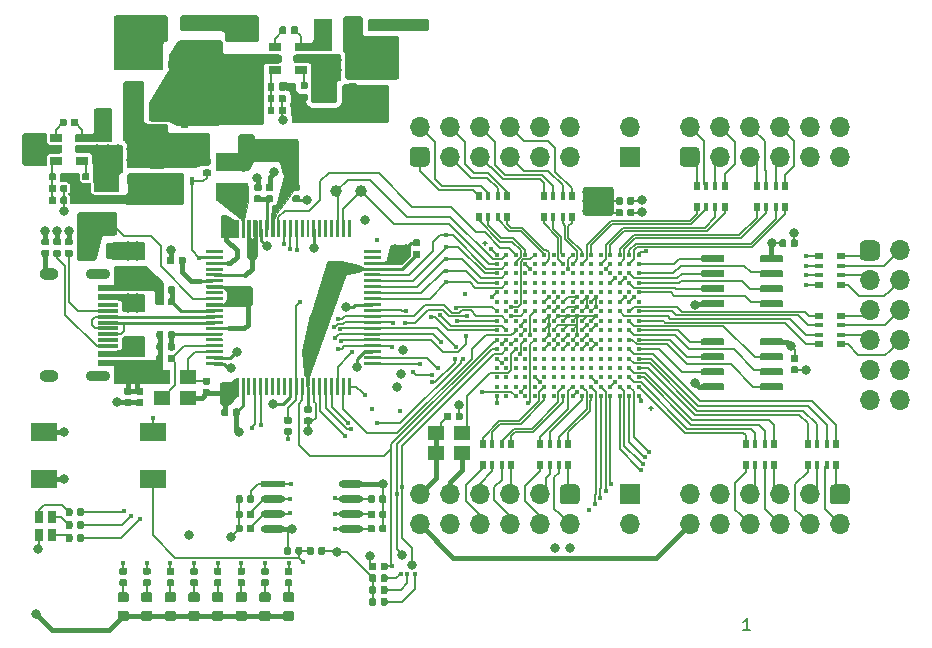
<source format=gbr>
G04 #@! TF.GenerationSoftware,KiCad,Pcbnew,5.1.4*
G04 #@! TF.CreationDate,2019-11-17T01:51:27+01:00*
G04 #@! TF.ProjectId,RevA,52657641-2e6b-4696-9361-645f70636258,rev?*
G04 #@! TF.SameCoordinates,Original*
G04 #@! TF.FileFunction,Copper,L1,Top*
G04 #@! TF.FilePolarity,Positive*
%FSLAX46Y46*%
G04 Gerber Fmt 4.6, Leading zero omitted, Abs format (unit mm)*
G04 Created by KiCad (PCBNEW 5.1.4) date 2019-11-17 01:51:27*
%MOMM*%
%LPD*%
G04 APERTURE LIST*
%ADD10C,0.200000*%
%ADD11C,0.100000*%
%ADD12C,0.590000*%
%ADD13C,0.600000*%
%ADD14R,1.060000X0.650000*%
%ADD15C,0.250000*%
%ADD16O,1.700000X1.700000*%
%ADD17C,1.700000*%
%ADD18C,1.000000*%
%ADD19R,0.900000X0.800000*%
%ADD20R,1.400000X1.200000*%
%ADD21R,2.700000X1.500000*%
%ADD22C,0.975000*%
%ADD23R,0.450000X0.700000*%
%ADD24R,1.750000X0.600000*%
%ADD25R,1.750000X0.300000*%
%ADD26O,2.100000X0.900000*%
%ADD27O,1.600000X1.000000*%
%ADD28R,1.500000X2.700000*%
%ADD29O,0.127000X0.508000*%
%ADD30O,0.508000X0.127000*%
%ADD31C,0.400000*%
%ADD32R,2.100000X0.600000*%
%ADD33O,2.100000X0.600000*%
%ADD34R,0.500000X0.800000*%
%ADD35R,0.400000X0.800000*%
%ADD36R,0.800000X0.500000*%
%ADD37R,0.800000X0.400000*%
%ADD38R,2.180000X1.600000*%
%ADD39C,0.875000*%
%ADD40R,1.700000X1.700000*%
%ADD41R,0.800000X1.000000*%
%ADD42C,0.800000*%
%ADD43C,0.450000*%
%ADD44C,0.127000*%
%ADD45C,0.400000*%
%ADD46C,0.250000*%
%ADD47C,0.203200*%
G04 APERTURE END LIST*
D10*
X162185714Y-102802380D02*
X161614285Y-102802380D01*
X161900000Y-102802380D02*
X161900000Y-101802380D01*
X161804761Y-101945238D01*
X161709523Y-102040476D01*
X161614285Y-102088095D01*
D11*
G36*
X165116958Y-69720710D02*
G01*
X165131276Y-69722834D01*
X165145317Y-69726351D01*
X165158946Y-69731228D01*
X165172031Y-69737417D01*
X165184447Y-69744858D01*
X165196073Y-69753481D01*
X165206798Y-69763202D01*
X165216519Y-69773927D01*
X165225142Y-69785553D01*
X165232583Y-69797969D01*
X165238772Y-69811054D01*
X165243649Y-69824683D01*
X165247166Y-69838724D01*
X165249290Y-69853042D01*
X165250000Y-69867500D01*
X165250000Y-70212500D01*
X165249290Y-70226958D01*
X165247166Y-70241276D01*
X165243649Y-70255317D01*
X165238772Y-70268946D01*
X165232583Y-70282031D01*
X165225142Y-70294447D01*
X165216519Y-70306073D01*
X165206798Y-70316798D01*
X165196073Y-70326519D01*
X165184447Y-70335142D01*
X165172031Y-70342583D01*
X165158946Y-70348772D01*
X165145317Y-70353649D01*
X165131276Y-70357166D01*
X165116958Y-70359290D01*
X165102500Y-70360000D01*
X164807500Y-70360000D01*
X164793042Y-70359290D01*
X164778724Y-70357166D01*
X164764683Y-70353649D01*
X164751054Y-70348772D01*
X164737969Y-70342583D01*
X164725553Y-70335142D01*
X164713927Y-70326519D01*
X164703202Y-70316798D01*
X164693481Y-70306073D01*
X164684858Y-70294447D01*
X164677417Y-70282031D01*
X164671228Y-70268946D01*
X164666351Y-70255317D01*
X164662834Y-70241276D01*
X164660710Y-70226958D01*
X164660000Y-70212500D01*
X164660000Y-69867500D01*
X164660710Y-69853042D01*
X164662834Y-69838724D01*
X164666351Y-69824683D01*
X164671228Y-69811054D01*
X164677417Y-69797969D01*
X164684858Y-69785553D01*
X164693481Y-69773927D01*
X164703202Y-69763202D01*
X164713927Y-69753481D01*
X164725553Y-69744858D01*
X164737969Y-69737417D01*
X164751054Y-69731228D01*
X164764683Y-69726351D01*
X164778724Y-69722834D01*
X164793042Y-69720710D01*
X164807500Y-69720000D01*
X165102500Y-69720000D01*
X165116958Y-69720710D01*
X165116958Y-69720710D01*
G37*
D12*
X164955000Y-70040000D03*
D11*
G36*
X166086958Y-69720710D02*
G01*
X166101276Y-69722834D01*
X166115317Y-69726351D01*
X166128946Y-69731228D01*
X166142031Y-69737417D01*
X166154447Y-69744858D01*
X166166073Y-69753481D01*
X166176798Y-69763202D01*
X166186519Y-69773927D01*
X166195142Y-69785553D01*
X166202583Y-69797969D01*
X166208772Y-69811054D01*
X166213649Y-69824683D01*
X166217166Y-69838724D01*
X166219290Y-69853042D01*
X166220000Y-69867500D01*
X166220000Y-70212500D01*
X166219290Y-70226958D01*
X166217166Y-70241276D01*
X166213649Y-70255317D01*
X166208772Y-70268946D01*
X166202583Y-70282031D01*
X166195142Y-70294447D01*
X166186519Y-70306073D01*
X166176798Y-70316798D01*
X166166073Y-70326519D01*
X166154447Y-70335142D01*
X166142031Y-70342583D01*
X166128946Y-70348772D01*
X166115317Y-70353649D01*
X166101276Y-70357166D01*
X166086958Y-70359290D01*
X166072500Y-70360000D01*
X165777500Y-70360000D01*
X165763042Y-70359290D01*
X165748724Y-70357166D01*
X165734683Y-70353649D01*
X165721054Y-70348772D01*
X165707969Y-70342583D01*
X165695553Y-70335142D01*
X165683927Y-70326519D01*
X165673202Y-70316798D01*
X165663481Y-70306073D01*
X165654858Y-70294447D01*
X165647417Y-70282031D01*
X165641228Y-70268946D01*
X165636351Y-70255317D01*
X165632834Y-70241276D01*
X165630710Y-70226958D01*
X165630000Y-70212500D01*
X165630000Y-69867500D01*
X165630710Y-69853042D01*
X165632834Y-69838724D01*
X165636351Y-69824683D01*
X165641228Y-69811054D01*
X165647417Y-69797969D01*
X165654858Y-69785553D01*
X165663481Y-69773927D01*
X165673202Y-69763202D01*
X165683927Y-69753481D01*
X165695553Y-69744858D01*
X165707969Y-69737417D01*
X165721054Y-69731228D01*
X165734683Y-69726351D01*
X165748724Y-69722834D01*
X165763042Y-69720710D01*
X165777500Y-69720000D01*
X166072500Y-69720000D01*
X166086958Y-69720710D01*
X166086958Y-69720710D01*
G37*
D12*
X165925000Y-70040000D03*
D11*
G36*
X164814703Y-71045722D02*
G01*
X164829264Y-71047882D01*
X164843543Y-71051459D01*
X164857403Y-71056418D01*
X164870710Y-71062712D01*
X164883336Y-71070280D01*
X164895159Y-71079048D01*
X164906066Y-71088934D01*
X164915952Y-71099841D01*
X164924720Y-71111664D01*
X164932288Y-71124290D01*
X164938582Y-71137597D01*
X164943541Y-71151457D01*
X164947118Y-71165736D01*
X164949278Y-71180297D01*
X164950000Y-71195000D01*
X164950000Y-71495000D01*
X164949278Y-71509703D01*
X164947118Y-71524264D01*
X164943541Y-71538543D01*
X164938582Y-71552403D01*
X164932288Y-71565710D01*
X164924720Y-71578336D01*
X164915952Y-71590159D01*
X164906066Y-71601066D01*
X164895159Y-71610952D01*
X164883336Y-71619720D01*
X164870710Y-71627288D01*
X164857403Y-71633582D01*
X164843543Y-71638541D01*
X164829264Y-71642118D01*
X164814703Y-71644278D01*
X164800000Y-71645000D01*
X163150000Y-71645000D01*
X163135297Y-71644278D01*
X163120736Y-71642118D01*
X163106457Y-71638541D01*
X163092597Y-71633582D01*
X163079290Y-71627288D01*
X163066664Y-71619720D01*
X163054841Y-71610952D01*
X163043934Y-71601066D01*
X163034048Y-71590159D01*
X163025280Y-71578336D01*
X163017712Y-71565710D01*
X163011418Y-71552403D01*
X163006459Y-71538543D01*
X163002882Y-71524264D01*
X163000722Y-71509703D01*
X163000000Y-71495000D01*
X163000000Y-71195000D01*
X163000722Y-71180297D01*
X163002882Y-71165736D01*
X163006459Y-71151457D01*
X163011418Y-71137597D01*
X163017712Y-71124290D01*
X163025280Y-71111664D01*
X163034048Y-71099841D01*
X163043934Y-71088934D01*
X163054841Y-71079048D01*
X163066664Y-71070280D01*
X163079290Y-71062712D01*
X163092597Y-71056418D01*
X163106457Y-71051459D01*
X163120736Y-71047882D01*
X163135297Y-71045722D01*
X163150000Y-71045000D01*
X164800000Y-71045000D01*
X164814703Y-71045722D01*
X164814703Y-71045722D01*
G37*
D13*
X163975000Y-71345000D03*
D11*
G36*
X164814703Y-72315722D02*
G01*
X164829264Y-72317882D01*
X164843543Y-72321459D01*
X164857403Y-72326418D01*
X164870710Y-72332712D01*
X164883336Y-72340280D01*
X164895159Y-72349048D01*
X164906066Y-72358934D01*
X164915952Y-72369841D01*
X164924720Y-72381664D01*
X164932288Y-72394290D01*
X164938582Y-72407597D01*
X164943541Y-72421457D01*
X164947118Y-72435736D01*
X164949278Y-72450297D01*
X164950000Y-72465000D01*
X164950000Y-72765000D01*
X164949278Y-72779703D01*
X164947118Y-72794264D01*
X164943541Y-72808543D01*
X164938582Y-72822403D01*
X164932288Y-72835710D01*
X164924720Y-72848336D01*
X164915952Y-72860159D01*
X164906066Y-72871066D01*
X164895159Y-72880952D01*
X164883336Y-72889720D01*
X164870710Y-72897288D01*
X164857403Y-72903582D01*
X164843543Y-72908541D01*
X164829264Y-72912118D01*
X164814703Y-72914278D01*
X164800000Y-72915000D01*
X163150000Y-72915000D01*
X163135297Y-72914278D01*
X163120736Y-72912118D01*
X163106457Y-72908541D01*
X163092597Y-72903582D01*
X163079290Y-72897288D01*
X163066664Y-72889720D01*
X163054841Y-72880952D01*
X163043934Y-72871066D01*
X163034048Y-72860159D01*
X163025280Y-72848336D01*
X163017712Y-72835710D01*
X163011418Y-72822403D01*
X163006459Y-72808543D01*
X163002882Y-72794264D01*
X163000722Y-72779703D01*
X163000000Y-72765000D01*
X163000000Y-72465000D01*
X163000722Y-72450297D01*
X163002882Y-72435736D01*
X163006459Y-72421457D01*
X163011418Y-72407597D01*
X163017712Y-72394290D01*
X163025280Y-72381664D01*
X163034048Y-72369841D01*
X163043934Y-72358934D01*
X163054841Y-72349048D01*
X163066664Y-72340280D01*
X163079290Y-72332712D01*
X163092597Y-72326418D01*
X163106457Y-72321459D01*
X163120736Y-72317882D01*
X163135297Y-72315722D01*
X163150000Y-72315000D01*
X164800000Y-72315000D01*
X164814703Y-72315722D01*
X164814703Y-72315722D01*
G37*
D13*
X163975000Y-72615000D03*
D11*
G36*
X164814703Y-73585722D02*
G01*
X164829264Y-73587882D01*
X164843543Y-73591459D01*
X164857403Y-73596418D01*
X164870710Y-73602712D01*
X164883336Y-73610280D01*
X164895159Y-73619048D01*
X164906066Y-73628934D01*
X164915952Y-73639841D01*
X164924720Y-73651664D01*
X164932288Y-73664290D01*
X164938582Y-73677597D01*
X164943541Y-73691457D01*
X164947118Y-73705736D01*
X164949278Y-73720297D01*
X164950000Y-73735000D01*
X164950000Y-74035000D01*
X164949278Y-74049703D01*
X164947118Y-74064264D01*
X164943541Y-74078543D01*
X164938582Y-74092403D01*
X164932288Y-74105710D01*
X164924720Y-74118336D01*
X164915952Y-74130159D01*
X164906066Y-74141066D01*
X164895159Y-74150952D01*
X164883336Y-74159720D01*
X164870710Y-74167288D01*
X164857403Y-74173582D01*
X164843543Y-74178541D01*
X164829264Y-74182118D01*
X164814703Y-74184278D01*
X164800000Y-74185000D01*
X163150000Y-74185000D01*
X163135297Y-74184278D01*
X163120736Y-74182118D01*
X163106457Y-74178541D01*
X163092597Y-74173582D01*
X163079290Y-74167288D01*
X163066664Y-74159720D01*
X163054841Y-74150952D01*
X163043934Y-74141066D01*
X163034048Y-74130159D01*
X163025280Y-74118336D01*
X163017712Y-74105710D01*
X163011418Y-74092403D01*
X163006459Y-74078543D01*
X163002882Y-74064264D01*
X163000722Y-74049703D01*
X163000000Y-74035000D01*
X163000000Y-73735000D01*
X163000722Y-73720297D01*
X163002882Y-73705736D01*
X163006459Y-73691457D01*
X163011418Y-73677597D01*
X163017712Y-73664290D01*
X163025280Y-73651664D01*
X163034048Y-73639841D01*
X163043934Y-73628934D01*
X163054841Y-73619048D01*
X163066664Y-73610280D01*
X163079290Y-73602712D01*
X163092597Y-73596418D01*
X163106457Y-73591459D01*
X163120736Y-73587882D01*
X163135297Y-73585722D01*
X163150000Y-73585000D01*
X164800000Y-73585000D01*
X164814703Y-73585722D01*
X164814703Y-73585722D01*
G37*
D13*
X163975000Y-73885000D03*
D11*
G36*
X164814703Y-74855722D02*
G01*
X164829264Y-74857882D01*
X164843543Y-74861459D01*
X164857403Y-74866418D01*
X164870710Y-74872712D01*
X164883336Y-74880280D01*
X164895159Y-74889048D01*
X164906066Y-74898934D01*
X164915952Y-74909841D01*
X164924720Y-74921664D01*
X164932288Y-74934290D01*
X164938582Y-74947597D01*
X164943541Y-74961457D01*
X164947118Y-74975736D01*
X164949278Y-74990297D01*
X164950000Y-75005000D01*
X164950000Y-75305000D01*
X164949278Y-75319703D01*
X164947118Y-75334264D01*
X164943541Y-75348543D01*
X164938582Y-75362403D01*
X164932288Y-75375710D01*
X164924720Y-75388336D01*
X164915952Y-75400159D01*
X164906066Y-75411066D01*
X164895159Y-75420952D01*
X164883336Y-75429720D01*
X164870710Y-75437288D01*
X164857403Y-75443582D01*
X164843543Y-75448541D01*
X164829264Y-75452118D01*
X164814703Y-75454278D01*
X164800000Y-75455000D01*
X163150000Y-75455000D01*
X163135297Y-75454278D01*
X163120736Y-75452118D01*
X163106457Y-75448541D01*
X163092597Y-75443582D01*
X163079290Y-75437288D01*
X163066664Y-75429720D01*
X163054841Y-75420952D01*
X163043934Y-75411066D01*
X163034048Y-75400159D01*
X163025280Y-75388336D01*
X163017712Y-75375710D01*
X163011418Y-75362403D01*
X163006459Y-75348543D01*
X163002882Y-75334264D01*
X163000722Y-75319703D01*
X163000000Y-75305000D01*
X163000000Y-75005000D01*
X163000722Y-74990297D01*
X163002882Y-74975736D01*
X163006459Y-74961457D01*
X163011418Y-74947597D01*
X163017712Y-74934290D01*
X163025280Y-74921664D01*
X163034048Y-74909841D01*
X163043934Y-74898934D01*
X163054841Y-74889048D01*
X163066664Y-74880280D01*
X163079290Y-74872712D01*
X163092597Y-74866418D01*
X163106457Y-74861459D01*
X163120736Y-74857882D01*
X163135297Y-74855722D01*
X163150000Y-74855000D01*
X164800000Y-74855000D01*
X164814703Y-74855722D01*
X164814703Y-74855722D01*
G37*
D13*
X163975000Y-75155000D03*
D11*
G36*
X159864703Y-74855722D02*
G01*
X159879264Y-74857882D01*
X159893543Y-74861459D01*
X159907403Y-74866418D01*
X159920710Y-74872712D01*
X159933336Y-74880280D01*
X159945159Y-74889048D01*
X159956066Y-74898934D01*
X159965952Y-74909841D01*
X159974720Y-74921664D01*
X159982288Y-74934290D01*
X159988582Y-74947597D01*
X159993541Y-74961457D01*
X159997118Y-74975736D01*
X159999278Y-74990297D01*
X160000000Y-75005000D01*
X160000000Y-75305000D01*
X159999278Y-75319703D01*
X159997118Y-75334264D01*
X159993541Y-75348543D01*
X159988582Y-75362403D01*
X159982288Y-75375710D01*
X159974720Y-75388336D01*
X159965952Y-75400159D01*
X159956066Y-75411066D01*
X159945159Y-75420952D01*
X159933336Y-75429720D01*
X159920710Y-75437288D01*
X159907403Y-75443582D01*
X159893543Y-75448541D01*
X159879264Y-75452118D01*
X159864703Y-75454278D01*
X159850000Y-75455000D01*
X158200000Y-75455000D01*
X158185297Y-75454278D01*
X158170736Y-75452118D01*
X158156457Y-75448541D01*
X158142597Y-75443582D01*
X158129290Y-75437288D01*
X158116664Y-75429720D01*
X158104841Y-75420952D01*
X158093934Y-75411066D01*
X158084048Y-75400159D01*
X158075280Y-75388336D01*
X158067712Y-75375710D01*
X158061418Y-75362403D01*
X158056459Y-75348543D01*
X158052882Y-75334264D01*
X158050722Y-75319703D01*
X158050000Y-75305000D01*
X158050000Y-75005000D01*
X158050722Y-74990297D01*
X158052882Y-74975736D01*
X158056459Y-74961457D01*
X158061418Y-74947597D01*
X158067712Y-74934290D01*
X158075280Y-74921664D01*
X158084048Y-74909841D01*
X158093934Y-74898934D01*
X158104841Y-74889048D01*
X158116664Y-74880280D01*
X158129290Y-74872712D01*
X158142597Y-74866418D01*
X158156457Y-74861459D01*
X158170736Y-74857882D01*
X158185297Y-74855722D01*
X158200000Y-74855000D01*
X159850000Y-74855000D01*
X159864703Y-74855722D01*
X159864703Y-74855722D01*
G37*
D13*
X159025000Y-75155000D03*
D11*
G36*
X159864703Y-73585722D02*
G01*
X159879264Y-73587882D01*
X159893543Y-73591459D01*
X159907403Y-73596418D01*
X159920710Y-73602712D01*
X159933336Y-73610280D01*
X159945159Y-73619048D01*
X159956066Y-73628934D01*
X159965952Y-73639841D01*
X159974720Y-73651664D01*
X159982288Y-73664290D01*
X159988582Y-73677597D01*
X159993541Y-73691457D01*
X159997118Y-73705736D01*
X159999278Y-73720297D01*
X160000000Y-73735000D01*
X160000000Y-74035000D01*
X159999278Y-74049703D01*
X159997118Y-74064264D01*
X159993541Y-74078543D01*
X159988582Y-74092403D01*
X159982288Y-74105710D01*
X159974720Y-74118336D01*
X159965952Y-74130159D01*
X159956066Y-74141066D01*
X159945159Y-74150952D01*
X159933336Y-74159720D01*
X159920710Y-74167288D01*
X159907403Y-74173582D01*
X159893543Y-74178541D01*
X159879264Y-74182118D01*
X159864703Y-74184278D01*
X159850000Y-74185000D01*
X158200000Y-74185000D01*
X158185297Y-74184278D01*
X158170736Y-74182118D01*
X158156457Y-74178541D01*
X158142597Y-74173582D01*
X158129290Y-74167288D01*
X158116664Y-74159720D01*
X158104841Y-74150952D01*
X158093934Y-74141066D01*
X158084048Y-74130159D01*
X158075280Y-74118336D01*
X158067712Y-74105710D01*
X158061418Y-74092403D01*
X158056459Y-74078543D01*
X158052882Y-74064264D01*
X158050722Y-74049703D01*
X158050000Y-74035000D01*
X158050000Y-73735000D01*
X158050722Y-73720297D01*
X158052882Y-73705736D01*
X158056459Y-73691457D01*
X158061418Y-73677597D01*
X158067712Y-73664290D01*
X158075280Y-73651664D01*
X158084048Y-73639841D01*
X158093934Y-73628934D01*
X158104841Y-73619048D01*
X158116664Y-73610280D01*
X158129290Y-73602712D01*
X158142597Y-73596418D01*
X158156457Y-73591459D01*
X158170736Y-73587882D01*
X158185297Y-73585722D01*
X158200000Y-73585000D01*
X159850000Y-73585000D01*
X159864703Y-73585722D01*
X159864703Y-73585722D01*
G37*
D13*
X159025000Y-73885000D03*
D11*
G36*
X159864703Y-72315722D02*
G01*
X159879264Y-72317882D01*
X159893543Y-72321459D01*
X159907403Y-72326418D01*
X159920710Y-72332712D01*
X159933336Y-72340280D01*
X159945159Y-72349048D01*
X159956066Y-72358934D01*
X159965952Y-72369841D01*
X159974720Y-72381664D01*
X159982288Y-72394290D01*
X159988582Y-72407597D01*
X159993541Y-72421457D01*
X159997118Y-72435736D01*
X159999278Y-72450297D01*
X160000000Y-72465000D01*
X160000000Y-72765000D01*
X159999278Y-72779703D01*
X159997118Y-72794264D01*
X159993541Y-72808543D01*
X159988582Y-72822403D01*
X159982288Y-72835710D01*
X159974720Y-72848336D01*
X159965952Y-72860159D01*
X159956066Y-72871066D01*
X159945159Y-72880952D01*
X159933336Y-72889720D01*
X159920710Y-72897288D01*
X159907403Y-72903582D01*
X159893543Y-72908541D01*
X159879264Y-72912118D01*
X159864703Y-72914278D01*
X159850000Y-72915000D01*
X158200000Y-72915000D01*
X158185297Y-72914278D01*
X158170736Y-72912118D01*
X158156457Y-72908541D01*
X158142597Y-72903582D01*
X158129290Y-72897288D01*
X158116664Y-72889720D01*
X158104841Y-72880952D01*
X158093934Y-72871066D01*
X158084048Y-72860159D01*
X158075280Y-72848336D01*
X158067712Y-72835710D01*
X158061418Y-72822403D01*
X158056459Y-72808543D01*
X158052882Y-72794264D01*
X158050722Y-72779703D01*
X158050000Y-72765000D01*
X158050000Y-72465000D01*
X158050722Y-72450297D01*
X158052882Y-72435736D01*
X158056459Y-72421457D01*
X158061418Y-72407597D01*
X158067712Y-72394290D01*
X158075280Y-72381664D01*
X158084048Y-72369841D01*
X158093934Y-72358934D01*
X158104841Y-72349048D01*
X158116664Y-72340280D01*
X158129290Y-72332712D01*
X158142597Y-72326418D01*
X158156457Y-72321459D01*
X158170736Y-72317882D01*
X158185297Y-72315722D01*
X158200000Y-72315000D01*
X159850000Y-72315000D01*
X159864703Y-72315722D01*
X159864703Y-72315722D01*
G37*
D13*
X159025000Y-72615000D03*
D11*
G36*
X159864703Y-71045722D02*
G01*
X159879264Y-71047882D01*
X159893543Y-71051459D01*
X159907403Y-71056418D01*
X159920710Y-71062712D01*
X159933336Y-71070280D01*
X159945159Y-71079048D01*
X159956066Y-71088934D01*
X159965952Y-71099841D01*
X159974720Y-71111664D01*
X159982288Y-71124290D01*
X159988582Y-71137597D01*
X159993541Y-71151457D01*
X159997118Y-71165736D01*
X159999278Y-71180297D01*
X160000000Y-71195000D01*
X160000000Y-71495000D01*
X159999278Y-71509703D01*
X159997118Y-71524264D01*
X159993541Y-71538543D01*
X159988582Y-71552403D01*
X159982288Y-71565710D01*
X159974720Y-71578336D01*
X159965952Y-71590159D01*
X159956066Y-71601066D01*
X159945159Y-71610952D01*
X159933336Y-71619720D01*
X159920710Y-71627288D01*
X159907403Y-71633582D01*
X159893543Y-71638541D01*
X159879264Y-71642118D01*
X159864703Y-71644278D01*
X159850000Y-71645000D01*
X158200000Y-71645000D01*
X158185297Y-71644278D01*
X158170736Y-71642118D01*
X158156457Y-71638541D01*
X158142597Y-71633582D01*
X158129290Y-71627288D01*
X158116664Y-71619720D01*
X158104841Y-71610952D01*
X158093934Y-71601066D01*
X158084048Y-71590159D01*
X158075280Y-71578336D01*
X158067712Y-71565710D01*
X158061418Y-71552403D01*
X158056459Y-71538543D01*
X158052882Y-71524264D01*
X158050722Y-71509703D01*
X158050000Y-71495000D01*
X158050000Y-71195000D01*
X158050722Y-71180297D01*
X158052882Y-71165736D01*
X158056459Y-71151457D01*
X158061418Y-71137597D01*
X158067712Y-71124290D01*
X158075280Y-71111664D01*
X158084048Y-71099841D01*
X158093934Y-71088934D01*
X158104841Y-71079048D01*
X158116664Y-71070280D01*
X158129290Y-71062712D01*
X158142597Y-71056418D01*
X158156457Y-71051459D01*
X158170736Y-71047882D01*
X158185297Y-71045722D01*
X158200000Y-71045000D01*
X159850000Y-71045000D01*
X159864703Y-71045722D01*
X159864703Y-71045722D01*
G37*
D13*
X159025000Y-71345000D03*
D14*
X105600000Y-62100000D03*
X105600000Y-61150000D03*
X105600000Y-63050000D03*
X103400000Y-63050000D03*
X103400000Y-62100000D03*
X103400000Y-61150000D03*
X124125000Y-54400000D03*
X124125000Y-53450000D03*
X124125000Y-55350000D03*
X121925000Y-55350000D03*
X121925000Y-54400000D03*
X121925000Y-53450000D03*
D11*
G36*
X114486958Y-60690710D02*
G01*
X114501276Y-60692834D01*
X114515317Y-60696351D01*
X114528946Y-60701228D01*
X114542031Y-60707417D01*
X114554447Y-60714858D01*
X114566073Y-60723481D01*
X114576798Y-60733202D01*
X114586519Y-60743927D01*
X114595142Y-60755553D01*
X114602583Y-60767969D01*
X114608772Y-60781054D01*
X114613649Y-60794683D01*
X114617166Y-60808724D01*
X114619290Y-60823042D01*
X114620000Y-60837500D01*
X114620000Y-61132500D01*
X114619290Y-61146958D01*
X114617166Y-61161276D01*
X114613649Y-61175317D01*
X114608772Y-61188946D01*
X114602583Y-61202031D01*
X114595142Y-61214447D01*
X114586519Y-61226073D01*
X114576798Y-61236798D01*
X114566073Y-61246519D01*
X114554447Y-61255142D01*
X114542031Y-61262583D01*
X114528946Y-61268772D01*
X114515317Y-61273649D01*
X114501276Y-61277166D01*
X114486958Y-61279290D01*
X114472500Y-61280000D01*
X114127500Y-61280000D01*
X114113042Y-61279290D01*
X114098724Y-61277166D01*
X114084683Y-61273649D01*
X114071054Y-61268772D01*
X114057969Y-61262583D01*
X114045553Y-61255142D01*
X114033927Y-61246519D01*
X114023202Y-61236798D01*
X114013481Y-61226073D01*
X114004858Y-61214447D01*
X113997417Y-61202031D01*
X113991228Y-61188946D01*
X113986351Y-61175317D01*
X113982834Y-61161276D01*
X113980710Y-61146958D01*
X113980000Y-61132500D01*
X113980000Y-60837500D01*
X113980710Y-60823042D01*
X113982834Y-60808724D01*
X113986351Y-60794683D01*
X113991228Y-60781054D01*
X113997417Y-60767969D01*
X114004858Y-60755553D01*
X114013481Y-60743927D01*
X114023202Y-60733202D01*
X114033927Y-60723481D01*
X114045553Y-60714858D01*
X114057969Y-60707417D01*
X114071054Y-60701228D01*
X114084683Y-60696351D01*
X114098724Y-60692834D01*
X114113042Y-60690710D01*
X114127500Y-60690000D01*
X114472500Y-60690000D01*
X114486958Y-60690710D01*
X114486958Y-60690710D01*
G37*
D12*
X114300000Y-60985000D03*
D11*
G36*
X114486958Y-59720710D02*
G01*
X114501276Y-59722834D01*
X114515317Y-59726351D01*
X114528946Y-59731228D01*
X114542031Y-59737417D01*
X114554447Y-59744858D01*
X114566073Y-59753481D01*
X114576798Y-59763202D01*
X114586519Y-59773927D01*
X114595142Y-59785553D01*
X114602583Y-59797969D01*
X114608772Y-59811054D01*
X114613649Y-59824683D01*
X114617166Y-59838724D01*
X114619290Y-59853042D01*
X114620000Y-59867500D01*
X114620000Y-60162500D01*
X114619290Y-60176958D01*
X114617166Y-60191276D01*
X114613649Y-60205317D01*
X114608772Y-60218946D01*
X114602583Y-60232031D01*
X114595142Y-60244447D01*
X114586519Y-60256073D01*
X114576798Y-60266798D01*
X114566073Y-60276519D01*
X114554447Y-60285142D01*
X114542031Y-60292583D01*
X114528946Y-60298772D01*
X114515317Y-60303649D01*
X114501276Y-60307166D01*
X114486958Y-60309290D01*
X114472500Y-60310000D01*
X114127500Y-60310000D01*
X114113042Y-60309290D01*
X114098724Y-60307166D01*
X114084683Y-60303649D01*
X114071054Y-60298772D01*
X114057969Y-60292583D01*
X114045553Y-60285142D01*
X114033927Y-60276519D01*
X114023202Y-60266798D01*
X114013481Y-60256073D01*
X114004858Y-60244447D01*
X113997417Y-60232031D01*
X113991228Y-60218946D01*
X113986351Y-60205317D01*
X113982834Y-60191276D01*
X113980710Y-60176958D01*
X113980000Y-60162500D01*
X113980000Y-59867500D01*
X113980710Y-59853042D01*
X113982834Y-59838724D01*
X113986351Y-59824683D01*
X113991228Y-59811054D01*
X113997417Y-59797969D01*
X114004858Y-59785553D01*
X114013481Y-59773927D01*
X114023202Y-59763202D01*
X114033927Y-59753481D01*
X114045553Y-59744858D01*
X114057969Y-59737417D01*
X114071054Y-59731228D01*
X114084683Y-59726351D01*
X114098724Y-59722834D01*
X114113042Y-59720710D01*
X114127500Y-59720000D01*
X114472500Y-59720000D01*
X114486958Y-59720710D01*
X114486958Y-59720710D01*
G37*
D12*
X114300000Y-60015000D03*
D11*
G36*
X130868626Y-70600301D02*
G01*
X130874693Y-70601201D01*
X130880643Y-70602691D01*
X130886418Y-70604758D01*
X130891962Y-70607380D01*
X130897223Y-70610533D01*
X130902150Y-70614187D01*
X130906694Y-70618306D01*
X130910813Y-70622850D01*
X130914467Y-70627777D01*
X130917620Y-70633038D01*
X130920242Y-70638582D01*
X130922309Y-70644357D01*
X130923799Y-70650307D01*
X130924699Y-70656374D01*
X130925000Y-70662500D01*
X130925000Y-70787500D01*
X130924699Y-70793626D01*
X130923799Y-70799693D01*
X130922309Y-70805643D01*
X130920242Y-70811418D01*
X130917620Y-70816962D01*
X130914467Y-70822223D01*
X130910813Y-70827150D01*
X130906694Y-70831694D01*
X130902150Y-70835813D01*
X130897223Y-70839467D01*
X130891962Y-70842620D01*
X130886418Y-70845242D01*
X130880643Y-70847309D01*
X130874693Y-70848799D01*
X130868626Y-70849699D01*
X130862500Y-70850000D01*
X129512500Y-70850000D01*
X129506374Y-70849699D01*
X129500307Y-70848799D01*
X129494357Y-70847309D01*
X129488582Y-70845242D01*
X129483038Y-70842620D01*
X129477777Y-70839467D01*
X129472850Y-70835813D01*
X129468306Y-70831694D01*
X129464187Y-70827150D01*
X129460533Y-70822223D01*
X129457380Y-70816962D01*
X129454758Y-70811418D01*
X129452691Y-70805643D01*
X129451201Y-70799693D01*
X129450301Y-70793626D01*
X129450000Y-70787500D01*
X129450000Y-70662500D01*
X129450301Y-70656374D01*
X129451201Y-70650307D01*
X129452691Y-70644357D01*
X129454758Y-70638582D01*
X129457380Y-70633038D01*
X129460533Y-70627777D01*
X129464187Y-70622850D01*
X129468306Y-70618306D01*
X129472850Y-70614187D01*
X129477777Y-70610533D01*
X129483038Y-70607380D01*
X129488582Y-70604758D01*
X129494357Y-70602691D01*
X129500307Y-70601201D01*
X129506374Y-70600301D01*
X129512500Y-70600000D01*
X130862500Y-70600000D01*
X130868626Y-70600301D01*
X130868626Y-70600301D01*
G37*
D15*
X130187500Y-70725000D03*
D11*
G36*
X130868626Y-71100301D02*
G01*
X130874693Y-71101201D01*
X130880643Y-71102691D01*
X130886418Y-71104758D01*
X130891962Y-71107380D01*
X130897223Y-71110533D01*
X130902150Y-71114187D01*
X130906694Y-71118306D01*
X130910813Y-71122850D01*
X130914467Y-71127777D01*
X130917620Y-71133038D01*
X130920242Y-71138582D01*
X130922309Y-71144357D01*
X130923799Y-71150307D01*
X130924699Y-71156374D01*
X130925000Y-71162500D01*
X130925000Y-71287500D01*
X130924699Y-71293626D01*
X130923799Y-71299693D01*
X130922309Y-71305643D01*
X130920242Y-71311418D01*
X130917620Y-71316962D01*
X130914467Y-71322223D01*
X130910813Y-71327150D01*
X130906694Y-71331694D01*
X130902150Y-71335813D01*
X130897223Y-71339467D01*
X130891962Y-71342620D01*
X130886418Y-71345242D01*
X130880643Y-71347309D01*
X130874693Y-71348799D01*
X130868626Y-71349699D01*
X130862500Y-71350000D01*
X129512500Y-71350000D01*
X129506374Y-71349699D01*
X129500307Y-71348799D01*
X129494357Y-71347309D01*
X129488582Y-71345242D01*
X129483038Y-71342620D01*
X129477777Y-71339467D01*
X129472850Y-71335813D01*
X129468306Y-71331694D01*
X129464187Y-71327150D01*
X129460533Y-71322223D01*
X129457380Y-71316962D01*
X129454758Y-71311418D01*
X129452691Y-71305643D01*
X129451201Y-71299693D01*
X129450301Y-71293626D01*
X129450000Y-71287500D01*
X129450000Y-71162500D01*
X129450301Y-71156374D01*
X129451201Y-71150307D01*
X129452691Y-71144357D01*
X129454758Y-71138582D01*
X129457380Y-71133038D01*
X129460533Y-71127777D01*
X129464187Y-71122850D01*
X129468306Y-71118306D01*
X129472850Y-71114187D01*
X129477777Y-71110533D01*
X129483038Y-71107380D01*
X129488582Y-71104758D01*
X129494357Y-71102691D01*
X129500307Y-71101201D01*
X129506374Y-71100301D01*
X129512500Y-71100000D01*
X130862500Y-71100000D01*
X130868626Y-71100301D01*
X130868626Y-71100301D01*
G37*
D15*
X130187500Y-71225000D03*
D11*
G36*
X130868626Y-71600301D02*
G01*
X130874693Y-71601201D01*
X130880643Y-71602691D01*
X130886418Y-71604758D01*
X130891962Y-71607380D01*
X130897223Y-71610533D01*
X130902150Y-71614187D01*
X130906694Y-71618306D01*
X130910813Y-71622850D01*
X130914467Y-71627777D01*
X130917620Y-71633038D01*
X130920242Y-71638582D01*
X130922309Y-71644357D01*
X130923799Y-71650307D01*
X130924699Y-71656374D01*
X130925000Y-71662500D01*
X130925000Y-71787500D01*
X130924699Y-71793626D01*
X130923799Y-71799693D01*
X130922309Y-71805643D01*
X130920242Y-71811418D01*
X130917620Y-71816962D01*
X130914467Y-71822223D01*
X130910813Y-71827150D01*
X130906694Y-71831694D01*
X130902150Y-71835813D01*
X130897223Y-71839467D01*
X130891962Y-71842620D01*
X130886418Y-71845242D01*
X130880643Y-71847309D01*
X130874693Y-71848799D01*
X130868626Y-71849699D01*
X130862500Y-71850000D01*
X129512500Y-71850000D01*
X129506374Y-71849699D01*
X129500307Y-71848799D01*
X129494357Y-71847309D01*
X129488582Y-71845242D01*
X129483038Y-71842620D01*
X129477777Y-71839467D01*
X129472850Y-71835813D01*
X129468306Y-71831694D01*
X129464187Y-71827150D01*
X129460533Y-71822223D01*
X129457380Y-71816962D01*
X129454758Y-71811418D01*
X129452691Y-71805643D01*
X129451201Y-71799693D01*
X129450301Y-71793626D01*
X129450000Y-71787500D01*
X129450000Y-71662500D01*
X129450301Y-71656374D01*
X129451201Y-71650307D01*
X129452691Y-71644357D01*
X129454758Y-71638582D01*
X129457380Y-71633038D01*
X129460533Y-71627777D01*
X129464187Y-71622850D01*
X129468306Y-71618306D01*
X129472850Y-71614187D01*
X129477777Y-71610533D01*
X129483038Y-71607380D01*
X129488582Y-71604758D01*
X129494357Y-71602691D01*
X129500307Y-71601201D01*
X129506374Y-71600301D01*
X129512500Y-71600000D01*
X130862500Y-71600000D01*
X130868626Y-71600301D01*
X130868626Y-71600301D01*
G37*
D15*
X130187500Y-71725000D03*
D11*
G36*
X130868626Y-72100301D02*
G01*
X130874693Y-72101201D01*
X130880643Y-72102691D01*
X130886418Y-72104758D01*
X130891962Y-72107380D01*
X130897223Y-72110533D01*
X130902150Y-72114187D01*
X130906694Y-72118306D01*
X130910813Y-72122850D01*
X130914467Y-72127777D01*
X130917620Y-72133038D01*
X130920242Y-72138582D01*
X130922309Y-72144357D01*
X130923799Y-72150307D01*
X130924699Y-72156374D01*
X130925000Y-72162500D01*
X130925000Y-72287500D01*
X130924699Y-72293626D01*
X130923799Y-72299693D01*
X130922309Y-72305643D01*
X130920242Y-72311418D01*
X130917620Y-72316962D01*
X130914467Y-72322223D01*
X130910813Y-72327150D01*
X130906694Y-72331694D01*
X130902150Y-72335813D01*
X130897223Y-72339467D01*
X130891962Y-72342620D01*
X130886418Y-72345242D01*
X130880643Y-72347309D01*
X130874693Y-72348799D01*
X130868626Y-72349699D01*
X130862500Y-72350000D01*
X129512500Y-72350000D01*
X129506374Y-72349699D01*
X129500307Y-72348799D01*
X129494357Y-72347309D01*
X129488582Y-72345242D01*
X129483038Y-72342620D01*
X129477777Y-72339467D01*
X129472850Y-72335813D01*
X129468306Y-72331694D01*
X129464187Y-72327150D01*
X129460533Y-72322223D01*
X129457380Y-72316962D01*
X129454758Y-72311418D01*
X129452691Y-72305643D01*
X129451201Y-72299693D01*
X129450301Y-72293626D01*
X129450000Y-72287500D01*
X129450000Y-72162500D01*
X129450301Y-72156374D01*
X129451201Y-72150307D01*
X129452691Y-72144357D01*
X129454758Y-72138582D01*
X129457380Y-72133038D01*
X129460533Y-72127777D01*
X129464187Y-72122850D01*
X129468306Y-72118306D01*
X129472850Y-72114187D01*
X129477777Y-72110533D01*
X129483038Y-72107380D01*
X129488582Y-72104758D01*
X129494357Y-72102691D01*
X129500307Y-72101201D01*
X129506374Y-72100301D01*
X129512500Y-72100000D01*
X130862500Y-72100000D01*
X130868626Y-72100301D01*
X130868626Y-72100301D01*
G37*
D15*
X130187500Y-72225000D03*
D11*
G36*
X130868626Y-72600301D02*
G01*
X130874693Y-72601201D01*
X130880643Y-72602691D01*
X130886418Y-72604758D01*
X130891962Y-72607380D01*
X130897223Y-72610533D01*
X130902150Y-72614187D01*
X130906694Y-72618306D01*
X130910813Y-72622850D01*
X130914467Y-72627777D01*
X130917620Y-72633038D01*
X130920242Y-72638582D01*
X130922309Y-72644357D01*
X130923799Y-72650307D01*
X130924699Y-72656374D01*
X130925000Y-72662500D01*
X130925000Y-72787500D01*
X130924699Y-72793626D01*
X130923799Y-72799693D01*
X130922309Y-72805643D01*
X130920242Y-72811418D01*
X130917620Y-72816962D01*
X130914467Y-72822223D01*
X130910813Y-72827150D01*
X130906694Y-72831694D01*
X130902150Y-72835813D01*
X130897223Y-72839467D01*
X130891962Y-72842620D01*
X130886418Y-72845242D01*
X130880643Y-72847309D01*
X130874693Y-72848799D01*
X130868626Y-72849699D01*
X130862500Y-72850000D01*
X129512500Y-72850000D01*
X129506374Y-72849699D01*
X129500307Y-72848799D01*
X129494357Y-72847309D01*
X129488582Y-72845242D01*
X129483038Y-72842620D01*
X129477777Y-72839467D01*
X129472850Y-72835813D01*
X129468306Y-72831694D01*
X129464187Y-72827150D01*
X129460533Y-72822223D01*
X129457380Y-72816962D01*
X129454758Y-72811418D01*
X129452691Y-72805643D01*
X129451201Y-72799693D01*
X129450301Y-72793626D01*
X129450000Y-72787500D01*
X129450000Y-72662500D01*
X129450301Y-72656374D01*
X129451201Y-72650307D01*
X129452691Y-72644357D01*
X129454758Y-72638582D01*
X129457380Y-72633038D01*
X129460533Y-72627777D01*
X129464187Y-72622850D01*
X129468306Y-72618306D01*
X129472850Y-72614187D01*
X129477777Y-72610533D01*
X129483038Y-72607380D01*
X129488582Y-72604758D01*
X129494357Y-72602691D01*
X129500307Y-72601201D01*
X129506374Y-72600301D01*
X129512500Y-72600000D01*
X130862500Y-72600000D01*
X130868626Y-72600301D01*
X130868626Y-72600301D01*
G37*
D15*
X130187500Y-72725000D03*
D11*
G36*
X130868626Y-73100301D02*
G01*
X130874693Y-73101201D01*
X130880643Y-73102691D01*
X130886418Y-73104758D01*
X130891962Y-73107380D01*
X130897223Y-73110533D01*
X130902150Y-73114187D01*
X130906694Y-73118306D01*
X130910813Y-73122850D01*
X130914467Y-73127777D01*
X130917620Y-73133038D01*
X130920242Y-73138582D01*
X130922309Y-73144357D01*
X130923799Y-73150307D01*
X130924699Y-73156374D01*
X130925000Y-73162500D01*
X130925000Y-73287500D01*
X130924699Y-73293626D01*
X130923799Y-73299693D01*
X130922309Y-73305643D01*
X130920242Y-73311418D01*
X130917620Y-73316962D01*
X130914467Y-73322223D01*
X130910813Y-73327150D01*
X130906694Y-73331694D01*
X130902150Y-73335813D01*
X130897223Y-73339467D01*
X130891962Y-73342620D01*
X130886418Y-73345242D01*
X130880643Y-73347309D01*
X130874693Y-73348799D01*
X130868626Y-73349699D01*
X130862500Y-73350000D01*
X129512500Y-73350000D01*
X129506374Y-73349699D01*
X129500307Y-73348799D01*
X129494357Y-73347309D01*
X129488582Y-73345242D01*
X129483038Y-73342620D01*
X129477777Y-73339467D01*
X129472850Y-73335813D01*
X129468306Y-73331694D01*
X129464187Y-73327150D01*
X129460533Y-73322223D01*
X129457380Y-73316962D01*
X129454758Y-73311418D01*
X129452691Y-73305643D01*
X129451201Y-73299693D01*
X129450301Y-73293626D01*
X129450000Y-73287500D01*
X129450000Y-73162500D01*
X129450301Y-73156374D01*
X129451201Y-73150307D01*
X129452691Y-73144357D01*
X129454758Y-73138582D01*
X129457380Y-73133038D01*
X129460533Y-73127777D01*
X129464187Y-73122850D01*
X129468306Y-73118306D01*
X129472850Y-73114187D01*
X129477777Y-73110533D01*
X129483038Y-73107380D01*
X129488582Y-73104758D01*
X129494357Y-73102691D01*
X129500307Y-73101201D01*
X129506374Y-73100301D01*
X129512500Y-73100000D01*
X130862500Y-73100000D01*
X130868626Y-73100301D01*
X130868626Y-73100301D01*
G37*
D15*
X130187500Y-73225000D03*
D11*
G36*
X130868626Y-73600301D02*
G01*
X130874693Y-73601201D01*
X130880643Y-73602691D01*
X130886418Y-73604758D01*
X130891962Y-73607380D01*
X130897223Y-73610533D01*
X130902150Y-73614187D01*
X130906694Y-73618306D01*
X130910813Y-73622850D01*
X130914467Y-73627777D01*
X130917620Y-73633038D01*
X130920242Y-73638582D01*
X130922309Y-73644357D01*
X130923799Y-73650307D01*
X130924699Y-73656374D01*
X130925000Y-73662500D01*
X130925000Y-73787500D01*
X130924699Y-73793626D01*
X130923799Y-73799693D01*
X130922309Y-73805643D01*
X130920242Y-73811418D01*
X130917620Y-73816962D01*
X130914467Y-73822223D01*
X130910813Y-73827150D01*
X130906694Y-73831694D01*
X130902150Y-73835813D01*
X130897223Y-73839467D01*
X130891962Y-73842620D01*
X130886418Y-73845242D01*
X130880643Y-73847309D01*
X130874693Y-73848799D01*
X130868626Y-73849699D01*
X130862500Y-73850000D01*
X129512500Y-73850000D01*
X129506374Y-73849699D01*
X129500307Y-73848799D01*
X129494357Y-73847309D01*
X129488582Y-73845242D01*
X129483038Y-73842620D01*
X129477777Y-73839467D01*
X129472850Y-73835813D01*
X129468306Y-73831694D01*
X129464187Y-73827150D01*
X129460533Y-73822223D01*
X129457380Y-73816962D01*
X129454758Y-73811418D01*
X129452691Y-73805643D01*
X129451201Y-73799693D01*
X129450301Y-73793626D01*
X129450000Y-73787500D01*
X129450000Y-73662500D01*
X129450301Y-73656374D01*
X129451201Y-73650307D01*
X129452691Y-73644357D01*
X129454758Y-73638582D01*
X129457380Y-73633038D01*
X129460533Y-73627777D01*
X129464187Y-73622850D01*
X129468306Y-73618306D01*
X129472850Y-73614187D01*
X129477777Y-73610533D01*
X129483038Y-73607380D01*
X129488582Y-73604758D01*
X129494357Y-73602691D01*
X129500307Y-73601201D01*
X129506374Y-73600301D01*
X129512500Y-73600000D01*
X130862500Y-73600000D01*
X130868626Y-73600301D01*
X130868626Y-73600301D01*
G37*
D15*
X130187500Y-73725000D03*
D11*
G36*
X130868626Y-74100301D02*
G01*
X130874693Y-74101201D01*
X130880643Y-74102691D01*
X130886418Y-74104758D01*
X130891962Y-74107380D01*
X130897223Y-74110533D01*
X130902150Y-74114187D01*
X130906694Y-74118306D01*
X130910813Y-74122850D01*
X130914467Y-74127777D01*
X130917620Y-74133038D01*
X130920242Y-74138582D01*
X130922309Y-74144357D01*
X130923799Y-74150307D01*
X130924699Y-74156374D01*
X130925000Y-74162500D01*
X130925000Y-74287500D01*
X130924699Y-74293626D01*
X130923799Y-74299693D01*
X130922309Y-74305643D01*
X130920242Y-74311418D01*
X130917620Y-74316962D01*
X130914467Y-74322223D01*
X130910813Y-74327150D01*
X130906694Y-74331694D01*
X130902150Y-74335813D01*
X130897223Y-74339467D01*
X130891962Y-74342620D01*
X130886418Y-74345242D01*
X130880643Y-74347309D01*
X130874693Y-74348799D01*
X130868626Y-74349699D01*
X130862500Y-74350000D01*
X129512500Y-74350000D01*
X129506374Y-74349699D01*
X129500307Y-74348799D01*
X129494357Y-74347309D01*
X129488582Y-74345242D01*
X129483038Y-74342620D01*
X129477777Y-74339467D01*
X129472850Y-74335813D01*
X129468306Y-74331694D01*
X129464187Y-74327150D01*
X129460533Y-74322223D01*
X129457380Y-74316962D01*
X129454758Y-74311418D01*
X129452691Y-74305643D01*
X129451201Y-74299693D01*
X129450301Y-74293626D01*
X129450000Y-74287500D01*
X129450000Y-74162500D01*
X129450301Y-74156374D01*
X129451201Y-74150307D01*
X129452691Y-74144357D01*
X129454758Y-74138582D01*
X129457380Y-74133038D01*
X129460533Y-74127777D01*
X129464187Y-74122850D01*
X129468306Y-74118306D01*
X129472850Y-74114187D01*
X129477777Y-74110533D01*
X129483038Y-74107380D01*
X129488582Y-74104758D01*
X129494357Y-74102691D01*
X129500307Y-74101201D01*
X129506374Y-74100301D01*
X129512500Y-74100000D01*
X130862500Y-74100000D01*
X130868626Y-74100301D01*
X130868626Y-74100301D01*
G37*
D15*
X130187500Y-74225000D03*
D11*
G36*
X130868626Y-74600301D02*
G01*
X130874693Y-74601201D01*
X130880643Y-74602691D01*
X130886418Y-74604758D01*
X130891962Y-74607380D01*
X130897223Y-74610533D01*
X130902150Y-74614187D01*
X130906694Y-74618306D01*
X130910813Y-74622850D01*
X130914467Y-74627777D01*
X130917620Y-74633038D01*
X130920242Y-74638582D01*
X130922309Y-74644357D01*
X130923799Y-74650307D01*
X130924699Y-74656374D01*
X130925000Y-74662500D01*
X130925000Y-74787500D01*
X130924699Y-74793626D01*
X130923799Y-74799693D01*
X130922309Y-74805643D01*
X130920242Y-74811418D01*
X130917620Y-74816962D01*
X130914467Y-74822223D01*
X130910813Y-74827150D01*
X130906694Y-74831694D01*
X130902150Y-74835813D01*
X130897223Y-74839467D01*
X130891962Y-74842620D01*
X130886418Y-74845242D01*
X130880643Y-74847309D01*
X130874693Y-74848799D01*
X130868626Y-74849699D01*
X130862500Y-74850000D01*
X129512500Y-74850000D01*
X129506374Y-74849699D01*
X129500307Y-74848799D01*
X129494357Y-74847309D01*
X129488582Y-74845242D01*
X129483038Y-74842620D01*
X129477777Y-74839467D01*
X129472850Y-74835813D01*
X129468306Y-74831694D01*
X129464187Y-74827150D01*
X129460533Y-74822223D01*
X129457380Y-74816962D01*
X129454758Y-74811418D01*
X129452691Y-74805643D01*
X129451201Y-74799693D01*
X129450301Y-74793626D01*
X129450000Y-74787500D01*
X129450000Y-74662500D01*
X129450301Y-74656374D01*
X129451201Y-74650307D01*
X129452691Y-74644357D01*
X129454758Y-74638582D01*
X129457380Y-74633038D01*
X129460533Y-74627777D01*
X129464187Y-74622850D01*
X129468306Y-74618306D01*
X129472850Y-74614187D01*
X129477777Y-74610533D01*
X129483038Y-74607380D01*
X129488582Y-74604758D01*
X129494357Y-74602691D01*
X129500307Y-74601201D01*
X129506374Y-74600301D01*
X129512500Y-74600000D01*
X130862500Y-74600000D01*
X130868626Y-74600301D01*
X130868626Y-74600301D01*
G37*
D15*
X130187500Y-74725000D03*
D11*
G36*
X130868626Y-75100301D02*
G01*
X130874693Y-75101201D01*
X130880643Y-75102691D01*
X130886418Y-75104758D01*
X130891962Y-75107380D01*
X130897223Y-75110533D01*
X130902150Y-75114187D01*
X130906694Y-75118306D01*
X130910813Y-75122850D01*
X130914467Y-75127777D01*
X130917620Y-75133038D01*
X130920242Y-75138582D01*
X130922309Y-75144357D01*
X130923799Y-75150307D01*
X130924699Y-75156374D01*
X130925000Y-75162500D01*
X130925000Y-75287500D01*
X130924699Y-75293626D01*
X130923799Y-75299693D01*
X130922309Y-75305643D01*
X130920242Y-75311418D01*
X130917620Y-75316962D01*
X130914467Y-75322223D01*
X130910813Y-75327150D01*
X130906694Y-75331694D01*
X130902150Y-75335813D01*
X130897223Y-75339467D01*
X130891962Y-75342620D01*
X130886418Y-75345242D01*
X130880643Y-75347309D01*
X130874693Y-75348799D01*
X130868626Y-75349699D01*
X130862500Y-75350000D01*
X129512500Y-75350000D01*
X129506374Y-75349699D01*
X129500307Y-75348799D01*
X129494357Y-75347309D01*
X129488582Y-75345242D01*
X129483038Y-75342620D01*
X129477777Y-75339467D01*
X129472850Y-75335813D01*
X129468306Y-75331694D01*
X129464187Y-75327150D01*
X129460533Y-75322223D01*
X129457380Y-75316962D01*
X129454758Y-75311418D01*
X129452691Y-75305643D01*
X129451201Y-75299693D01*
X129450301Y-75293626D01*
X129450000Y-75287500D01*
X129450000Y-75162500D01*
X129450301Y-75156374D01*
X129451201Y-75150307D01*
X129452691Y-75144357D01*
X129454758Y-75138582D01*
X129457380Y-75133038D01*
X129460533Y-75127777D01*
X129464187Y-75122850D01*
X129468306Y-75118306D01*
X129472850Y-75114187D01*
X129477777Y-75110533D01*
X129483038Y-75107380D01*
X129488582Y-75104758D01*
X129494357Y-75102691D01*
X129500307Y-75101201D01*
X129506374Y-75100301D01*
X129512500Y-75100000D01*
X130862500Y-75100000D01*
X130868626Y-75100301D01*
X130868626Y-75100301D01*
G37*
D15*
X130187500Y-75225000D03*
D11*
G36*
X130868626Y-75600301D02*
G01*
X130874693Y-75601201D01*
X130880643Y-75602691D01*
X130886418Y-75604758D01*
X130891962Y-75607380D01*
X130897223Y-75610533D01*
X130902150Y-75614187D01*
X130906694Y-75618306D01*
X130910813Y-75622850D01*
X130914467Y-75627777D01*
X130917620Y-75633038D01*
X130920242Y-75638582D01*
X130922309Y-75644357D01*
X130923799Y-75650307D01*
X130924699Y-75656374D01*
X130925000Y-75662500D01*
X130925000Y-75787500D01*
X130924699Y-75793626D01*
X130923799Y-75799693D01*
X130922309Y-75805643D01*
X130920242Y-75811418D01*
X130917620Y-75816962D01*
X130914467Y-75822223D01*
X130910813Y-75827150D01*
X130906694Y-75831694D01*
X130902150Y-75835813D01*
X130897223Y-75839467D01*
X130891962Y-75842620D01*
X130886418Y-75845242D01*
X130880643Y-75847309D01*
X130874693Y-75848799D01*
X130868626Y-75849699D01*
X130862500Y-75850000D01*
X129512500Y-75850000D01*
X129506374Y-75849699D01*
X129500307Y-75848799D01*
X129494357Y-75847309D01*
X129488582Y-75845242D01*
X129483038Y-75842620D01*
X129477777Y-75839467D01*
X129472850Y-75835813D01*
X129468306Y-75831694D01*
X129464187Y-75827150D01*
X129460533Y-75822223D01*
X129457380Y-75816962D01*
X129454758Y-75811418D01*
X129452691Y-75805643D01*
X129451201Y-75799693D01*
X129450301Y-75793626D01*
X129450000Y-75787500D01*
X129450000Y-75662500D01*
X129450301Y-75656374D01*
X129451201Y-75650307D01*
X129452691Y-75644357D01*
X129454758Y-75638582D01*
X129457380Y-75633038D01*
X129460533Y-75627777D01*
X129464187Y-75622850D01*
X129468306Y-75618306D01*
X129472850Y-75614187D01*
X129477777Y-75610533D01*
X129483038Y-75607380D01*
X129488582Y-75604758D01*
X129494357Y-75602691D01*
X129500307Y-75601201D01*
X129506374Y-75600301D01*
X129512500Y-75600000D01*
X130862500Y-75600000D01*
X130868626Y-75600301D01*
X130868626Y-75600301D01*
G37*
D15*
X130187500Y-75725000D03*
D11*
G36*
X130868626Y-76100301D02*
G01*
X130874693Y-76101201D01*
X130880643Y-76102691D01*
X130886418Y-76104758D01*
X130891962Y-76107380D01*
X130897223Y-76110533D01*
X130902150Y-76114187D01*
X130906694Y-76118306D01*
X130910813Y-76122850D01*
X130914467Y-76127777D01*
X130917620Y-76133038D01*
X130920242Y-76138582D01*
X130922309Y-76144357D01*
X130923799Y-76150307D01*
X130924699Y-76156374D01*
X130925000Y-76162500D01*
X130925000Y-76287500D01*
X130924699Y-76293626D01*
X130923799Y-76299693D01*
X130922309Y-76305643D01*
X130920242Y-76311418D01*
X130917620Y-76316962D01*
X130914467Y-76322223D01*
X130910813Y-76327150D01*
X130906694Y-76331694D01*
X130902150Y-76335813D01*
X130897223Y-76339467D01*
X130891962Y-76342620D01*
X130886418Y-76345242D01*
X130880643Y-76347309D01*
X130874693Y-76348799D01*
X130868626Y-76349699D01*
X130862500Y-76350000D01*
X129512500Y-76350000D01*
X129506374Y-76349699D01*
X129500307Y-76348799D01*
X129494357Y-76347309D01*
X129488582Y-76345242D01*
X129483038Y-76342620D01*
X129477777Y-76339467D01*
X129472850Y-76335813D01*
X129468306Y-76331694D01*
X129464187Y-76327150D01*
X129460533Y-76322223D01*
X129457380Y-76316962D01*
X129454758Y-76311418D01*
X129452691Y-76305643D01*
X129451201Y-76299693D01*
X129450301Y-76293626D01*
X129450000Y-76287500D01*
X129450000Y-76162500D01*
X129450301Y-76156374D01*
X129451201Y-76150307D01*
X129452691Y-76144357D01*
X129454758Y-76138582D01*
X129457380Y-76133038D01*
X129460533Y-76127777D01*
X129464187Y-76122850D01*
X129468306Y-76118306D01*
X129472850Y-76114187D01*
X129477777Y-76110533D01*
X129483038Y-76107380D01*
X129488582Y-76104758D01*
X129494357Y-76102691D01*
X129500307Y-76101201D01*
X129506374Y-76100301D01*
X129512500Y-76100000D01*
X130862500Y-76100000D01*
X130868626Y-76100301D01*
X130868626Y-76100301D01*
G37*
D15*
X130187500Y-76225000D03*
D11*
G36*
X130868626Y-76600301D02*
G01*
X130874693Y-76601201D01*
X130880643Y-76602691D01*
X130886418Y-76604758D01*
X130891962Y-76607380D01*
X130897223Y-76610533D01*
X130902150Y-76614187D01*
X130906694Y-76618306D01*
X130910813Y-76622850D01*
X130914467Y-76627777D01*
X130917620Y-76633038D01*
X130920242Y-76638582D01*
X130922309Y-76644357D01*
X130923799Y-76650307D01*
X130924699Y-76656374D01*
X130925000Y-76662500D01*
X130925000Y-76787500D01*
X130924699Y-76793626D01*
X130923799Y-76799693D01*
X130922309Y-76805643D01*
X130920242Y-76811418D01*
X130917620Y-76816962D01*
X130914467Y-76822223D01*
X130910813Y-76827150D01*
X130906694Y-76831694D01*
X130902150Y-76835813D01*
X130897223Y-76839467D01*
X130891962Y-76842620D01*
X130886418Y-76845242D01*
X130880643Y-76847309D01*
X130874693Y-76848799D01*
X130868626Y-76849699D01*
X130862500Y-76850000D01*
X129512500Y-76850000D01*
X129506374Y-76849699D01*
X129500307Y-76848799D01*
X129494357Y-76847309D01*
X129488582Y-76845242D01*
X129483038Y-76842620D01*
X129477777Y-76839467D01*
X129472850Y-76835813D01*
X129468306Y-76831694D01*
X129464187Y-76827150D01*
X129460533Y-76822223D01*
X129457380Y-76816962D01*
X129454758Y-76811418D01*
X129452691Y-76805643D01*
X129451201Y-76799693D01*
X129450301Y-76793626D01*
X129450000Y-76787500D01*
X129450000Y-76662500D01*
X129450301Y-76656374D01*
X129451201Y-76650307D01*
X129452691Y-76644357D01*
X129454758Y-76638582D01*
X129457380Y-76633038D01*
X129460533Y-76627777D01*
X129464187Y-76622850D01*
X129468306Y-76618306D01*
X129472850Y-76614187D01*
X129477777Y-76610533D01*
X129483038Y-76607380D01*
X129488582Y-76604758D01*
X129494357Y-76602691D01*
X129500307Y-76601201D01*
X129506374Y-76600301D01*
X129512500Y-76600000D01*
X130862500Y-76600000D01*
X130868626Y-76600301D01*
X130868626Y-76600301D01*
G37*
D15*
X130187500Y-76725000D03*
D11*
G36*
X130868626Y-77100301D02*
G01*
X130874693Y-77101201D01*
X130880643Y-77102691D01*
X130886418Y-77104758D01*
X130891962Y-77107380D01*
X130897223Y-77110533D01*
X130902150Y-77114187D01*
X130906694Y-77118306D01*
X130910813Y-77122850D01*
X130914467Y-77127777D01*
X130917620Y-77133038D01*
X130920242Y-77138582D01*
X130922309Y-77144357D01*
X130923799Y-77150307D01*
X130924699Y-77156374D01*
X130925000Y-77162500D01*
X130925000Y-77287500D01*
X130924699Y-77293626D01*
X130923799Y-77299693D01*
X130922309Y-77305643D01*
X130920242Y-77311418D01*
X130917620Y-77316962D01*
X130914467Y-77322223D01*
X130910813Y-77327150D01*
X130906694Y-77331694D01*
X130902150Y-77335813D01*
X130897223Y-77339467D01*
X130891962Y-77342620D01*
X130886418Y-77345242D01*
X130880643Y-77347309D01*
X130874693Y-77348799D01*
X130868626Y-77349699D01*
X130862500Y-77350000D01*
X129512500Y-77350000D01*
X129506374Y-77349699D01*
X129500307Y-77348799D01*
X129494357Y-77347309D01*
X129488582Y-77345242D01*
X129483038Y-77342620D01*
X129477777Y-77339467D01*
X129472850Y-77335813D01*
X129468306Y-77331694D01*
X129464187Y-77327150D01*
X129460533Y-77322223D01*
X129457380Y-77316962D01*
X129454758Y-77311418D01*
X129452691Y-77305643D01*
X129451201Y-77299693D01*
X129450301Y-77293626D01*
X129450000Y-77287500D01*
X129450000Y-77162500D01*
X129450301Y-77156374D01*
X129451201Y-77150307D01*
X129452691Y-77144357D01*
X129454758Y-77138582D01*
X129457380Y-77133038D01*
X129460533Y-77127777D01*
X129464187Y-77122850D01*
X129468306Y-77118306D01*
X129472850Y-77114187D01*
X129477777Y-77110533D01*
X129483038Y-77107380D01*
X129488582Y-77104758D01*
X129494357Y-77102691D01*
X129500307Y-77101201D01*
X129506374Y-77100301D01*
X129512500Y-77100000D01*
X130862500Y-77100000D01*
X130868626Y-77100301D01*
X130868626Y-77100301D01*
G37*
D15*
X130187500Y-77225000D03*
D11*
G36*
X130868626Y-77600301D02*
G01*
X130874693Y-77601201D01*
X130880643Y-77602691D01*
X130886418Y-77604758D01*
X130891962Y-77607380D01*
X130897223Y-77610533D01*
X130902150Y-77614187D01*
X130906694Y-77618306D01*
X130910813Y-77622850D01*
X130914467Y-77627777D01*
X130917620Y-77633038D01*
X130920242Y-77638582D01*
X130922309Y-77644357D01*
X130923799Y-77650307D01*
X130924699Y-77656374D01*
X130925000Y-77662500D01*
X130925000Y-77787500D01*
X130924699Y-77793626D01*
X130923799Y-77799693D01*
X130922309Y-77805643D01*
X130920242Y-77811418D01*
X130917620Y-77816962D01*
X130914467Y-77822223D01*
X130910813Y-77827150D01*
X130906694Y-77831694D01*
X130902150Y-77835813D01*
X130897223Y-77839467D01*
X130891962Y-77842620D01*
X130886418Y-77845242D01*
X130880643Y-77847309D01*
X130874693Y-77848799D01*
X130868626Y-77849699D01*
X130862500Y-77850000D01*
X129512500Y-77850000D01*
X129506374Y-77849699D01*
X129500307Y-77848799D01*
X129494357Y-77847309D01*
X129488582Y-77845242D01*
X129483038Y-77842620D01*
X129477777Y-77839467D01*
X129472850Y-77835813D01*
X129468306Y-77831694D01*
X129464187Y-77827150D01*
X129460533Y-77822223D01*
X129457380Y-77816962D01*
X129454758Y-77811418D01*
X129452691Y-77805643D01*
X129451201Y-77799693D01*
X129450301Y-77793626D01*
X129450000Y-77787500D01*
X129450000Y-77662500D01*
X129450301Y-77656374D01*
X129451201Y-77650307D01*
X129452691Y-77644357D01*
X129454758Y-77638582D01*
X129457380Y-77633038D01*
X129460533Y-77627777D01*
X129464187Y-77622850D01*
X129468306Y-77618306D01*
X129472850Y-77614187D01*
X129477777Y-77610533D01*
X129483038Y-77607380D01*
X129488582Y-77604758D01*
X129494357Y-77602691D01*
X129500307Y-77601201D01*
X129506374Y-77600301D01*
X129512500Y-77600000D01*
X130862500Y-77600000D01*
X130868626Y-77600301D01*
X130868626Y-77600301D01*
G37*
D15*
X130187500Y-77725000D03*
D11*
G36*
X130868626Y-78100301D02*
G01*
X130874693Y-78101201D01*
X130880643Y-78102691D01*
X130886418Y-78104758D01*
X130891962Y-78107380D01*
X130897223Y-78110533D01*
X130902150Y-78114187D01*
X130906694Y-78118306D01*
X130910813Y-78122850D01*
X130914467Y-78127777D01*
X130917620Y-78133038D01*
X130920242Y-78138582D01*
X130922309Y-78144357D01*
X130923799Y-78150307D01*
X130924699Y-78156374D01*
X130925000Y-78162500D01*
X130925000Y-78287500D01*
X130924699Y-78293626D01*
X130923799Y-78299693D01*
X130922309Y-78305643D01*
X130920242Y-78311418D01*
X130917620Y-78316962D01*
X130914467Y-78322223D01*
X130910813Y-78327150D01*
X130906694Y-78331694D01*
X130902150Y-78335813D01*
X130897223Y-78339467D01*
X130891962Y-78342620D01*
X130886418Y-78345242D01*
X130880643Y-78347309D01*
X130874693Y-78348799D01*
X130868626Y-78349699D01*
X130862500Y-78350000D01*
X129512500Y-78350000D01*
X129506374Y-78349699D01*
X129500307Y-78348799D01*
X129494357Y-78347309D01*
X129488582Y-78345242D01*
X129483038Y-78342620D01*
X129477777Y-78339467D01*
X129472850Y-78335813D01*
X129468306Y-78331694D01*
X129464187Y-78327150D01*
X129460533Y-78322223D01*
X129457380Y-78316962D01*
X129454758Y-78311418D01*
X129452691Y-78305643D01*
X129451201Y-78299693D01*
X129450301Y-78293626D01*
X129450000Y-78287500D01*
X129450000Y-78162500D01*
X129450301Y-78156374D01*
X129451201Y-78150307D01*
X129452691Y-78144357D01*
X129454758Y-78138582D01*
X129457380Y-78133038D01*
X129460533Y-78127777D01*
X129464187Y-78122850D01*
X129468306Y-78118306D01*
X129472850Y-78114187D01*
X129477777Y-78110533D01*
X129483038Y-78107380D01*
X129488582Y-78104758D01*
X129494357Y-78102691D01*
X129500307Y-78101201D01*
X129506374Y-78100301D01*
X129512500Y-78100000D01*
X130862500Y-78100000D01*
X130868626Y-78100301D01*
X130868626Y-78100301D01*
G37*
D15*
X130187500Y-78225000D03*
D11*
G36*
X130868626Y-78600301D02*
G01*
X130874693Y-78601201D01*
X130880643Y-78602691D01*
X130886418Y-78604758D01*
X130891962Y-78607380D01*
X130897223Y-78610533D01*
X130902150Y-78614187D01*
X130906694Y-78618306D01*
X130910813Y-78622850D01*
X130914467Y-78627777D01*
X130917620Y-78633038D01*
X130920242Y-78638582D01*
X130922309Y-78644357D01*
X130923799Y-78650307D01*
X130924699Y-78656374D01*
X130925000Y-78662500D01*
X130925000Y-78787500D01*
X130924699Y-78793626D01*
X130923799Y-78799693D01*
X130922309Y-78805643D01*
X130920242Y-78811418D01*
X130917620Y-78816962D01*
X130914467Y-78822223D01*
X130910813Y-78827150D01*
X130906694Y-78831694D01*
X130902150Y-78835813D01*
X130897223Y-78839467D01*
X130891962Y-78842620D01*
X130886418Y-78845242D01*
X130880643Y-78847309D01*
X130874693Y-78848799D01*
X130868626Y-78849699D01*
X130862500Y-78850000D01*
X129512500Y-78850000D01*
X129506374Y-78849699D01*
X129500307Y-78848799D01*
X129494357Y-78847309D01*
X129488582Y-78845242D01*
X129483038Y-78842620D01*
X129477777Y-78839467D01*
X129472850Y-78835813D01*
X129468306Y-78831694D01*
X129464187Y-78827150D01*
X129460533Y-78822223D01*
X129457380Y-78816962D01*
X129454758Y-78811418D01*
X129452691Y-78805643D01*
X129451201Y-78799693D01*
X129450301Y-78793626D01*
X129450000Y-78787500D01*
X129450000Y-78662500D01*
X129450301Y-78656374D01*
X129451201Y-78650307D01*
X129452691Y-78644357D01*
X129454758Y-78638582D01*
X129457380Y-78633038D01*
X129460533Y-78627777D01*
X129464187Y-78622850D01*
X129468306Y-78618306D01*
X129472850Y-78614187D01*
X129477777Y-78610533D01*
X129483038Y-78607380D01*
X129488582Y-78604758D01*
X129494357Y-78602691D01*
X129500307Y-78601201D01*
X129506374Y-78600301D01*
X129512500Y-78600000D01*
X130862500Y-78600000D01*
X130868626Y-78600301D01*
X130868626Y-78600301D01*
G37*
D15*
X130187500Y-78725000D03*
D11*
G36*
X130868626Y-79100301D02*
G01*
X130874693Y-79101201D01*
X130880643Y-79102691D01*
X130886418Y-79104758D01*
X130891962Y-79107380D01*
X130897223Y-79110533D01*
X130902150Y-79114187D01*
X130906694Y-79118306D01*
X130910813Y-79122850D01*
X130914467Y-79127777D01*
X130917620Y-79133038D01*
X130920242Y-79138582D01*
X130922309Y-79144357D01*
X130923799Y-79150307D01*
X130924699Y-79156374D01*
X130925000Y-79162500D01*
X130925000Y-79287500D01*
X130924699Y-79293626D01*
X130923799Y-79299693D01*
X130922309Y-79305643D01*
X130920242Y-79311418D01*
X130917620Y-79316962D01*
X130914467Y-79322223D01*
X130910813Y-79327150D01*
X130906694Y-79331694D01*
X130902150Y-79335813D01*
X130897223Y-79339467D01*
X130891962Y-79342620D01*
X130886418Y-79345242D01*
X130880643Y-79347309D01*
X130874693Y-79348799D01*
X130868626Y-79349699D01*
X130862500Y-79350000D01*
X129512500Y-79350000D01*
X129506374Y-79349699D01*
X129500307Y-79348799D01*
X129494357Y-79347309D01*
X129488582Y-79345242D01*
X129483038Y-79342620D01*
X129477777Y-79339467D01*
X129472850Y-79335813D01*
X129468306Y-79331694D01*
X129464187Y-79327150D01*
X129460533Y-79322223D01*
X129457380Y-79316962D01*
X129454758Y-79311418D01*
X129452691Y-79305643D01*
X129451201Y-79299693D01*
X129450301Y-79293626D01*
X129450000Y-79287500D01*
X129450000Y-79162500D01*
X129450301Y-79156374D01*
X129451201Y-79150307D01*
X129452691Y-79144357D01*
X129454758Y-79138582D01*
X129457380Y-79133038D01*
X129460533Y-79127777D01*
X129464187Y-79122850D01*
X129468306Y-79118306D01*
X129472850Y-79114187D01*
X129477777Y-79110533D01*
X129483038Y-79107380D01*
X129488582Y-79104758D01*
X129494357Y-79102691D01*
X129500307Y-79101201D01*
X129506374Y-79100301D01*
X129512500Y-79100000D01*
X130862500Y-79100000D01*
X130868626Y-79100301D01*
X130868626Y-79100301D01*
G37*
D15*
X130187500Y-79225000D03*
D11*
G36*
X130868626Y-79600301D02*
G01*
X130874693Y-79601201D01*
X130880643Y-79602691D01*
X130886418Y-79604758D01*
X130891962Y-79607380D01*
X130897223Y-79610533D01*
X130902150Y-79614187D01*
X130906694Y-79618306D01*
X130910813Y-79622850D01*
X130914467Y-79627777D01*
X130917620Y-79633038D01*
X130920242Y-79638582D01*
X130922309Y-79644357D01*
X130923799Y-79650307D01*
X130924699Y-79656374D01*
X130925000Y-79662500D01*
X130925000Y-79787500D01*
X130924699Y-79793626D01*
X130923799Y-79799693D01*
X130922309Y-79805643D01*
X130920242Y-79811418D01*
X130917620Y-79816962D01*
X130914467Y-79822223D01*
X130910813Y-79827150D01*
X130906694Y-79831694D01*
X130902150Y-79835813D01*
X130897223Y-79839467D01*
X130891962Y-79842620D01*
X130886418Y-79845242D01*
X130880643Y-79847309D01*
X130874693Y-79848799D01*
X130868626Y-79849699D01*
X130862500Y-79850000D01*
X129512500Y-79850000D01*
X129506374Y-79849699D01*
X129500307Y-79848799D01*
X129494357Y-79847309D01*
X129488582Y-79845242D01*
X129483038Y-79842620D01*
X129477777Y-79839467D01*
X129472850Y-79835813D01*
X129468306Y-79831694D01*
X129464187Y-79827150D01*
X129460533Y-79822223D01*
X129457380Y-79816962D01*
X129454758Y-79811418D01*
X129452691Y-79805643D01*
X129451201Y-79799693D01*
X129450301Y-79793626D01*
X129450000Y-79787500D01*
X129450000Y-79662500D01*
X129450301Y-79656374D01*
X129451201Y-79650307D01*
X129452691Y-79644357D01*
X129454758Y-79638582D01*
X129457380Y-79633038D01*
X129460533Y-79627777D01*
X129464187Y-79622850D01*
X129468306Y-79618306D01*
X129472850Y-79614187D01*
X129477777Y-79610533D01*
X129483038Y-79607380D01*
X129488582Y-79604758D01*
X129494357Y-79602691D01*
X129500307Y-79601201D01*
X129506374Y-79600301D01*
X129512500Y-79600000D01*
X130862500Y-79600000D01*
X130868626Y-79600301D01*
X130868626Y-79600301D01*
G37*
D15*
X130187500Y-79725000D03*
D11*
G36*
X130868626Y-80100301D02*
G01*
X130874693Y-80101201D01*
X130880643Y-80102691D01*
X130886418Y-80104758D01*
X130891962Y-80107380D01*
X130897223Y-80110533D01*
X130902150Y-80114187D01*
X130906694Y-80118306D01*
X130910813Y-80122850D01*
X130914467Y-80127777D01*
X130917620Y-80133038D01*
X130920242Y-80138582D01*
X130922309Y-80144357D01*
X130923799Y-80150307D01*
X130924699Y-80156374D01*
X130925000Y-80162500D01*
X130925000Y-80287500D01*
X130924699Y-80293626D01*
X130923799Y-80299693D01*
X130922309Y-80305643D01*
X130920242Y-80311418D01*
X130917620Y-80316962D01*
X130914467Y-80322223D01*
X130910813Y-80327150D01*
X130906694Y-80331694D01*
X130902150Y-80335813D01*
X130897223Y-80339467D01*
X130891962Y-80342620D01*
X130886418Y-80345242D01*
X130880643Y-80347309D01*
X130874693Y-80348799D01*
X130868626Y-80349699D01*
X130862500Y-80350000D01*
X129512500Y-80350000D01*
X129506374Y-80349699D01*
X129500307Y-80348799D01*
X129494357Y-80347309D01*
X129488582Y-80345242D01*
X129483038Y-80342620D01*
X129477777Y-80339467D01*
X129472850Y-80335813D01*
X129468306Y-80331694D01*
X129464187Y-80327150D01*
X129460533Y-80322223D01*
X129457380Y-80316962D01*
X129454758Y-80311418D01*
X129452691Y-80305643D01*
X129451201Y-80299693D01*
X129450301Y-80293626D01*
X129450000Y-80287500D01*
X129450000Y-80162500D01*
X129450301Y-80156374D01*
X129451201Y-80150307D01*
X129452691Y-80144357D01*
X129454758Y-80138582D01*
X129457380Y-80133038D01*
X129460533Y-80127777D01*
X129464187Y-80122850D01*
X129468306Y-80118306D01*
X129472850Y-80114187D01*
X129477777Y-80110533D01*
X129483038Y-80107380D01*
X129488582Y-80104758D01*
X129494357Y-80102691D01*
X129500307Y-80101201D01*
X129506374Y-80100301D01*
X129512500Y-80100000D01*
X130862500Y-80100000D01*
X130868626Y-80100301D01*
X130868626Y-80100301D01*
G37*
D15*
X130187500Y-80225000D03*
D11*
G36*
X128318626Y-81425301D02*
G01*
X128324693Y-81426201D01*
X128330643Y-81427691D01*
X128336418Y-81429758D01*
X128341962Y-81432380D01*
X128347223Y-81435533D01*
X128352150Y-81439187D01*
X128356694Y-81443306D01*
X128360813Y-81447850D01*
X128364467Y-81452777D01*
X128367620Y-81458038D01*
X128370242Y-81463582D01*
X128372309Y-81469357D01*
X128373799Y-81475307D01*
X128374699Y-81481374D01*
X128375000Y-81487500D01*
X128375000Y-82837500D01*
X128374699Y-82843626D01*
X128373799Y-82849693D01*
X128372309Y-82855643D01*
X128370242Y-82861418D01*
X128367620Y-82866962D01*
X128364467Y-82872223D01*
X128360813Y-82877150D01*
X128356694Y-82881694D01*
X128352150Y-82885813D01*
X128347223Y-82889467D01*
X128341962Y-82892620D01*
X128336418Y-82895242D01*
X128330643Y-82897309D01*
X128324693Y-82898799D01*
X128318626Y-82899699D01*
X128312500Y-82900000D01*
X128187500Y-82900000D01*
X128181374Y-82899699D01*
X128175307Y-82898799D01*
X128169357Y-82897309D01*
X128163582Y-82895242D01*
X128158038Y-82892620D01*
X128152777Y-82889467D01*
X128147850Y-82885813D01*
X128143306Y-82881694D01*
X128139187Y-82877150D01*
X128135533Y-82872223D01*
X128132380Y-82866962D01*
X128129758Y-82861418D01*
X128127691Y-82855643D01*
X128126201Y-82849693D01*
X128125301Y-82843626D01*
X128125000Y-82837500D01*
X128125000Y-81487500D01*
X128125301Y-81481374D01*
X128126201Y-81475307D01*
X128127691Y-81469357D01*
X128129758Y-81463582D01*
X128132380Y-81458038D01*
X128135533Y-81452777D01*
X128139187Y-81447850D01*
X128143306Y-81443306D01*
X128147850Y-81439187D01*
X128152777Y-81435533D01*
X128158038Y-81432380D01*
X128163582Y-81429758D01*
X128169357Y-81427691D01*
X128175307Y-81426201D01*
X128181374Y-81425301D01*
X128187500Y-81425000D01*
X128312500Y-81425000D01*
X128318626Y-81425301D01*
X128318626Y-81425301D01*
G37*
D15*
X128250000Y-82162500D03*
D11*
G36*
X127818626Y-81425301D02*
G01*
X127824693Y-81426201D01*
X127830643Y-81427691D01*
X127836418Y-81429758D01*
X127841962Y-81432380D01*
X127847223Y-81435533D01*
X127852150Y-81439187D01*
X127856694Y-81443306D01*
X127860813Y-81447850D01*
X127864467Y-81452777D01*
X127867620Y-81458038D01*
X127870242Y-81463582D01*
X127872309Y-81469357D01*
X127873799Y-81475307D01*
X127874699Y-81481374D01*
X127875000Y-81487500D01*
X127875000Y-82837500D01*
X127874699Y-82843626D01*
X127873799Y-82849693D01*
X127872309Y-82855643D01*
X127870242Y-82861418D01*
X127867620Y-82866962D01*
X127864467Y-82872223D01*
X127860813Y-82877150D01*
X127856694Y-82881694D01*
X127852150Y-82885813D01*
X127847223Y-82889467D01*
X127841962Y-82892620D01*
X127836418Y-82895242D01*
X127830643Y-82897309D01*
X127824693Y-82898799D01*
X127818626Y-82899699D01*
X127812500Y-82900000D01*
X127687500Y-82900000D01*
X127681374Y-82899699D01*
X127675307Y-82898799D01*
X127669357Y-82897309D01*
X127663582Y-82895242D01*
X127658038Y-82892620D01*
X127652777Y-82889467D01*
X127647850Y-82885813D01*
X127643306Y-82881694D01*
X127639187Y-82877150D01*
X127635533Y-82872223D01*
X127632380Y-82866962D01*
X127629758Y-82861418D01*
X127627691Y-82855643D01*
X127626201Y-82849693D01*
X127625301Y-82843626D01*
X127625000Y-82837500D01*
X127625000Y-81487500D01*
X127625301Y-81481374D01*
X127626201Y-81475307D01*
X127627691Y-81469357D01*
X127629758Y-81463582D01*
X127632380Y-81458038D01*
X127635533Y-81452777D01*
X127639187Y-81447850D01*
X127643306Y-81443306D01*
X127647850Y-81439187D01*
X127652777Y-81435533D01*
X127658038Y-81432380D01*
X127663582Y-81429758D01*
X127669357Y-81427691D01*
X127675307Y-81426201D01*
X127681374Y-81425301D01*
X127687500Y-81425000D01*
X127812500Y-81425000D01*
X127818626Y-81425301D01*
X127818626Y-81425301D01*
G37*
D15*
X127750000Y-82162500D03*
D11*
G36*
X127318626Y-81425301D02*
G01*
X127324693Y-81426201D01*
X127330643Y-81427691D01*
X127336418Y-81429758D01*
X127341962Y-81432380D01*
X127347223Y-81435533D01*
X127352150Y-81439187D01*
X127356694Y-81443306D01*
X127360813Y-81447850D01*
X127364467Y-81452777D01*
X127367620Y-81458038D01*
X127370242Y-81463582D01*
X127372309Y-81469357D01*
X127373799Y-81475307D01*
X127374699Y-81481374D01*
X127375000Y-81487500D01*
X127375000Y-82837500D01*
X127374699Y-82843626D01*
X127373799Y-82849693D01*
X127372309Y-82855643D01*
X127370242Y-82861418D01*
X127367620Y-82866962D01*
X127364467Y-82872223D01*
X127360813Y-82877150D01*
X127356694Y-82881694D01*
X127352150Y-82885813D01*
X127347223Y-82889467D01*
X127341962Y-82892620D01*
X127336418Y-82895242D01*
X127330643Y-82897309D01*
X127324693Y-82898799D01*
X127318626Y-82899699D01*
X127312500Y-82900000D01*
X127187500Y-82900000D01*
X127181374Y-82899699D01*
X127175307Y-82898799D01*
X127169357Y-82897309D01*
X127163582Y-82895242D01*
X127158038Y-82892620D01*
X127152777Y-82889467D01*
X127147850Y-82885813D01*
X127143306Y-82881694D01*
X127139187Y-82877150D01*
X127135533Y-82872223D01*
X127132380Y-82866962D01*
X127129758Y-82861418D01*
X127127691Y-82855643D01*
X127126201Y-82849693D01*
X127125301Y-82843626D01*
X127125000Y-82837500D01*
X127125000Y-81487500D01*
X127125301Y-81481374D01*
X127126201Y-81475307D01*
X127127691Y-81469357D01*
X127129758Y-81463582D01*
X127132380Y-81458038D01*
X127135533Y-81452777D01*
X127139187Y-81447850D01*
X127143306Y-81443306D01*
X127147850Y-81439187D01*
X127152777Y-81435533D01*
X127158038Y-81432380D01*
X127163582Y-81429758D01*
X127169357Y-81427691D01*
X127175307Y-81426201D01*
X127181374Y-81425301D01*
X127187500Y-81425000D01*
X127312500Y-81425000D01*
X127318626Y-81425301D01*
X127318626Y-81425301D01*
G37*
D15*
X127250000Y-82162500D03*
D11*
G36*
X126818626Y-81425301D02*
G01*
X126824693Y-81426201D01*
X126830643Y-81427691D01*
X126836418Y-81429758D01*
X126841962Y-81432380D01*
X126847223Y-81435533D01*
X126852150Y-81439187D01*
X126856694Y-81443306D01*
X126860813Y-81447850D01*
X126864467Y-81452777D01*
X126867620Y-81458038D01*
X126870242Y-81463582D01*
X126872309Y-81469357D01*
X126873799Y-81475307D01*
X126874699Y-81481374D01*
X126875000Y-81487500D01*
X126875000Y-82837500D01*
X126874699Y-82843626D01*
X126873799Y-82849693D01*
X126872309Y-82855643D01*
X126870242Y-82861418D01*
X126867620Y-82866962D01*
X126864467Y-82872223D01*
X126860813Y-82877150D01*
X126856694Y-82881694D01*
X126852150Y-82885813D01*
X126847223Y-82889467D01*
X126841962Y-82892620D01*
X126836418Y-82895242D01*
X126830643Y-82897309D01*
X126824693Y-82898799D01*
X126818626Y-82899699D01*
X126812500Y-82900000D01*
X126687500Y-82900000D01*
X126681374Y-82899699D01*
X126675307Y-82898799D01*
X126669357Y-82897309D01*
X126663582Y-82895242D01*
X126658038Y-82892620D01*
X126652777Y-82889467D01*
X126647850Y-82885813D01*
X126643306Y-82881694D01*
X126639187Y-82877150D01*
X126635533Y-82872223D01*
X126632380Y-82866962D01*
X126629758Y-82861418D01*
X126627691Y-82855643D01*
X126626201Y-82849693D01*
X126625301Y-82843626D01*
X126625000Y-82837500D01*
X126625000Y-81487500D01*
X126625301Y-81481374D01*
X126626201Y-81475307D01*
X126627691Y-81469357D01*
X126629758Y-81463582D01*
X126632380Y-81458038D01*
X126635533Y-81452777D01*
X126639187Y-81447850D01*
X126643306Y-81443306D01*
X126647850Y-81439187D01*
X126652777Y-81435533D01*
X126658038Y-81432380D01*
X126663582Y-81429758D01*
X126669357Y-81427691D01*
X126675307Y-81426201D01*
X126681374Y-81425301D01*
X126687500Y-81425000D01*
X126812500Y-81425000D01*
X126818626Y-81425301D01*
X126818626Y-81425301D01*
G37*
D15*
X126750000Y-82162500D03*
D11*
G36*
X126318626Y-81425301D02*
G01*
X126324693Y-81426201D01*
X126330643Y-81427691D01*
X126336418Y-81429758D01*
X126341962Y-81432380D01*
X126347223Y-81435533D01*
X126352150Y-81439187D01*
X126356694Y-81443306D01*
X126360813Y-81447850D01*
X126364467Y-81452777D01*
X126367620Y-81458038D01*
X126370242Y-81463582D01*
X126372309Y-81469357D01*
X126373799Y-81475307D01*
X126374699Y-81481374D01*
X126375000Y-81487500D01*
X126375000Y-82837500D01*
X126374699Y-82843626D01*
X126373799Y-82849693D01*
X126372309Y-82855643D01*
X126370242Y-82861418D01*
X126367620Y-82866962D01*
X126364467Y-82872223D01*
X126360813Y-82877150D01*
X126356694Y-82881694D01*
X126352150Y-82885813D01*
X126347223Y-82889467D01*
X126341962Y-82892620D01*
X126336418Y-82895242D01*
X126330643Y-82897309D01*
X126324693Y-82898799D01*
X126318626Y-82899699D01*
X126312500Y-82900000D01*
X126187500Y-82900000D01*
X126181374Y-82899699D01*
X126175307Y-82898799D01*
X126169357Y-82897309D01*
X126163582Y-82895242D01*
X126158038Y-82892620D01*
X126152777Y-82889467D01*
X126147850Y-82885813D01*
X126143306Y-82881694D01*
X126139187Y-82877150D01*
X126135533Y-82872223D01*
X126132380Y-82866962D01*
X126129758Y-82861418D01*
X126127691Y-82855643D01*
X126126201Y-82849693D01*
X126125301Y-82843626D01*
X126125000Y-82837500D01*
X126125000Y-81487500D01*
X126125301Y-81481374D01*
X126126201Y-81475307D01*
X126127691Y-81469357D01*
X126129758Y-81463582D01*
X126132380Y-81458038D01*
X126135533Y-81452777D01*
X126139187Y-81447850D01*
X126143306Y-81443306D01*
X126147850Y-81439187D01*
X126152777Y-81435533D01*
X126158038Y-81432380D01*
X126163582Y-81429758D01*
X126169357Y-81427691D01*
X126175307Y-81426201D01*
X126181374Y-81425301D01*
X126187500Y-81425000D01*
X126312500Y-81425000D01*
X126318626Y-81425301D01*
X126318626Y-81425301D01*
G37*
D15*
X126250000Y-82162500D03*
D11*
G36*
X125818626Y-81425301D02*
G01*
X125824693Y-81426201D01*
X125830643Y-81427691D01*
X125836418Y-81429758D01*
X125841962Y-81432380D01*
X125847223Y-81435533D01*
X125852150Y-81439187D01*
X125856694Y-81443306D01*
X125860813Y-81447850D01*
X125864467Y-81452777D01*
X125867620Y-81458038D01*
X125870242Y-81463582D01*
X125872309Y-81469357D01*
X125873799Y-81475307D01*
X125874699Y-81481374D01*
X125875000Y-81487500D01*
X125875000Y-82837500D01*
X125874699Y-82843626D01*
X125873799Y-82849693D01*
X125872309Y-82855643D01*
X125870242Y-82861418D01*
X125867620Y-82866962D01*
X125864467Y-82872223D01*
X125860813Y-82877150D01*
X125856694Y-82881694D01*
X125852150Y-82885813D01*
X125847223Y-82889467D01*
X125841962Y-82892620D01*
X125836418Y-82895242D01*
X125830643Y-82897309D01*
X125824693Y-82898799D01*
X125818626Y-82899699D01*
X125812500Y-82900000D01*
X125687500Y-82900000D01*
X125681374Y-82899699D01*
X125675307Y-82898799D01*
X125669357Y-82897309D01*
X125663582Y-82895242D01*
X125658038Y-82892620D01*
X125652777Y-82889467D01*
X125647850Y-82885813D01*
X125643306Y-82881694D01*
X125639187Y-82877150D01*
X125635533Y-82872223D01*
X125632380Y-82866962D01*
X125629758Y-82861418D01*
X125627691Y-82855643D01*
X125626201Y-82849693D01*
X125625301Y-82843626D01*
X125625000Y-82837500D01*
X125625000Y-81487500D01*
X125625301Y-81481374D01*
X125626201Y-81475307D01*
X125627691Y-81469357D01*
X125629758Y-81463582D01*
X125632380Y-81458038D01*
X125635533Y-81452777D01*
X125639187Y-81447850D01*
X125643306Y-81443306D01*
X125647850Y-81439187D01*
X125652777Y-81435533D01*
X125658038Y-81432380D01*
X125663582Y-81429758D01*
X125669357Y-81427691D01*
X125675307Y-81426201D01*
X125681374Y-81425301D01*
X125687500Y-81425000D01*
X125812500Y-81425000D01*
X125818626Y-81425301D01*
X125818626Y-81425301D01*
G37*
D15*
X125750000Y-82162500D03*
D11*
G36*
X125318626Y-81425301D02*
G01*
X125324693Y-81426201D01*
X125330643Y-81427691D01*
X125336418Y-81429758D01*
X125341962Y-81432380D01*
X125347223Y-81435533D01*
X125352150Y-81439187D01*
X125356694Y-81443306D01*
X125360813Y-81447850D01*
X125364467Y-81452777D01*
X125367620Y-81458038D01*
X125370242Y-81463582D01*
X125372309Y-81469357D01*
X125373799Y-81475307D01*
X125374699Y-81481374D01*
X125375000Y-81487500D01*
X125375000Y-82837500D01*
X125374699Y-82843626D01*
X125373799Y-82849693D01*
X125372309Y-82855643D01*
X125370242Y-82861418D01*
X125367620Y-82866962D01*
X125364467Y-82872223D01*
X125360813Y-82877150D01*
X125356694Y-82881694D01*
X125352150Y-82885813D01*
X125347223Y-82889467D01*
X125341962Y-82892620D01*
X125336418Y-82895242D01*
X125330643Y-82897309D01*
X125324693Y-82898799D01*
X125318626Y-82899699D01*
X125312500Y-82900000D01*
X125187500Y-82900000D01*
X125181374Y-82899699D01*
X125175307Y-82898799D01*
X125169357Y-82897309D01*
X125163582Y-82895242D01*
X125158038Y-82892620D01*
X125152777Y-82889467D01*
X125147850Y-82885813D01*
X125143306Y-82881694D01*
X125139187Y-82877150D01*
X125135533Y-82872223D01*
X125132380Y-82866962D01*
X125129758Y-82861418D01*
X125127691Y-82855643D01*
X125126201Y-82849693D01*
X125125301Y-82843626D01*
X125125000Y-82837500D01*
X125125000Y-81487500D01*
X125125301Y-81481374D01*
X125126201Y-81475307D01*
X125127691Y-81469357D01*
X125129758Y-81463582D01*
X125132380Y-81458038D01*
X125135533Y-81452777D01*
X125139187Y-81447850D01*
X125143306Y-81443306D01*
X125147850Y-81439187D01*
X125152777Y-81435533D01*
X125158038Y-81432380D01*
X125163582Y-81429758D01*
X125169357Y-81427691D01*
X125175307Y-81426201D01*
X125181374Y-81425301D01*
X125187500Y-81425000D01*
X125312500Y-81425000D01*
X125318626Y-81425301D01*
X125318626Y-81425301D01*
G37*
D15*
X125250000Y-82162500D03*
D11*
G36*
X124818626Y-81425301D02*
G01*
X124824693Y-81426201D01*
X124830643Y-81427691D01*
X124836418Y-81429758D01*
X124841962Y-81432380D01*
X124847223Y-81435533D01*
X124852150Y-81439187D01*
X124856694Y-81443306D01*
X124860813Y-81447850D01*
X124864467Y-81452777D01*
X124867620Y-81458038D01*
X124870242Y-81463582D01*
X124872309Y-81469357D01*
X124873799Y-81475307D01*
X124874699Y-81481374D01*
X124875000Y-81487500D01*
X124875000Y-82837500D01*
X124874699Y-82843626D01*
X124873799Y-82849693D01*
X124872309Y-82855643D01*
X124870242Y-82861418D01*
X124867620Y-82866962D01*
X124864467Y-82872223D01*
X124860813Y-82877150D01*
X124856694Y-82881694D01*
X124852150Y-82885813D01*
X124847223Y-82889467D01*
X124841962Y-82892620D01*
X124836418Y-82895242D01*
X124830643Y-82897309D01*
X124824693Y-82898799D01*
X124818626Y-82899699D01*
X124812500Y-82900000D01*
X124687500Y-82900000D01*
X124681374Y-82899699D01*
X124675307Y-82898799D01*
X124669357Y-82897309D01*
X124663582Y-82895242D01*
X124658038Y-82892620D01*
X124652777Y-82889467D01*
X124647850Y-82885813D01*
X124643306Y-82881694D01*
X124639187Y-82877150D01*
X124635533Y-82872223D01*
X124632380Y-82866962D01*
X124629758Y-82861418D01*
X124627691Y-82855643D01*
X124626201Y-82849693D01*
X124625301Y-82843626D01*
X124625000Y-82837500D01*
X124625000Y-81487500D01*
X124625301Y-81481374D01*
X124626201Y-81475307D01*
X124627691Y-81469357D01*
X124629758Y-81463582D01*
X124632380Y-81458038D01*
X124635533Y-81452777D01*
X124639187Y-81447850D01*
X124643306Y-81443306D01*
X124647850Y-81439187D01*
X124652777Y-81435533D01*
X124658038Y-81432380D01*
X124663582Y-81429758D01*
X124669357Y-81427691D01*
X124675307Y-81426201D01*
X124681374Y-81425301D01*
X124687500Y-81425000D01*
X124812500Y-81425000D01*
X124818626Y-81425301D01*
X124818626Y-81425301D01*
G37*
D15*
X124750000Y-82162500D03*
D11*
G36*
X124318626Y-81425301D02*
G01*
X124324693Y-81426201D01*
X124330643Y-81427691D01*
X124336418Y-81429758D01*
X124341962Y-81432380D01*
X124347223Y-81435533D01*
X124352150Y-81439187D01*
X124356694Y-81443306D01*
X124360813Y-81447850D01*
X124364467Y-81452777D01*
X124367620Y-81458038D01*
X124370242Y-81463582D01*
X124372309Y-81469357D01*
X124373799Y-81475307D01*
X124374699Y-81481374D01*
X124375000Y-81487500D01*
X124375000Y-82837500D01*
X124374699Y-82843626D01*
X124373799Y-82849693D01*
X124372309Y-82855643D01*
X124370242Y-82861418D01*
X124367620Y-82866962D01*
X124364467Y-82872223D01*
X124360813Y-82877150D01*
X124356694Y-82881694D01*
X124352150Y-82885813D01*
X124347223Y-82889467D01*
X124341962Y-82892620D01*
X124336418Y-82895242D01*
X124330643Y-82897309D01*
X124324693Y-82898799D01*
X124318626Y-82899699D01*
X124312500Y-82900000D01*
X124187500Y-82900000D01*
X124181374Y-82899699D01*
X124175307Y-82898799D01*
X124169357Y-82897309D01*
X124163582Y-82895242D01*
X124158038Y-82892620D01*
X124152777Y-82889467D01*
X124147850Y-82885813D01*
X124143306Y-82881694D01*
X124139187Y-82877150D01*
X124135533Y-82872223D01*
X124132380Y-82866962D01*
X124129758Y-82861418D01*
X124127691Y-82855643D01*
X124126201Y-82849693D01*
X124125301Y-82843626D01*
X124125000Y-82837500D01*
X124125000Y-81487500D01*
X124125301Y-81481374D01*
X124126201Y-81475307D01*
X124127691Y-81469357D01*
X124129758Y-81463582D01*
X124132380Y-81458038D01*
X124135533Y-81452777D01*
X124139187Y-81447850D01*
X124143306Y-81443306D01*
X124147850Y-81439187D01*
X124152777Y-81435533D01*
X124158038Y-81432380D01*
X124163582Y-81429758D01*
X124169357Y-81427691D01*
X124175307Y-81426201D01*
X124181374Y-81425301D01*
X124187500Y-81425000D01*
X124312500Y-81425000D01*
X124318626Y-81425301D01*
X124318626Y-81425301D01*
G37*
D15*
X124250000Y-82162500D03*
D11*
G36*
X123818626Y-81425301D02*
G01*
X123824693Y-81426201D01*
X123830643Y-81427691D01*
X123836418Y-81429758D01*
X123841962Y-81432380D01*
X123847223Y-81435533D01*
X123852150Y-81439187D01*
X123856694Y-81443306D01*
X123860813Y-81447850D01*
X123864467Y-81452777D01*
X123867620Y-81458038D01*
X123870242Y-81463582D01*
X123872309Y-81469357D01*
X123873799Y-81475307D01*
X123874699Y-81481374D01*
X123875000Y-81487500D01*
X123875000Y-82837500D01*
X123874699Y-82843626D01*
X123873799Y-82849693D01*
X123872309Y-82855643D01*
X123870242Y-82861418D01*
X123867620Y-82866962D01*
X123864467Y-82872223D01*
X123860813Y-82877150D01*
X123856694Y-82881694D01*
X123852150Y-82885813D01*
X123847223Y-82889467D01*
X123841962Y-82892620D01*
X123836418Y-82895242D01*
X123830643Y-82897309D01*
X123824693Y-82898799D01*
X123818626Y-82899699D01*
X123812500Y-82900000D01*
X123687500Y-82900000D01*
X123681374Y-82899699D01*
X123675307Y-82898799D01*
X123669357Y-82897309D01*
X123663582Y-82895242D01*
X123658038Y-82892620D01*
X123652777Y-82889467D01*
X123647850Y-82885813D01*
X123643306Y-82881694D01*
X123639187Y-82877150D01*
X123635533Y-82872223D01*
X123632380Y-82866962D01*
X123629758Y-82861418D01*
X123627691Y-82855643D01*
X123626201Y-82849693D01*
X123625301Y-82843626D01*
X123625000Y-82837500D01*
X123625000Y-81487500D01*
X123625301Y-81481374D01*
X123626201Y-81475307D01*
X123627691Y-81469357D01*
X123629758Y-81463582D01*
X123632380Y-81458038D01*
X123635533Y-81452777D01*
X123639187Y-81447850D01*
X123643306Y-81443306D01*
X123647850Y-81439187D01*
X123652777Y-81435533D01*
X123658038Y-81432380D01*
X123663582Y-81429758D01*
X123669357Y-81427691D01*
X123675307Y-81426201D01*
X123681374Y-81425301D01*
X123687500Y-81425000D01*
X123812500Y-81425000D01*
X123818626Y-81425301D01*
X123818626Y-81425301D01*
G37*
D15*
X123750000Y-82162500D03*
D11*
G36*
X123318626Y-81425301D02*
G01*
X123324693Y-81426201D01*
X123330643Y-81427691D01*
X123336418Y-81429758D01*
X123341962Y-81432380D01*
X123347223Y-81435533D01*
X123352150Y-81439187D01*
X123356694Y-81443306D01*
X123360813Y-81447850D01*
X123364467Y-81452777D01*
X123367620Y-81458038D01*
X123370242Y-81463582D01*
X123372309Y-81469357D01*
X123373799Y-81475307D01*
X123374699Y-81481374D01*
X123375000Y-81487500D01*
X123375000Y-82837500D01*
X123374699Y-82843626D01*
X123373799Y-82849693D01*
X123372309Y-82855643D01*
X123370242Y-82861418D01*
X123367620Y-82866962D01*
X123364467Y-82872223D01*
X123360813Y-82877150D01*
X123356694Y-82881694D01*
X123352150Y-82885813D01*
X123347223Y-82889467D01*
X123341962Y-82892620D01*
X123336418Y-82895242D01*
X123330643Y-82897309D01*
X123324693Y-82898799D01*
X123318626Y-82899699D01*
X123312500Y-82900000D01*
X123187500Y-82900000D01*
X123181374Y-82899699D01*
X123175307Y-82898799D01*
X123169357Y-82897309D01*
X123163582Y-82895242D01*
X123158038Y-82892620D01*
X123152777Y-82889467D01*
X123147850Y-82885813D01*
X123143306Y-82881694D01*
X123139187Y-82877150D01*
X123135533Y-82872223D01*
X123132380Y-82866962D01*
X123129758Y-82861418D01*
X123127691Y-82855643D01*
X123126201Y-82849693D01*
X123125301Y-82843626D01*
X123125000Y-82837500D01*
X123125000Y-81487500D01*
X123125301Y-81481374D01*
X123126201Y-81475307D01*
X123127691Y-81469357D01*
X123129758Y-81463582D01*
X123132380Y-81458038D01*
X123135533Y-81452777D01*
X123139187Y-81447850D01*
X123143306Y-81443306D01*
X123147850Y-81439187D01*
X123152777Y-81435533D01*
X123158038Y-81432380D01*
X123163582Y-81429758D01*
X123169357Y-81427691D01*
X123175307Y-81426201D01*
X123181374Y-81425301D01*
X123187500Y-81425000D01*
X123312500Y-81425000D01*
X123318626Y-81425301D01*
X123318626Y-81425301D01*
G37*
D15*
X123250000Y-82162500D03*
D11*
G36*
X122818626Y-81425301D02*
G01*
X122824693Y-81426201D01*
X122830643Y-81427691D01*
X122836418Y-81429758D01*
X122841962Y-81432380D01*
X122847223Y-81435533D01*
X122852150Y-81439187D01*
X122856694Y-81443306D01*
X122860813Y-81447850D01*
X122864467Y-81452777D01*
X122867620Y-81458038D01*
X122870242Y-81463582D01*
X122872309Y-81469357D01*
X122873799Y-81475307D01*
X122874699Y-81481374D01*
X122875000Y-81487500D01*
X122875000Y-82837500D01*
X122874699Y-82843626D01*
X122873799Y-82849693D01*
X122872309Y-82855643D01*
X122870242Y-82861418D01*
X122867620Y-82866962D01*
X122864467Y-82872223D01*
X122860813Y-82877150D01*
X122856694Y-82881694D01*
X122852150Y-82885813D01*
X122847223Y-82889467D01*
X122841962Y-82892620D01*
X122836418Y-82895242D01*
X122830643Y-82897309D01*
X122824693Y-82898799D01*
X122818626Y-82899699D01*
X122812500Y-82900000D01*
X122687500Y-82900000D01*
X122681374Y-82899699D01*
X122675307Y-82898799D01*
X122669357Y-82897309D01*
X122663582Y-82895242D01*
X122658038Y-82892620D01*
X122652777Y-82889467D01*
X122647850Y-82885813D01*
X122643306Y-82881694D01*
X122639187Y-82877150D01*
X122635533Y-82872223D01*
X122632380Y-82866962D01*
X122629758Y-82861418D01*
X122627691Y-82855643D01*
X122626201Y-82849693D01*
X122625301Y-82843626D01*
X122625000Y-82837500D01*
X122625000Y-81487500D01*
X122625301Y-81481374D01*
X122626201Y-81475307D01*
X122627691Y-81469357D01*
X122629758Y-81463582D01*
X122632380Y-81458038D01*
X122635533Y-81452777D01*
X122639187Y-81447850D01*
X122643306Y-81443306D01*
X122647850Y-81439187D01*
X122652777Y-81435533D01*
X122658038Y-81432380D01*
X122663582Y-81429758D01*
X122669357Y-81427691D01*
X122675307Y-81426201D01*
X122681374Y-81425301D01*
X122687500Y-81425000D01*
X122812500Y-81425000D01*
X122818626Y-81425301D01*
X122818626Y-81425301D01*
G37*
D15*
X122750000Y-82162500D03*
D11*
G36*
X122318626Y-81425301D02*
G01*
X122324693Y-81426201D01*
X122330643Y-81427691D01*
X122336418Y-81429758D01*
X122341962Y-81432380D01*
X122347223Y-81435533D01*
X122352150Y-81439187D01*
X122356694Y-81443306D01*
X122360813Y-81447850D01*
X122364467Y-81452777D01*
X122367620Y-81458038D01*
X122370242Y-81463582D01*
X122372309Y-81469357D01*
X122373799Y-81475307D01*
X122374699Y-81481374D01*
X122375000Y-81487500D01*
X122375000Y-82837500D01*
X122374699Y-82843626D01*
X122373799Y-82849693D01*
X122372309Y-82855643D01*
X122370242Y-82861418D01*
X122367620Y-82866962D01*
X122364467Y-82872223D01*
X122360813Y-82877150D01*
X122356694Y-82881694D01*
X122352150Y-82885813D01*
X122347223Y-82889467D01*
X122341962Y-82892620D01*
X122336418Y-82895242D01*
X122330643Y-82897309D01*
X122324693Y-82898799D01*
X122318626Y-82899699D01*
X122312500Y-82900000D01*
X122187500Y-82900000D01*
X122181374Y-82899699D01*
X122175307Y-82898799D01*
X122169357Y-82897309D01*
X122163582Y-82895242D01*
X122158038Y-82892620D01*
X122152777Y-82889467D01*
X122147850Y-82885813D01*
X122143306Y-82881694D01*
X122139187Y-82877150D01*
X122135533Y-82872223D01*
X122132380Y-82866962D01*
X122129758Y-82861418D01*
X122127691Y-82855643D01*
X122126201Y-82849693D01*
X122125301Y-82843626D01*
X122125000Y-82837500D01*
X122125000Y-81487500D01*
X122125301Y-81481374D01*
X122126201Y-81475307D01*
X122127691Y-81469357D01*
X122129758Y-81463582D01*
X122132380Y-81458038D01*
X122135533Y-81452777D01*
X122139187Y-81447850D01*
X122143306Y-81443306D01*
X122147850Y-81439187D01*
X122152777Y-81435533D01*
X122158038Y-81432380D01*
X122163582Y-81429758D01*
X122169357Y-81427691D01*
X122175307Y-81426201D01*
X122181374Y-81425301D01*
X122187500Y-81425000D01*
X122312500Y-81425000D01*
X122318626Y-81425301D01*
X122318626Y-81425301D01*
G37*
D15*
X122250000Y-82162500D03*
D11*
G36*
X121818626Y-81425301D02*
G01*
X121824693Y-81426201D01*
X121830643Y-81427691D01*
X121836418Y-81429758D01*
X121841962Y-81432380D01*
X121847223Y-81435533D01*
X121852150Y-81439187D01*
X121856694Y-81443306D01*
X121860813Y-81447850D01*
X121864467Y-81452777D01*
X121867620Y-81458038D01*
X121870242Y-81463582D01*
X121872309Y-81469357D01*
X121873799Y-81475307D01*
X121874699Y-81481374D01*
X121875000Y-81487500D01*
X121875000Y-82837500D01*
X121874699Y-82843626D01*
X121873799Y-82849693D01*
X121872309Y-82855643D01*
X121870242Y-82861418D01*
X121867620Y-82866962D01*
X121864467Y-82872223D01*
X121860813Y-82877150D01*
X121856694Y-82881694D01*
X121852150Y-82885813D01*
X121847223Y-82889467D01*
X121841962Y-82892620D01*
X121836418Y-82895242D01*
X121830643Y-82897309D01*
X121824693Y-82898799D01*
X121818626Y-82899699D01*
X121812500Y-82900000D01*
X121687500Y-82900000D01*
X121681374Y-82899699D01*
X121675307Y-82898799D01*
X121669357Y-82897309D01*
X121663582Y-82895242D01*
X121658038Y-82892620D01*
X121652777Y-82889467D01*
X121647850Y-82885813D01*
X121643306Y-82881694D01*
X121639187Y-82877150D01*
X121635533Y-82872223D01*
X121632380Y-82866962D01*
X121629758Y-82861418D01*
X121627691Y-82855643D01*
X121626201Y-82849693D01*
X121625301Y-82843626D01*
X121625000Y-82837500D01*
X121625000Y-81487500D01*
X121625301Y-81481374D01*
X121626201Y-81475307D01*
X121627691Y-81469357D01*
X121629758Y-81463582D01*
X121632380Y-81458038D01*
X121635533Y-81452777D01*
X121639187Y-81447850D01*
X121643306Y-81443306D01*
X121647850Y-81439187D01*
X121652777Y-81435533D01*
X121658038Y-81432380D01*
X121663582Y-81429758D01*
X121669357Y-81427691D01*
X121675307Y-81426201D01*
X121681374Y-81425301D01*
X121687500Y-81425000D01*
X121812500Y-81425000D01*
X121818626Y-81425301D01*
X121818626Y-81425301D01*
G37*
D15*
X121750000Y-82162500D03*
D11*
G36*
X121318626Y-81425301D02*
G01*
X121324693Y-81426201D01*
X121330643Y-81427691D01*
X121336418Y-81429758D01*
X121341962Y-81432380D01*
X121347223Y-81435533D01*
X121352150Y-81439187D01*
X121356694Y-81443306D01*
X121360813Y-81447850D01*
X121364467Y-81452777D01*
X121367620Y-81458038D01*
X121370242Y-81463582D01*
X121372309Y-81469357D01*
X121373799Y-81475307D01*
X121374699Y-81481374D01*
X121375000Y-81487500D01*
X121375000Y-82837500D01*
X121374699Y-82843626D01*
X121373799Y-82849693D01*
X121372309Y-82855643D01*
X121370242Y-82861418D01*
X121367620Y-82866962D01*
X121364467Y-82872223D01*
X121360813Y-82877150D01*
X121356694Y-82881694D01*
X121352150Y-82885813D01*
X121347223Y-82889467D01*
X121341962Y-82892620D01*
X121336418Y-82895242D01*
X121330643Y-82897309D01*
X121324693Y-82898799D01*
X121318626Y-82899699D01*
X121312500Y-82900000D01*
X121187500Y-82900000D01*
X121181374Y-82899699D01*
X121175307Y-82898799D01*
X121169357Y-82897309D01*
X121163582Y-82895242D01*
X121158038Y-82892620D01*
X121152777Y-82889467D01*
X121147850Y-82885813D01*
X121143306Y-82881694D01*
X121139187Y-82877150D01*
X121135533Y-82872223D01*
X121132380Y-82866962D01*
X121129758Y-82861418D01*
X121127691Y-82855643D01*
X121126201Y-82849693D01*
X121125301Y-82843626D01*
X121125000Y-82837500D01*
X121125000Y-81487500D01*
X121125301Y-81481374D01*
X121126201Y-81475307D01*
X121127691Y-81469357D01*
X121129758Y-81463582D01*
X121132380Y-81458038D01*
X121135533Y-81452777D01*
X121139187Y-81447850D01*
X121143306Y-81443306D01*
X121147850Y-81439187D01*
X121152777Y-81435533D01*
X121158038Y-81432380D01*
X121163582Y-81429758D01*
X121169357Y-81427691D01*
X121175307Y-81426201D01*
X121181374Y-81425301D01*
X121187500Y-81425000D01*
X121312500Y-81425000D01*
X121318626Y-81425301D01*
X121318626Y-81425301D01*
G37*
D15*
X121250000Y-82162500D03*
D11*
G36*
X120818626Y-81425301D02*
G01*
X120824693Y-81426201D01*
X120830643Y-81427691D01*
X120836418Y-81429758D01*
X120841962Y-81432380D01*
X120847223Y-81435533D01*
X120852150Y-81439187D01*
X120856694Y-81443306D01*
X120860813Y-81447850D01*
X120864467Y-81452777D01*
X120867620Y-81458038D01*
X120870242Y-81463582D01*
X120872309Y-81469357D01*
X120873799Y-81475307D01*
X120874699Y-81481374D01*
X120875000Y-81487500D01*
X120875000Y-82837500D01*
X120874699Y-82843626D01*
X120873799Y-82849693D01*
X120872309Y-82855643D01*
X120870242Y-82861418D01*
X120867620Y-82866962D01*
X120864467Y-82872223D01*
X120860813Y-82877150D01*
X120856694Y-82881694D01*
X120852150Y-82885813D01*
X120847223Y-82889467D01*
X120841962Y-82892620D01*
X120836418Y-82895242D01*
X120830643Y-82897309D01*
X120824693Y-82898799D01*
X120818626Y-82899699D01*
X120812500Y-82900000D01*
X120687500Y-82900000D01*
X120681374Y-82899699D01*
X120675307Y-82898799D01*
X120669357Y-82897309D01*
X120663582Y-82895242D01*
X120658038Y-82892620D01*
X120652777Y-82889467D01*
X120647850Y-82885813D01*
X120643306Y-82881694D01*
X120639187Y-82877150D01*
X120635533Y-82872223D01*
X120632380Y-82866962D01*
X120629758Y-82861418D01*
X120627691Y-82855643D01*
X120626201Y-82849693D01*
X120625301Y-82843626D01*
X120625000Y-82837500D01*
X120625000Y-81487500D01*
X120625301Y-81481374D01*
X120626201Y-81475307D01*
X120627691Y-81469357D01*
X120629758Y-81463582D01*
X120632380Y-81458038D01*
X120635533Y-81452777D01*
X120639187Y-81447850D01*
X120643306Y-81443306D01*
X120647850Y-81439187D01*
X120652777Y-81435533D01*
X120658038Y-81432380D01*
X120663582Y-81429758D01*
X120669357Y-81427691D01*
X120675307Y-81426201D01*
X120681374Y-81425301D01*
X120687500Y-81425000D01*
X120812500Y-81425000D01*
X120818626Y-81425301D01*
X120818626Y-81425301D01*
G37*
D15*
X120750000Y-82162500D03*
D11*
G36*
X120318626Y-81425301D02*
G01*
X120324693Y-81426201D01*
X120330643Y-81427691D01*
X120336418Y-81429758D01*
X120341962Y-81432380D01*
X120347223Y-81435533D01*
X120352150Y-81439187D01*
X120356694Y-81443306D01*
X120360813Y-81447850D01*
X120364467Y-81452777D01*
X120367620Y-81458038D01*
X120370242Y-81463582D01*
X120372309Y-81469357D01*
X120373799Y-81475307D01*
X120374699Y-81481374D01*
X120375000Y-81487500D01*
X120375000Y-82837500D01*
X120374699Y-82843626D01*
X120373799Y-82849693D01*
X120372309Y-82855643D01*
X120370242Y-82861418D01*
X120367620Y-82866962D01*
X120364467Y-82872223D01*
X120360813Y-82877150D01*
X120356694Y-82881694D01*
X120352150Y-82885813D01*
X120347223Y-82889467D01*
X120341962Y-82892620D01*
X120336418Y-82895242D01*
X120330643Y-82897309D01*
X120324693Y-82898799D01*
X120318626Y-82899699D01*
X120312500Y-82900000D01*
X120187500Y-82900000D01*
X120181374Y-82899699D01*
X120175307Y-82898799D01*
X120169357Y-82897309D01*
X120163582Y-82895242D01*
X120158038Y-82892620D01*
X120152777Y-82889467D01*
X120147850Y-82885813D01*
X120143306Y-82881694D01*
X120139187Y-82877150D01*
X120135533Y-82872223D01*
X120132380Y-82866962D01*
X120129758Y-82861418D01*
X120127691Y-82855643D01*
X120126201Y-82849693D01*
X120125301Y-82843626D01*
X120125000Y-82837500D01*
X120125000Y-81487500D01*
X120125301Y-81481374D01*
X120126201Y-81475307D01*
X120127691Y-81469357D01*
X120129758Y-81463582D01*
X120132380Y-81458038D01*
X120135533Y-81452777D01*
X120139187Y-81447850D01*
X120143306Y-81443306D01*
X120147850Y-81439187D01*
X120152777Y-81435533D01*
X120158038Y-81432380D01*
X120163582Y-81429758D01*
X120169357Y-81427691D01*
X120175307Y-81426201D01*
X120181374Y-81425301D01*
X120187500Y-81425000D01*
X120312500Y-81425000D01*
X120318626Y-81425301D01*
X120318626Y-81425301D01*
G37*
D15*
X120250000Y-82162500D03*
D11*
G36*
X119818626Y-81425301D02*
G01*
X119824693Y-81426201D01*
X119830643Y-81427691D01*
X119836418Y-81429758D01*
X119841962Y-81432380D01*
X119847223Y-81435533D01*
X119852150Y-81439187D01*
X119856694Y-81443306D01*
X119860813Y-81447850D01*
X119864467Y-81452777D01*
X119867620Y-81458038D01*
X119870242Y-81463582D01*
X119872309Y-81469357D01*
X119873799Y-81475307D01*
X119874699Y-81481374D01*
X119875000Y-81487500D01*
X119875000Y-82837500D01*
X119874699Y-82843626D01*
X119873799Y-82849693D01*
X119872309Y-82855643D01*
X119870242Y-82861418D01*
X119867620Y-82866962D01*
X119864467Y-82872223D01*
X119860813Y-82877150D01*
X119856694Y-82881694D01*
X119852150Y-82885813D01*
X119847223Y-82889467D01*
X119841962Y-82892620D01*
X119836418Y-82895242D01*
X119830643Y-82897309D01*
X119824693Y-82898799D01*
X119818626Y-82899699D01*
X119812500Y-82900000D01*
X119687500Y-82900000D01*
X119681374Y-82899699D01*
X119675307Y-82898799D01*
X119669357Y-82897309D01*
X119663582Y-82895242D01*
X119658038Y-82892620D01*
X119652777Y-82889467D01*
X119647850Y-82885813D01*
X119643306Y-82881694D01*
X119639187Y-82877150D01*
X119635533Y-82872223D01*
X119632380Y-82866962D01*
X119629758Y-82861418D01*
X119627691Y-82855643D01*
X119626201Y-82849693D01*
X119625301Y-82843626D01*
X119625000Y-82837500D01*
X119625000Y-81487500D01*
X119625301Y-81481374D01*
X119626201Y-81475307D01*
X119627691Y-81469357D01*
X119629758Y-81463582D01*
X119632380Y-81458038D01*
X119635533Y-81452777D01*
X119639187Y-81447850D01*
X119643306Y-81443306D01*
X119647850Y-81439187D01*
X119652777Y-81435533D01*
X119658038Y-81432380D01*
X119663582Y-81429758D01*
X119669357Y-81427691D01*
X119675307Y-81426201D01*
X119681374Y-81425301D01*
X119687500Y-81425000D01*
X119812500Y-81425000D01*
X119818626Y-81425301D01*
X119818626Y-81425301D01*
G37*
D15*
X119750000Y-82162500D03*
D11*
G36*
X119318626Y-81425301D02*
G01*
X119324693Y-81426201D01*
X119330643Y-81427691D01*
X119336418Y-81429758D01*
X119341962Y-81432380D01*
X119347223Y-81435533D01*
X119352150Y-81439187D01*
X119356694Y-81443306D01*
X119360813Y-81447850D01*
X119364467Y-81452777D01*
X119367620Y-81458038D01*
X119370242Y-81463582D01*
X119372309Y-81469357D01*
X119373799Y-81475307D01*
X119374699Y-81481374D01*
X119375000Y-81487500D01*
X119375000Y-82837500D01*
X119374699Y-82843626D01*
X119373799Y-82849693D01*
X119372309Y-82855643D01*
X119370242Y-82861418D01*
X119367620Y-82866962D01*
X119364467Y-82872223D01*
X119360813Y-82877150D01*
X119356694Y-82881694D01*
X119352150Y-82885813D01*
X119347223Y-82889467D01*
X119341962Y-82892620D01*
X119336418Y-82895242D01*
X119330643Y-82897309D01*
X119324693Y-82898799D01*
X119318626Y-82899699D01*
X119312500Y-82900000D01*
X119187500Y-82900000D01*
X119181374Y-82899699D01*
X119175307Y-82898799D01*
X119169357Y-82897309D01*
X119163582Y-82895242D01*
X119158038Y-82892620D01*
X119152777Y-82889467D01*
X119147850Y-82885813D01*
X119143306Y-82881694D01*
X119139187Y-82877150D01*
X119135533Y-82872223D01*
X119132380Y-82866962D01*
X119129758Y-82861418D01*
X119127691Y-82855643D01*
X119126201Y-82849693D01*
X119125301Y-82843626D01*
X119125000Y-82837500D01*
X119125000Y-81487500D01*
X119125301Y-81481374D01*
X119126201Y-81475307D01*
X119127691Y-81469357D01*
X119129758Y-81463582D01*
X119132380Y-81458038D01*
X119135533Y-81452777D01*
X119139187Y-81447850D01*
X119143306Y-81443306D01*
X119147850Y-81439187D01*
X119152777Y-81435533D01*
X119158038Y-81432380D01*
X119163582Y-81429758D01*
X119169357Y-81427691D01*
X119175307Y-81426201D01*
X119181374Y-81425301D01*
X119187500Y-81425000D01*
X119312500Y-81425000D01*
X119318626Y-81425301D01*
X119318626Y-81425301D01*
G37*
D15*
X119250000Y-82162500D03*
D11*
G36*
X118818626Y-81425301D02*
G01*
X118824693Y-81426201D01*
X118830643Y-81427691D01*
X118836418Y-81429758D01*
X118841962Y-81432380D01*
X118847223Y-81435533D01*
X118852150Y-81439187D01*
X118856694Y-81443306D01*
X118860813Y-81447850D01*
X118864467Y-81452777D01*
X118867620Y-81458038D01*
X118870242Y-81463582D01*
X118872309Y-81469357D01*
X118873799Y-81475307D01*
X118874699Y-81481374D01*
X118875000Y-81487500D01*
X118875000Y-82837500D01*
X118874699Y-82843626D01*
X118873799Y-82849693D01*
X118872309Y-82855643D01*
X118870242Y-82861418D01*
X118867620Y-82866962D01*
X118864467Y-82872223D01*
X118860813Y-82877150D01*
X118856694Y-82881694D01*
X118852150Y-82885813D01*
X118847223Y-82889467D01*
X118841962Y-82892620D01*
X118836418Y-82895242D01*
X118830643Y-82897309D01*
X118824693Y-82898799D01*
X118818626Y-82899699D01*
X118812500Y-82900000D01*
X118687500Y-82900000D01*
X118681374Y-82899699D01*
X118675307Y-82898799D01*
X118669357Y-82897309D01*
X118663582Y-82895242D01*
X118658038Y-82892620D01*
X118652777Y-82889467D01*
X118647850Y-82885813D01*
X118643306Y-82881694D01*
X118639187Y-82877150D01*
X118635533Y-82872223D01*
X118632380Y-82866962D01*
X118629758Y-82861418D01*
X118627691Y-82855643D01*
X118626201Y-82849693D01*
X118625301Y-82843626D01*
X118625000Y-82837500D01*
X118625000Y-81487500D01*
X118625301Y-81481374D01*
X118626201Y-81475307D01*
X118627691Y-81469357D01*
X118629758Y-81463582D01*
X118632380Y-81458038D01*
X118635533Y-81452777D01*
X118639187Y-81447850D01*
X118643306Y-81443306D01*
X118647850Y-81439187D01*
X118652777Y-81435533D01*
X118658038Y-81432380D01*
X118663582Y-81429758D01*
X118669357Y-81427691D01*
X118675307Y-81426201D01*
X118681374Y-81425301D01*
X118687500Y-81425000D01*
X118812500Y-81425000D01*
X118818626Y-81425301D01*
X118818626Y-81425301D01*
G37*
D15*
X118750000Y-82162500D03*
D11*
G36*
X117493626Y-80100301D02*
G01*
X117499693Y-80101201D01*
X117505643Y-80102691D01*
X117511418Y-80104758D01*
X117516962Y-80107380D01*
X117522223Y-80110533D01*
X117527150Y-80114187D01*
X117531694Y-80118306D01*
X117535813Y-80122850D01*
X117539467Y-80127777D01*
X117542620Y-80133038D01*
X117545242Y-80138582D01*
X117547309Y-80144357D01*
X117548799Y-80150307D01*
X117549699Y-80156374D01*
X117550000Y-80162500D01*
X117550000Y-80287500D01*
X117549699Y-80293626D01*
X117548799Y-80299693D01*
X117547309Y-80305643D01*
X117545242Y-80311418D01*
X117542620Y-80316962D01*
X117539467Y-80322223D01*
X117535813Y-80327150D01*
X117531694Y-80331694D01*
X117527150Y-80335813D01*
X117522223Y-80339467D01*
X117516962Y-80342620D01*
X117511418Y-80345242D01*
X117505643Y-80347309D01*
X117499693Y-80348799D01*
X117493626Y-80349699D01*
X117487500Y-80350000D01*
X116137500Y-80350000D01*
X116131374Y-80349699D01*
X116125307Y-80348799D01*
X116119357Y-80347309D01*
X116113582Y-80345242D01*
X116108038Y-80342620D01*
X116102777Y-80339467D01*
X116097850Y-80335813D01*
X116093306Y-80331694D01*
X116089187Y-80327150D01*
X116085533Y-80322223D01*
X116082380Y-80316962D01*
X116079758Y-80311418D01*
X116077691Y-80305643D01*
X116076201Y-80299693D01*
X116075301Y-80293626D01*
X116075000Y-80287500D01*
X116075000Y-80162500D01*
X116075301Y-80156374D01*
X116076201Y-80150307D01*
X116077691Y-80144357D01*
X116079758Y-80138582D01*
X116082380Y-80133038D01*
X116085533Y-80127777D01*
X116089187Y-80122850D01*
X116093306Y-80118306D01*
X116097850Y-80114187D01*
X116102777Y-80110533D01*
X116108038Y-80107380D01*
X116113582Y-80104758D01*
X116119357Y-80102691D01*
X116125307Y-80101201D01*
X116131374Y-80100301D01*
X116137500Y-80100000D01*
X117487500Y-80100000D01*
X117493626Y-80100301D01*
X117493626Y-80100301D01*
G37*
D15*
X116812500Y-80225000D03*
D11*
G36*
X117493626Y-79600301D02*
G01*
X117499693Y-79601201D01*
X117505643Y-79602691D01*
X117511418Y-79604758D01*
X117516962Y-79607380D01*
X117522223Y-79610533D01*
X117527150Y-79614187D01*
X117531694Y-79618306D01*
X117535813Y-79622850D01*
X117539467Y-79627777D01*
X117542620Y-79633038D01*
X117545242Y-79638582D01*
X117547309Y-79644357D01*
X117548799Y-79650307D01*
X117549699Y-79656374D01*
X117550000Y-79662500D01*
X117550000Y-79787500D01*
X117549699Y-79793626D01*
X117548799Y-79799693D01*
X117547309Y-79805643D01*
X117545242Y-79811418D01*
X117542620Y-79816962D01*
X117539467Y-79822223D01*
X117535813Y-79827150D01*
X117531694Y-79831694D01*
X117527150Y-79835813D01*
X117522223Y-79839467D01*
X117516962Y-79842620D01*
X117511418Y-79845242D01*
X117505643Y-79847309D01*
X117499693Y-79848799D01*
X117493626Y-79849699D01*
X117487500Y-79850000D01*
X116137500Y-79850000D01*
X116131374Y-79849699D01*
X116125307Y-79848799D01*
X116119357Y-79847309D01*
X116113582Y-79845242D01*
X116108038Y-79842620D01*
X116102777Y-79839467D01*
X116097850Y-79835813D01*
X116093306Y-79831694D01*
X116089187Y-79827150D01*
X116085533Y-79822223D01*
X116082380Y-79816962D01*
X116079758Y-79811418D01*
X116077691Y-79805643D01*
X116076201Y-79799693D01*
X116075301Y-79793626D01*
X116075000Y-79787500D01*
X116075000Y-79662500D01*
X116075301Y-79656374D01*
X116076201Y-79650307D01*
X116077691Y-79644357D01*
X116079758Y-79638582D01*
X116082380Y-79633038D01*
X116085533Y-79627777D01*
X116089187Y-79622850D01*
X116093306Y-79618306D01*
X116097850Y-79614187D01*
X116102777Y-79610533D01*
X116108038Y-79607380D01*
X116113582Y-79604758D01*
X116119357Y-79602691D01*
X116125307Y-79601201D01*
X116131374Y-79600301D01*
X116137500Y-79600000D01*
X117487500Y-79600000D01*
X117493626Y-79600301D01*
X117493626Y-79600301D01*
G37*
D15*
X116812500Y-79725000D03*
D11*
G36*
X117493626Y-79100301D02*
G01*
X117499693Y-79101201D01*
X117505643Y-79102691D01*
X117511418Y-79104758D01*
X117516962Y-79107380D01*
X117522223Y-79110533D01*
X117527150Y-79114187D01*
X117531694Y-79118306D01*
X117535813Y-79122850D01*
X117539467Y-79127777D01*
X117542620Y-79133038D01*
X117545242Y-79138582D01*
X117547309Y-79144357D01*
X117548799Y-79150307D01*
X117549699Y-79156374D01*
X117550000Y-79162500D01*
X117550000Y-79287500D01*
X117549699Y-79293626D01*
X117548799Y-79299693D01*
X117547309Y-79305643D01*
X117545242Y-79311418D01*
X117542620Y-79316962D01*
X117539467Y-79322223D01*
X117535813Y-79327150D01*
X117531694Y-79331694D01*
X117527150Y-79335813D01*
X117522223Y-79339467D01*
X117516962Y-79342620D01*
X117511418Y-79345242D01*
X117505643Y-79347309D01*
X117499693Y-79348799D01*
X117493626Y-79349699D01*
X117487500Y-79350000D01*
X116137500Y-79350000D01*
X116131374Y-79349699D01*
X116125307Y-79348799D01*
X116119357Y-79347309D01*
X116113582Y-79345242D01*
X116108038Y-79342620D01*
X116102777Y-79339467D01*
X116097850Y-79335813D01*
X116093306Y-79331694D01*
X116089187Y-79327150D01*
X116085533Y-79322223D01*
X116082380Y-79316962D01*
X116079758Y-79311418D01*
X116077691Y-79305643D01*
X116076201Y-79299693D01*
X116075301Y-79293626D01*
X116075000Y-79287500D01*
X116075000Y-79162500D01*
X116075301Y-79156374D01*
X116076201Y-79150307D01*
X116077691Y-79144357D01*
X116079758Y-79138582D01*
X116082380Y-79133038D01*
X116085533Y-79127777D01*
X116089187Y-79122850D01*
X116093306Y-79118306D01*
X116097850Y-79114187D01*
X116102777Y-79110533D01*
X116108038Y-79107380D01*
X116113582Y-79104758D01*
X116119357Y-79102691D01*
X116125307Y-79101201D01*
X116131374Y-79100301D01*
X116137500Y-79100000D01*
X117487500Y-79100000D01*
X117493626Y-79100301D01*
X117493626Y-79100301D01*
G37*
D15*
X116812500Y-79225000D03*
D11*
G36*
X117493626Y-78600301D02*
G01*
X117499693Y-78601201D01*
X117505643Y-78602691D01*
X117511418Y-78604758D01*
X117516962Y-78607380D01*
X117522223Y-78610533D01*
X117527150Y-78614187D01*
X117531694Y-78618306D01*
X117535813Y-78622850D01*
X117539467Y-78627777D01*
X117542620Y-78633038D01*
X117545242Y-78638582D01*
X117547309Y-78644357D01*
X117548799Y-78650307D01*
X117549699Y-78656374D01*
X117550000Y-78662500D01*
X117550000Y-78787500D01*
X117549699Y-78793626D01*
X117548799Y-78799693D01*
X117547309Y-78805643D01*
X117545242Y-78811418D01*
X117542620Y-78816962D01*
X117539467Y-78822223D01*
X117535813Y-78827150D01*
X117531694Y-78831694D01*
X117527150Y-78835813D01*
X117522223Y-78839467D01*
X117516962Y-78842620D01*
X117511418Y-78845242D01*
X117505643Y-78847309D01*
X117499693Y-78848799D01*
X117493626Y-78849699D01*
X117487500Y-78850000D01*
X116137500Y-78850000D01*
X116131374Y-78849699D01*
X116125307Y-78848799D01*
X116119357Y-78847309D01*
X116113582Y-78845242D01*
X116108038Y-78842620D01*
X116102777Y-78839467D01*
X116097850Y-78835813D01*
X116093306Y-78831694D01*
X116089187Y-78827150D01*
X116085533Y-78822223D01*
X116082380Y-78816962D01*
X116079758Y-78811418D01*
X116077691Y-78805643D01*
X116076201Y-78799693D01*
X116075301Y-78793626D01*
X116075000Y-78787500D01*
X116075000Y-78662500D01*
X116075301Y-78656374D01*
X116076201Y-78650307D01*
X116077691Y-78644357D01*
X116079758Y-78638582D01*
X116082380Y-78633038D01*
X116085533Y-78627777D01*
X116089187Y-78622850D01*
X116093306Y-78618306D01*
X116097850Y-78614187D01*
X116102777Y-78610533D01*
X116108038Y-78607380D01*
X116113582Y-78604758D01*
X116119357Y-78602691D01*
X116125307Y-78601201D01*
X116131374Y-78600301D01*
X116137500Y-78600000D01*
X117487500Y-78600000D01*
X117493626Y-78600301D01*
X117493626Y-78600301D01*
G37*
D15*
X116812500Y-78725000D03*
D11*
G36*
X117493626Y-78100301D02*
G01*
X117499693Y-78101201D01*
X117505643Y-78102691D01*
X117511418Y-78104758D01*
X117516962Y-78107380D01*
X117522223Y-78110533D01*
X117527150Y-78114187D01*
X117531694Y-78118306D01*
X117535813Y-78122850D01*
X117539467Y-78127777D01*
X117542620Y-78133038D01*
X117545242Y-78138582D01*
X117547309Y-78144357D01*
X117548799Y-78150307D01*
X117549699Y-78156374D01*
X117550000Y-78162500D01*
X117550000Y-78287500D01*
X117549699Y-78293626D01*
X117548799Y-78299693D01*
X117547309Y-78305643D01*
X117545242Y-78311418D01*
X117542620Y-78316962D01*
X117539467Y-78322223D01*
X117535813Y-78327150D01*
X117531694Y-78331694D01*
X117527150Y-78335813D01*
X117522223Y-78339467D01*
X117516962Y-78342620D01*
X117511418Y-78345242D01*
X117505643Y-78347309D01*
X117499693Y-78348799D01*
X117493626Y-78349699D01*
X117487500Y-78350000D01*
X116137500Y-78350000D01*
X116131374Y-78349699D01*
X116125307Y-78348799D01*
X116119357Y-78347309D01*
X116113582Y-78345242D01*
X116108038Y-78342620D01*
X116102777Y-78339467D01*
X116097850Y-78335813D01*
X116093306Y-78331694D01*
X116089187Y-78327150D01*
X116085533Y-78322223D01*
X116082380Y-78316962D01*
X116079758Y-78311418D01*
X116077691Y-78305643D01*
X116076201Y-78299693D01*
X116075301Y-78293626D01*
X116075000Y-78287500D01*
X116075000Y-78162500D01*
X116075301Y-78156374D01*
X116076201Y-78150307D01*
X116077691Y-78144357D01*
X116079758Y-78138582D01*
X116082380Y-78133038D01*
X116085533Y-78127777D01*
X116089187Y-78122850D01*
X116093306Y-78118306D01*
X116097850Y-78114187D01*
X116102777Y-78110533D01*
X116108038Y-78107380D01*
X116113582Y-78104758D01*
X116119357Y-78102691D01*
X116125307Y-78101201D01*
X116131374Y-78100301D01*
X116137500Y-78100000D01*
X117487500Y-78100000D01*
X117493626Y-78100301D01*
X117493626Y-78100301D01*
G37*
D15*
X116812500Y-78225000D03*
D11*
G36*
X117493626Y-77600301D02*
G01*
X117499693Y-77601201D01*
X117505643Y-77602691D01*
X117511418Y-77604758D01*
X117516962Y-77607380D01*
X117522223Y-77610533D01*
X117527150Y-77614187D01*
X117531694Y-77618306D01*
X117535813Y-77622850D01*
X117539467Y-77627777D01*
X117542620Y-77633038D01*
X117545242Y-77638582D01*
X117547309Y-77644357D01*
X117548799Y-77650307D01*
X117549699Y-77656374D01*
X117550000Y-77662500D01*
X117550000Y-77787500D01*
X117549699Y-77793626D01*
X117548799Y-77799693D01*
X117547309Y-77805643D01*
X117545242Y-77811418D01*
X117542620Y-77816962D01*
X117539467Y-77822223D01*
X117535813Y-77827150D01*
X117531694Y-77831694D01*
X117527150Y-77835813D01*
X117522223Y-77839467D01*
X117516962Y-77842620D01*
X117511418Y-77845242D01*
X117505643Y-77847309D01*
X117499693Y-77848799D01*
X117493626Y-77849699D01*
X117487500Y-77850000D01*
X116137500Y-77850000D01*
X116131374Y-77849699D01*
X116125307Y-77848799D01*
X116119357Y-77847309D01*
X116113582Y-77845242D01*
X116108038Y-77842620D01*
X116102777Y-77839467D01*
X116097850Y-77835813D01*
X116093306Y-77831694D01*
X116089187Y-77827150D01*
X116085533Y-77822223D01*
X116082380Y-77816962D01*
X116079758Y-77811418D01*
X116077691Y-77805643D01*
X116076201Y-77799693D01*
X116075301Y-77793626D01*
X116075000Y-77787500D01*
X116075000Y-77662500D01*
X116075301Y-77656374D01*
X116076201Y-77650307D01*
X116077691Y-77644357D01*
X116079758Y-77638582D01*
X116082380Y-77633038D01*
X116085533Y-77627777D01*
X116089187Y-77622850D01*
X116093306Y-77618306D01*
X116097850Y-77614187D01*
X116102777Y-77610533D01*
X116108038Y-77607380D01*
X116113582Y-77604758D01*
X116119357Y-77602691D01*
X116125307Y-77601201D01*
X116131374Y-77600301D01*
X116137500Y-77600000D01*
X117487500Y-77600000D01*
X117493626Y-77600301D01*
X117493626Y-77600301D01*
G37*
D15*
X116812500Y-77725000D03*
D11*
G36*
X117493626Y-77100301D02*
G01*
X117499693Y-77101201D01*
X117505643Y-77102691D01*
X117511418Y-77104758D01*
X117516962Y-77107380D01*
X117522223Y-77110533D01*
X117527150Y-77114187D01*
X117531694Y-77118306D01*
X117535813Y-77122850D01*
X117539467Y-77127777D01*
X117542620Y-77133038D01*
X117545242Y-77138582D01*
X117547309Y-77144357D01*
X117548799Y-77150307D01*
X117549699Y-77156374D01*
X117550000Y-77162500D01*
X117550000Y-77287500D01*
X117549699Y-77293626D01*
X117548799Y-77299693D01*
X117547309Y-77305643D01*
X117545242Y-77311418D01*
X117542620Y-77316962D01*
X117539467Y-77322223D01*
X117535813Y-77327150D01*
X117531694Y-77331694D01*
X117527150Y-77335813D01*
X117522223Y-77339467D01*
X117516962Y-77342620D01*
X117511418Y-77345242D01*
X117505643Y-77347309D01*
X117499693Y-77348799D01*
X117493626Y-77349699D01*
X117487500Y-77350000D01*
X116137500Y-77350000D01*
X116131374Y-77349699D01*
X116125307Y-77348799D01*
X116119357Y-77347309D01*
X116113582Y-77345242D01*
X116108038Y-77342620D01*
X116102777Y-77339467D01*
X116097850Y-77335813D01*
X116093306Y-77331694D01*
X116089187Y-77327150D01*
X116085533Y-77322223D01*
X116082380Y-77316962D01*
X116079758Y-77311418D01*
X116077691Y-77305643D01*
X116076201Y-77299693D01*
X116075301Y-77293626D01*
X116075000Y-77287500D01*
X116075000Y-77162500D01*
X116075301Y-77156374D01*
X116076201Y-77150307D01*
X116077691Y-77144357D01*
X116079758Y-77138582D01*
X116082380Y-77133038D01*
X116085533Y-77127777D01*
X116089187Y-77122850D01*
X116093306Y-77118306D01*
X116097850Y-77114187D01*
X116102777Y-77110533D01*
X116108038Y-77107380D01*
X116113582Y-77104758D01*
X116119357Y-77102691D01*
X116125307Y-77101201D01*
X116131374Y-77100301D01*
X116137500Y-77100000D01*
X117487500Y-77100000D01*
X117493626Y-77100301D01*
X117493626Y-77100301D01*
G37*
D15*
X116812500Y-77225000D03*
D11*
G36*
X117493626Y-76600301D02*
G01*
X117499693Y-76601201D01*
X117505643Y-76602691D01*
X117511418Y-76604758D01*
X117516962Y-76607380D01*
X117522223Y-76610533D01*
X117527150Y-76614187D01*
X117531694Y-76618306D01*
X117535813Y-76622850D01*
X117539467Y-76627777D01*
X117542620Y-76633038D01*
X117545242Y-76638582D01*
X117547309Y-76644357D01*
X117548799Y-76650307D01*
X117549699Y-76656374D01*
X117550000Y-76662500D01*
X117550000Y-76787500D01*
X117549699Y-76793626D01*
X117548799Y-76799693D01*
X117547309Y-76805643D01*
X117545242Y-76811418D01*
X117542620Y-76816962D01*
X117539467Y-76822223D01*
X117535813Y-76827150D01*
X117531694Y-76831694D01*
X117527150Y-76835813D01*
X117522223Y-76839467D01*
X117516962Y-76842620D01*
X117511418Y-76845242D01*
X117505643Y-76847309D01*
X117499693Y-76848799D01*
X117493626Y-76849699D01*
X117487500Y-76850000D01*
X116137500Y-76850000D01*
X116131374Y-76849699D01*
X116125307Y-76848799D01*
X116119357Y-76847309D01*
X116113582Y-76845242D01*
X116108038Y-76842620D01*
X116102777Y-76839467D01*
X116097850Y-76835813D01*
X116093306Y-76831694D01*
X116089187Y-76827150D01*
X116085533Y-76822223D01*
X116082380Y-76816962D01*
X116079758Y-76811418D01*
X116077691Y-76805643D01*
X116076201Y-76799693D01*
X116075301Y-76793626D01*
X116075000Y-76787500D01*
X116075000Y-76662500D01*
X116075301Y-76656374D01*
X116076201Y-76650307D01*
X116077691Y-76644357D01*
X116079758Y-76638582D01*
X116082380Y-76633038D01*
X116085533Y-76627777D01*
X116089187Y-76622850D01*
X116093306Y-76618306D01*
X116097850Y-76614187D01*
X116102777Y-76610533D01*
X116108038Y-76607380D01*
X116113582Y-76604758D01*
X116119357Y-76602691D01*
X116125307Y-76601201D01*
X116131374Y-76600301D01*
X116137500Y-76600000D01*
X117487500Y-76600000D01*
X117493626Y-76600301D01*
X117493626Y-76600301D01*
G37*
D15*
X116812500Y-76725000D03*
D11*
G36*
X117493626Y-76100301D02*
G01*
X117499693Y-76101201D01*
X117505643Y-76102691D01*
X117511418Y-76104758D01*
X117516962Y-76107380D01*
X117522223Y-76110533D01*
X117527150Y-76114187D01*
X117531694Y-76118306D01*
X117535813Y-76122850D01*
X117539467Y-76127777D01*
X117542620Y-76133038D01*
X117545242Y-76138582D01*
X117547309Y-76144357D01*
X117548799Y-76150307D01*
X117549699Y-76156374D01*
X117550000Y-76162500D01*
X117550000Y-76287500D01*
X117549699Y-76293626D01*
X117548799Y-76299693D01*
X117547309Y-76305643D01*
X117545242Y-76311418D01*
X117542620Y-76316962D01*
X117539467Y-76322223D01*
X117535813Y-76327150D01*
X117531694Y-76331694D01*
X117527150Y-76335813D01*
X117522223Y-76339467D01*
X117516962Y-76342620D01*
X117511418Y-76345242D01*
X117505643Y-76347309D01*
X117499693Y-76348799D01*
X117493626Y-76349699D01*
X117487500Y-76350000D01*
X116137500Y-76350000D01*
X116131374Y-76349699D01*
X116125307Y-76348799D01*
X116119357Y-76347309D01*
X116113582Y-76345242D01*
X116108038Y-76342620D01*
X116102777Y-76339467D01*
X116097850Y-76335813D01*
X116093306Y-76331694D01*
X116089187Y-76327150D01*
X116085533Y-76322223D01*
X116082380Y-76316962D01*
X116079758Y-76311418D01*
X116077691Y-76305643D01*
X116076201Y-76299693D01*
X116075301Y-76293626D01*
X116075000Y-76287500D01*
X116075000Y-76162500D01*
X116075301Y-76156374D01*
X116076201Y-76150307D01*
X116077691Y-76144357D01*
X116079758Y-76138582D01*
X116082380Y-76133038D01*
X116085533Y-76127777D01*
X116089187Y-76122850D01*
X116093306Y-76118306D01*
X116097850Y-76114187D01*
X116102777Y-76110533D01*
X116108038Y-76107380D01*
X116113582Y-76104758D01*
X116119357Y-76102691D01*
X116125307Y-76101201D01*
X116131374Y-76100301D01*
X116137500Y-76100000D01*
X117487500Y-76100000D01*
X117493626Y-76100301D01*
X117493626Y-76100301D01*
G37*
D15*
X116812500Y-76225000D03*
D11*
G36*
X117493626Y-75600301D02*
G01*
X117499693Y-75601201D01*
X117505643Y-75602691D01*
X117511418Y-75604758D01*
X117516962Y-75607380D01*
X117522223Y-75610533D01*
X117527150Y-75614187D01*
X117531694Y-75618306D01*
X117535813Y-75622850D01*
X117539467Y-75627777D01*
X117542620Y-75633038D01*
X117545242Y-75638582D01*
X117547309Y-75644357D01*
X117548799Y-75650307D01*
X117549699Y-75656374D01*
X117550000Y-75662500D01*
X117550000Y-75787500D01*
X117549699Y-75793626D01*
X117548799Y-75799693D01*
X117547309Y-75805643D01*
X117545242Y-75811418D01*
X117542620Y-75816962D01*
X117539467Y-75822223D01*
X117535813Y-75827150D01*
X117531694Y-75831694D01*
X117527150Y-75835813D01*
X117522223Y-75839467D01*
X117516962Y-75842620D01*
X117511418Y-75845242D01*
X117505643Y-75847309D01*
X117499693Y-75848799D01*
X117493626Y-75849699D01*
X117487500Y-75850000D01*
X116137500Y-75850000D01*
X116131374Y-75849699D01*
X116125307Y-75848799D01*
X116119357Y-75847309D01*
X116113582Y-75845242D01*
X116108038Y-75842620D01*
X116102777Y-75839467D01*
X116097850Y-75835813D01*
X116093306Y-75831694D01*
X116089187Y-75827150D01*
X116085533Y-75822223D01*
X116082380Y-75816962D01*
X116079758Y-75811418D01*
X116077691Y-75805643D01*
X116076201Y-75799693D01*
X116075301Y-75793626D01*
X116075000Y-75787500D01*
X116075000Y-75662500D01*
X116075301Y-75656374D01*
X116076201Y-75650307D01*
X116077691Y-75644357D01*
X116079758Y-75638582D01*
X116082380Y-75633038D01*
X116085533Y-75627777D01*
X116089187Y-75622850D01*
X116093306Y-75618306D01*
X116097850Y-75614187D01*
X116102777Y-75610533D01*
X116108038Y-75607380D01*
X116113582Y-75604758D01*
X116119357Y-75602691D01*
X116125307Y-75601201D01*
X116131374Y-75600301D01*
X116137500Y-75600000D01*
X117487500Y-75600000D01*
X117493626Y-75600301D01*
X117493626Y-75600301D01*
G37*
D15*
X116812500Y-75725000D03*
D11*
G36*
X117493626Y-75100301D02*
G01*
X117499693Y-75101201D01*
X117505643Y-75102691D01*
X117511418Y-75104758D01*
X117516962Y-75107380D01*
X117522223Y-75110533D01*
X117527150Y-75114187D01*
X117531694Y-75118306D01*
X117535813Y-75122850D01*
X117539467Y-75127777D01*
X117542620Y-75133038D01*
X117545242Y-75138582D01*
X117547309Y-75144357D01*
X117548799Y-75150307D01*
X117549699Y-75156374D01*
X117550000Y-75162500D01*
X117550000Y-75287500D01*
X117549699Y-75293626D01*
X117548799Y-75299693D01*
X117547309Y-75305643D01*
X117545242Y-75311418D01*
X117542620Y-75316962D01*
X117539467Y-75322223D01*
X117535813Y-75327150D01*
X117531694Y-75331694D01*
X117527150Y-75335813D01*
X117522223Y-75339467D01*
X117516962Y-75342620D01*
X117511418Y-75345242D01*
X117505643Y-75347309D01*
X117499693Y-75348799D01*
X117493626Y-75349699D01*
X117487500Y-75350000D01*
X116137500Y-75350000D01*
X116131374Y-75349699D01*
X116125307Y-75348799D01*
X116119357Y-75347309D01*
X116113582Y-75345242D01*
X116108038Y-75342620D01*
X116102777Y-75339467D01*
X116097850Y-75335813D01*
X116093306Y-75331694D01*
X116089187Y-75327150D01*
X116085533Y-75322223D01*
X116082380Y-75316962D01*
X116079758Y-75311418D01*
X116077691Y-75305643D01*
X116076201Y-75299693D01*
X116075301Y-75293626D01*
X116075000Y-75287500D01*
X116075000Y-75162500D01*
X116075301Y-75156374D01*
X116076201Y-75150307D01*
X116077691Y-75144357D01*
X116079758Y-75138582D01*
X116082380Y-75133038D01*
X116085533Y-75127777D01*
X116089187Y-75122850D01*
X116093306Y-75118306D01*
X116097850Y-75114187D01*
X116102777Y-75110533D01*
X116108038Y-75107380D01*
X116113582Y-75104758D01*
X116119357Y-75102691D01*
X116125307Y-75101201D01*
X116131374Y-75100301D01*
X116137500Y-75100000D01*
X117487500Y-75100000D01*
X117493626Y-75100301D01*
X117493626Y-75100301D01*
G37*
D15*
X116812500Y-75225000D03*
D11*
G36*
X117493626Y-74600301D02*
G01*
X117499693Y-74601201D01*
X117505643Y-74602691D01*
X117511418Y-74604758D01*
X117516962Y-74607380D01*
X117522223Y-74610533D01*
X117527150Y-74614187D01*
X117531694Y-74618306D01*
X117535813Y-74622850D01*
X117539467Y-74627777D01*
X117542620Y-74633038D01*
X117545242Y-74638582D01*
X117547309Y-74644357D01*
X117548799Y-74650307D01*
X117549699Y-74656374D01*
X117550000Y-74662500D01*
X117550000Y-74787500D01*
X117549699Y-74793626D01*
X117548799Y-74799693D01*
X117547309Y-74805643D01*
X117545242Y-74811418D01*
X117542620Y-74816962D01*
X117539467Y-74822223D01*
X117535813Y-74827150D01*
X117531694Y-74831694D01*
X117527150Y-74835813D01*
X117522223Y-74839467D01*
X117516962Y-74842620D01*
X117511418Y-74845242D01*
X117505643Y-74847309D01*
X117499693Y-74848799D01*
X117493626Y-74849699D01*
X117487500Y-74850000D01*
X116137500Y-74850000D01*
X116131374Y-74849699D01*
X116125307Y-74848799D01*
X116119357Y-74847309D01*
X116113582Y-74845242D01*
X116108038Y-74842620D01*
X116102777Y-74839467D01*
X116097850Y-74835813D01*
X116093306Y-74831694D01*
X116089187Y-74827150D01*
X116085533Y-74822223D01*
X116082380Y-74816962D01*
X116079758Y-74811418D01*
X116077691Y-74805643D01*
X116076201Y-74799693D01*
X116075301Y-74793626D01*
X116075000Y-74787500D01*
X116075000Y-74662500D01*
X116075301Y-74656374D01*
X116076201Y-74650307D01*
X116077691Y-74644357D01*
X116079758Y-74638582D01*
X116082380Y-74633038D01*
X116085533Y-74627777D01*
X116089187Y-74622850D01*
X116093306Y-74618306D01*
X116097850Y-74614187D01*
X116102777Y-74610533D01*
X116108038Y-74607380D01*
X116113582Y-74604758D01*
X116119357Y-74602691D01*
X116125307Y-74601201D01*
X116131374Y-74600301D01*
X116137500Y-74600000D01*
X117487500Y-74600000D01*
X117493626Y-74600301D01*
X117493626Y-74600301D01*
G37*
D15*
X116812500Y-74725000D03*
D11*
G36*
X117493626Y-74100301D02*
G01*
X117499693Y-74101201D01*
X117505643Y-74102691D01*
X117511418Y-74104758D01*
X117516962Y-74107380D01*
X117522223Y-74110533D01*
X117527150Y-74114187D01*
X117531694Y-74118306D01*
X117535813Y-74122850D01*
X117539467Y-74127777D01*
X117542620Y-74133038D01*
X117545242Y-74138582D01*
X117547309Y-74144357D01*
X117548799Y-74150307D01*
X117549699Y-74156374D01*
X117550000Y-74162500D01*
X117550000Y-74287500D01*
X117549699Y-74293626D01*
X117548799Y-74299693D01*
X117547309Y-74305643D01*
X117545242Y-74311418D01*
X117542620Y-74316962D01*
X117539467Y-74322223D01*
X117535813Y-74327150D01*
X117531694Y-74331694D01*
X117527150Y-74335813D01*
X117522223Y-74339467D01*
X117516962Y-74342620D01*
X117511418Y-74345242D01*
X117505643Y-74347309D01*
X117499693Y-74348799D01*
X117493626Y-74349699D01*
X117487500Y-74350000D01*
X116137500Y-74350000D01*
X116131374Y-74349699D01*
X116125307Y-74348799D01*
X116119357Y-74347309D01*
X116113582Y-74345242D01*
X116108038Y-74342620D01*
X116102777Y-74339467D01*
X116097850Y-74335813D01*
X116093306Y-74331694D01*
X116089187Y-74327150D01*
X116085533Y-74322223D01*
X116082380Y-74316962D01*
X116079758Y-74311418D01*
X116077691Y-74305643D01*
X116076201Y-74299693D01*
X116075301Y-74293626D01*
X116075000Y-74287500D01*
X116075000Y-74162500D01*
X116075301Y-74156374D01*
X116076201Y-74150307D01*
X116077691Y-74144357D01*
X116079758Y-74138582D01*
X116082380Y-74133038D01*
X116085533Y-74127777D01*
X116089187Y-74122850D01*
X116093306Y-74118306D01*
X116097850Y-74114187D01*
X116102777Y-74110533D01*
X116108038Y-74107380D01*
X116113582Y-74104758D01*
X116119357Y-74102691D01*
X116125307Y-74101201D01*
X116131374Y-74100301D01*
X116137500Y-74100000D01*
X117487500Y-74100000D01*
X117493626Y-74100301D01*
X117493626Y-74100301D01*
G37*
D15*
X116812500Y-74225000D03*
D11*
G36*
X117493626Y-73600301D02*
G01*
X117499693Y-73601201D01*
X117505643Y-73602691D01*
X117511418Y-73604758D01*
X117516962Y-73607380D01*
X117522223Y-73610533D01*
X117527150Y-73614187D01*
X117531694Y-73618306D01*
X117535813Y-73622850D01*
X117539467Y-73627777D01*
X117542620Y-73633038D01*
X117545242Y-73638582D01*
X117547309Y-73644357D01*
X117548799Y-73650307D01*
X117549699Y-73656374D01*
X117550000Y-73662500D01*
X117550000Y-73787500D01*
X117549699Y-73793626D01*
X117548799Y-73799693D01*
X117547309Y-73805643D01*
X117545242Y-73811418D01*
X117542620Y-73816962D01*
X117539467Y-73822223D01*
X117535813Y-73827150D01*
X117531694Y-73831694D01*
X117527150Y-73835813D01*
X117522223Y-73839467D01*
X117516962Y-73842620D01*
X117511418Y-73845242D01*
X117505643Y-73847309D01*
X117499693Y-73848799D01*
X117493626Y-73849699D01*
X117487500Y-73850000D01*
X116137500Y-73850000D01*
X116131374Y-73849699D01*
X116125307Y-73848799D01*
X116119357Y-73847309D01*
X116113582Y-73845242D01*
X116108038Y-73842620D01*
X116102777Y-73839467D01*
X116097850Y-73835813D01*
X116093306Y-73831694D01*
X116089187Y-73827150D01*
X116085533Y-73822223D01*
X116082380Y-73816962D01*
X116079758Y-73811418D01*
X116077691Y-73805643D01*
X116076201Y-73799693D01*
X116075301Y-73793626D01*
X116075000Y-73787500D01*
X116075000Y-73662500D01*
X116075301Y-73656374D01*
X116076201Y-73650307D01*
X116077691Y-73644357D01*
X116079758Y-73638582D01*
X116082380Y-73633038D01*
X116085533Y-73627777D01*
X116089187Y-73622850D01*
X116093306Y-73618306D01*
X116097850Y-73614187D01*
X116102777Y-73610533D01*
X116108038Y-73607380D01*
X116113582Y-73604758D01*
X116119357Y-73602691D01*
X116125307Y-73601201D01*
X116131374Y-73600301D01*
X116137500Y-73600000D01*
X117487500Y-73600000D01*
X117493626Y-73600301D01*
X117493626Y-73600301D01*
G37*
D15*
X116812500Y-73725000D03*
D11*
G36*
X117493626Y-73100301D02*
G01*
X117499693Y-73101201D01*
X117505643Y-73102691D01*
X117511418Y-73104758D01*
X117516962Y-73107380D01*
X117522223Y-73110533D01*
X117527150Y-73114187D01*
X117531694Y-73118306D01*
X117535813Y-73122850D01*
X117539467Y-73127777D01*
X117542620Y-73133038D01*
X117545242Y-73138582D01*
X117547309Y-73144357D01*
X117548799Y-73150307D01*
X117549699Y-73156374D01*
X117550000Y-73162500D01*
X117550000Y-73287500D01*
X117549699Y-73293626D01*
X117548799Y-73299693D01*
X117547309Y-73305643D01*
X117545242Y-73311418D01*
X117542620Y-73316962D01*
X117539467Y-73322223D01*
X117535813Y-73327150D01*
X117531694Y-73331694D01*
X117527150Y-73335813D01*
X117522223Y-73339467D01*
X117516962Y-73342620D01*
X117511418Y-73345242D01*
X117505643Y-73347309D01*
X117499693Y-73348799D01*
X117493626Y-73349699D01*
X117487500Y-73350000D01*
X116137500Y-73350000D01*
X116131374Y-73349699D01*
X116125307Y-73348799D01*
X116119357Y-73347309D01*
X116113582Y-73345242D01*
X116108038Y-73342620D01*
X116102777Y-73339467D01*
X116097850Y-73335813D01*
X116093306Y-73331694D01*
X116089187Y-73327150D01*
X116085533Y-73322223D01*
X116082380Y-73316962D01*
X116079758Y-73311418D01*
X116077691Y-73305643D01*
X116076201Y-73299693D01*
X116075301Y-73293626D01*
X116075000Y-73287500D01*
X116075000Y-73162500D01*
X116075301Y-73156374D01*
X116076201Y-73150307D01*
X116077691Y-73144357D01*
X116079758Y-73138582D01*
X116082380Y-73133038D01*
X116085533Y-73127777D01*
X116089187Y-73122850D01*
X116093306Y-73118306D01*
X116097850Y-73114187D01*
X116102777Y-73110533D01*
X116108038Y-73107380D01*
X116113582Y-73104758D01*
X116119357Y-73102691D01*
X116125307Y-73101201D01*
X116131374Y-73100301D01*
X116137500Y-73100000D01*
X117487500Y-73100000D01*
X117493626Y-73100301D01*
X117493626Y-73100301D01*
G37*
D15*
X116812500Y-73225000D03*
D11*
G36*
X117493626Y-72600301D02*
G01*
X117499693Y-72601201D01*
X117505643Y-72602691D01*
X117511418Y-72604758D01*
X117516962Y-72607380D01*
X117522223Y-72610533D01*
X117527150Y-72614187D01*
X117531694Y-72618306D01*
X117535813Y-72622850D01*
X117539467Y-72627777D01*
X117542620Y-72633038D01*
X117545242Y-72638582D01*
X117547309Y-72644357D01*
X117548799Y-72650307D01*
X117549699Y-72656374D01*
X117550000Y-72662500D01*
X117550000Y-72787500D01*
X117549699Y-72793626D01*
X117548799Y-72799693D01*
X117547309Y-72805643D01*
X117545242Y-72811418D01*
X117542620Y-72816962D01*
X117539467Y-72822223D01*
X117535813Y-72827150D01*
X117531694Y-72831694D01*
X117527150Y-72835813D01*
X117522223Y-72839467D01*
X117516962Y-72842620D01*
X117511418Y-72845242D01*
X117505643Y-72847309D01*
X117499693Y-72848799D01*
X117493626Y-72849699D01*
X117487500Y-72850000D01*
X116137500Y-72850000D01*
X116131374Y-72849699D01*
X116125307Y-72848799D01*
X116119357Y-72847309D01*
X116113582Y-72845242D01*
X116108038Y-72842620D01*
X116102777Y-72839467D01*
X116097850Y-72835813D01*
X116093306Y-72831694D01*
X116089187Y-72827150D01*
X116085533Y-72822223D01*
X116082380Y-72816962D01*
X116079758Y-72811418D01*
X116077691Y-72805643D01*
X116076201Y-72799693D01*
X116075301Y-72793626D01*
X116075000Y-72787500D01*
X116075000Y-72662500D01*
X116075301Y-72656374D01*
X116076201Y-72650307D01*
X116077691Y-72644357D01*
X116079758Y-72638582D01*
X116082380Y-72633038D01*
X116085533Y-72627777D01*
X116089187Y-72622850D01*
X116093306Y-72618306D01*
X116097850Y-72614187D01*
X116102777Y-72610533D01*
X116108038Y-72607380D01*
X116113582Y-72604758D01*
X116119357Y-72602691D01*
X116125307Y-72601201D01*
X116131374Y-72600301D01*
X116137500Y-72600000D01*
X117487500Y-72600000D01*
X117493626Y-72600301D01*
X117493626Y-72600301D01*
G37*
D15*
X116812500Y-72725000D03*
D11*
G36*
X117493626Y-72100301D02*
G01*
X117499693Y-72101201D01*
X117505643Y-72102691D01*
X117511418Y-72104758D01*
X117516962Y-72107380D01*
X117522223Y-72110533D01*
X117527150Y-72114187D01*
X117531694Y-72118306D01*
X117535813Y-72122850D01*
X117539467Y-72127777D01*
X117542620Y-72133038D01*
X117545242Y-72138582D01*
X117547309Y-72144357D01*
X117548799Y-72150307D01*
X117549699Y-72156374D01*
X117550000Y-72162500D01*
X117550000Y-72287500D01*
X117549699Y-72293626D01*
X117548799Y-72299693D01*
X117547309Y-72305643D01*
X117545242Y-72311418D01*
X117542620Y-72316962D01*
X117539467Y-72322223D01*
X117535813Y-72327150D01*
X117531694Y-72331694D01*
X117527150Y-72335813D01*
X117522223Y-72339467D01*
X117516962Y-72342620D01*
X117511418Y-72345242D01*
X117505643Y-72347309D01*
X117499693Y-72348799D01*
X117493626Y-72349699D01*
X117487500Y-72350000D01*
X116137500Y-72350000D01*
X116131374Y-72349699D01*
X116125307Y-72348799D01*
X116119357Y-72347309D01*
X116113582Y-72345242D01*
X116108038Y-72342620D01*
X116102777Y-72339467D01*
X116097850Y-72335813D01*
X116093306Y-72331694D01*
X116089187Y-72327150D01*
X116085533Y-72322223D01*
X116082380Y-72316962D01*
X116079758Y-72311418D01*
X116077691Y-72305643D01*
X116076201Y-72299693D01*
X116075301Y-72293626D01*
X116075000Y-72287500D01*
X116075000Y-72162500D01*
X116075301Y-72156374D01*
X116076201Y-72150307D01*
X116077691Y-72144357D01*
X116079758Y-72138582D01*
X116082380Y-72133038D01*
X116085533Y-72127777D01*
X116089187Y-72122850D01*
X116093306Y-72118306D01*
X116097850Y-72114187D01*
X116102777Y-72110533D01*
X116108038Y-72107380D01*
X116113582Y-72104758D01*
X116119357Y-72102691D01*
X116125307Y-72101201D01*
X116131374Y-72100301D01*
X116137500Y-72100000D01*
X117487500Y-72100000D01*
X117493626Y-72100301D01*
X117493626Y-72100301D01*
G37*
D15*
X116812500Y-72225000D03*
D11*
G36*
X117493626Y-71600301D02*
G01*
X117499693Y-71601201D01*
X117505643Y-71602691D01*
X117511418Y-71604758D01*
X117516962Y-71607380D01*
X117522223Y-71610533D01*
X117527150Y-71614187D01*
X117531694Y-71618306D01*
X117535813Y-71622850D01*
X117539467Y-71627777D01*
X117542620Y-71633038D01*
X117545242Y-71638582D01*
X117547309Y-71644357D01*
X117548799Y-71650307D01*
X117549699Y-71656374D01*
X117550000Y-71662500D01*
X117550000Y-71787500D01*
X117549699Y-71793626D01*
X117548799Y-71799693D01*
X117547309Y-71805643D01*
X117545242Y-71811418D01*
X117542620Y-71816962D01*
X117539467Y-71822223D01*
X117535813Y-71827150D01*
X117531694Y-71831694D01*
X117527150Y-71835813D01*
X117522223Y-71839467D01*
X117516962Y-71842620D01*
X117511418Y-71845242D01*
X117505643Y-71847309D01*
X117499693Y-71848799D01*
X117493626Y-71849699D01*
X117487500Y-71850000D01*
X116137500Y-71850000D01*
X116131374Y-71849699D01*
X116125307Y-71848799D01*
X116119357Y-71847309D01*
X116113582Y-71845242D01*
X116108038Y-71842620D01*
X116102777Y-71839467D01*
X116097850Y-71835813D01*
X116093306Y-71831694D01*
X116089187Y-71827150D01*
X116085533Y-71822223D01*
X116082380Y-71816962D01*
X116079758Y-71811418D01*
X116077691Y-71805643D01*
X116076201Y-71799693D01*
X116075301Y-71793626D01*
X116075000Y-71787500D01*
X116075000Y-71662500D01*
X116075301Y-71656374D01*
X116076201Y-71650307D01*
X116077691Y-71644357D01*
X116079758Y-71638582D01*
X116082380Y-71633038D01*
X116085533Y-71627777D01*
X116089187Y-71622850D01*
X116093306Y-71618306D01*
X116097850Y-71614187D01*
X116102777Y-71610533D01*
X116108038Y-71607380D01*
X116113582Y-71604758D01*
X116119357Y-71602691D01*
X116125307Y-71601201D01*
X116131374Y-71600301D01*
X116137500Y-71600000D01*
X117487500Y-71600000D01*
X117493626Y-71600301D01*
X117493626Y-71600301D01*
G37*
D15*
X116812500Y-71725000D03*
D11*
G36*
X117493626Y-71100301D02*
G01*
X117499693Y-71101201D01*
X117505643Y-71102691D01*
X117511418Y-71104758D01*
X117516962Y-71107380D01*
X117522223Y-71110533D01*
X117527150Y-71114187D01*
X117531694Y-71118306D01*
X117535813Y-71122850D01*
X117539467Y-71127777D01*
X117542620Y-71133038D01*
X117545242Y-71138582D01*
X117547309Y-71144357D01*
X117548799Y-71150307D01*
X117549699Y-71156374D01*
X117550000Y-71162500D01*
X117550000Y-71287500D01*
X117549699Y-71293626D01*
X117548799Y-71299693D01*
X117547309Y-71305643D01*
X117545242Y-71311418D01*
X117542620Y-71316962D01*
X117539467Y-71322223D01*
X117535813Y-71327150D01*
X117531694Y-71331694D01*
X117527150Y-71335813D01*
X117522223Y-71339467D01*
X117516962Y-71342620D01*
X117511418Y-71345242D01*
X117505643Y-71347309D01*
X117499693Y-71348799D01*
X117493626Y-71349699D01*
X117487500Y-71350000D01*
X116137500Y-71350000D01*
X116131374Y-71349699D01*
X116125307Y-71348799D01*
X116119357Y-71347309D01*
X116113582Y-71345242D01*
X116108038Y-71342620D01*
X116102777Y-71339467D01*
X116097850Y-71335813D01*
X116093306Y-71331694D01*
X116089187Y-71327150D01*
X116085533Y-71322223D01*
X116082380Y-71316962D01*
X116079758Y-71311418D01*
X116077691Y-71305643D01*
X116076201Y-71299693D01*
X116075301Y-71293626D01*
X116075000Y-71287500D01*
X116075000Y-71162500D01*
X116075301Y-71156374D01*
X116076201Y-71150307D01*
X116077691Y-71144357D01*
X116079758Y-71138582D01*
X116082380Y-71133038D01*
X116085533Y-71127777D01*
X116089187Y-71122850D01*
X116093306Y-71118306D01*
X116097850Y-71114187D01*
X116102777Y-71110533D01*
X116108038Y-71107380D01*
X116113582Y-71104758D01*
X116119357Y-71102691D01*
X116125307Y-71101201D01*
X116131374Y-71100301D01*
X116137500Y-71100000D01*
X117487500Y-71100000D01*
X117493626Y-71100301D01*
X117493626Y-71100301D01*
G37*
D15*
X116812500Y-71225000D03*
D11*
G36*
X117493626Y-70600301D02*
G01*
X117499693Y-70601201D01*
X117505643Y-70602691D01*
X117511418Y-70604758D01*
X117516962Y-70607380D01*
X117522223Y-70610533D01*
X117527150Y-70614187D01*
X117531694Y-70618306D01*
X117535813Y-70622850D01*
X117539467Y-70627777D01*
X117542620Y-70633038D01*
X117545242Y-70638582D01*
X117547309Y-70644357D01*
X117548799Y-70650307D01*
X117549699Y-70656374D01*
X117550000Y-70662500D01*
X117550000Y-70787500D01*
X117549699Y-70793626D01*
X117548799Y-70799693D01*
X117547309Y-70805643D01*
X117545242Y-70811418D01*
X117542620Y-70816962D01*
X117539467Y-70822223D01*
X117535813Y-70827150D01*
X117531694Y-70831694D01*
X117527150Y-70835813D01*
X117522223Y-70839467D01*
X117516962Y-70842620D01*
X117511418Y-70845242D01*
X117505643Y-70847309D01*
X117499693Y-70848799D01*
X117493626Y-70849699D01*
X117487500Y-70850000D01*
X116137500Y-70850000D01*
X116131374Y-70849699D01*
X116125307Y-70848799D01*
X116119357Y-70847309D01*
X116113582Y-70845242D01*
X116108038Y-70842620D01*
X116102777Y-70839467D01*
X116097850Y-70835813D01*
X116093306Y-70831694D01*
X116089187Y-70827150D01*
X116085533Y-70822223D01*
X116082380Y-70816962D01*
X116079758Y-70811418D01*
X116077691Y-70805643D01*
X116076201Y-70799693D01*
X116075301Y-70793626D01*
X116075000Y-70787500D01*
X116075000Y-70662500D01*
X116075301Y-70656374D01*
X116076201Y-70650307D01*
X116077691Y-70644357D01*
X116079758Y-70638582D01*
X116082380Y-70633038D01*
X116085533Y-70627777D01*
X116089187Y-70622850D01*
X116093306Y-70618306D01*
X116097850Y-70614187D01*
X116102777Y-70610533D01*
X116108038Y-70607380D01*
X116113582Y-70604758D01*
X116119357Y-70602691D01*
X116125307Y-70601201D01*
X116131374Y-70600301D01*
X116137500Y-70600000D01*
X117487500Y-70600000D01*
X117493626Y-70600301D01*
X117493626Y-70600301D01*
G37*
D15*
X116812500Y-70725000D03*
D11*
G36*
X118818626Y-68050301D02*
G01*
X118824693Y-68051201D01*
X118830643Y-68052691D01*
X118836418Y-68054758D01*
X118841962Y-68057380D01*
X118847223Y-68060533D01*
X118852150Y-68064187D01*
X118856694Y-68068306D01*
X118860813Y-68072850D01*
X118864467Y-68077777D01*
X118867620Y-68083038D01*
X118870242Y-68088582D01*
X118872309Y-68094357D01*
X118873799Y-68100307D01*
X118874699Y-68106374D01*
X118875000Y-68112500D01*
X118875000Y-69462500D01*
X118874699Y-69468626D01*
X118873799Y-69474693D01*
X118872309Y-69480643D01*
X118870242Y-69486418D01*
X118867620Y-69491962D01*
X118864467Y-69497223D01*
X118860813Y-69502150D01*
X118856694Y-69506694D01*
X118852150Y-69510813D01*
X118847223Y-69514467D01*
X118841962Y-69517620D01*
X118836418Y-69520242D01*
X118830643Y-69522309D01*
X118824693Y-69523799D01*
X118818626Y-69524699D01*
X118812500Y-69525000D01*
X118687500Y-69525000D01*
X118681374Y-69524699D01*
X118675307Y-69523799D01*
X118669357Y-69522309D01*
X118663582Y-69520242D01*
X118658038Y-69517620D01*
X118652777Y-69514467D01*
X118647850Y-69510813D01*
X118643306Y-69506694D01*
X118639187Y-69502150D01*
X118635533Y-69497223D01*
X118632380Y-69491962D01*
X118629758Y-69486418D01*
X118627691Y-69480643D01*
X118626201Y-69474693D01*
X118625301Y-69468626D01*
X118625000Y-69462500D01*
X118625000Y-68112500D01*
X118625301Y-68106374D01*
X118626201Y-68100307D01*
X118627691Y-68094357D01*
X118629758Y-68088582D01*
X118632380Y-68083038D01*
X118635533Y-68077777D01*
X118639187Y-68072850D01*
X118643306Y-68068306D01*
X118647850Y-68064187D01*
X118652777Y-68060533D01*
X118658038Y-68057380D01*
X118663582Y-68054758D01*
X118669357Y-68052691D01*
X118675307Y-68051201D01*
X118681374Y-68050301D01*
X118687500Y-68050000D01*
X118812500Y-68050000D01*
X118818626Y-68050301D01*
X118818626Y-68050301D01*
G37*
D15*
X118750000Y-68787500D03*
D11*
G36*
X119318626Y-68050301D02*
G01*
X119324693Y-68051201D01*
X119330643Y-68052691D01*
X119336418Y-68054758D01*
X119341962Y-68057380D01*
X119347223Y-68060533D01*
X119352150Y-68064187D01*
X119356694Y-68068306D01*
X119360813Y-68072850D01*
X119364467Y-68077777D01*
X119367620Y-68083038D01*
X119370242Y-68088582D01*
X119372309Y-68094357D01*
X119373799Y-68100307D01*
X119374699Y-68106374D01*
X119375000Y-68112500D01*
X119375000Y-69462500D01*
X119374699Y-69468626D01*
X119373799Y-69474693D01*
X119372309Y-69480643D01*
X119370242Y-69486418D01*
X119367620Y-69491962D01*
X119364467Y-69497223D01*
X119360813Y-69502150D01*
X119356694Y-69506694D01*
X119352150Y-69510813D01*
X119347223Y-69514467D01*
X119341962Y-69517620D01*
X119336418Y-69520242D01*
X119330643Y-69522309D01*
X119324693Y-69523799D01*
X119318626Y-69524699D01*
X119312500Y-69525000D01*
X119187500Y-69525000D01*
X119181374Y-69524699D01*
X119175307Y-69523799D01*
X119169357Y-69522309D01*
X119163582Y-69520242D01*
X119158038Y-69517620D01*
X119152777Y-69514467D01*
X119147850Y-69510813D01*
X119143306Y-69506694D01*
X119139187Y-69502150D01*
X119135533Y-69497223D01*
X119132380Y-69491962D01*
X119129758Y-69486418D01*
X119127691Y-69480643D01*
X119126201Y-69474693D01*
X119125301Y-69468626D01*
X119125000Y-69462500D01*
X119125000Y-68112500D01*
X119125301Y-68106374D01*
X119126201Y-68100307D01*
X119127691Y-68094357D01*
X119129758Y-68088582D01*
X119132380Y-68083038D01*
X119135533Y-68077777D01*
X119139187Y-68072850D01*
X119143306Y-68068306D01*
X119147850Y-68064187D01*
X119152777Y-68060533D01*
X119158038Y-68057380D01*
X119163582Y-68054758D01*
X119169357Y-68052691D01*
X119175307Y-68051201D01*
X119181374Y-68050301D01*
X119187500Y-68050000D01*
X119312500Y-68050000D01*
X119318626Y-68050301D01*
X119318626Y-68050301D01*
G37*
D15*
X119250000Y-68787500D03*
D11*
G36*
X119818626Y-68050301D02*
G01*
X119824693Y-68051201D01*
X119830643Y-68052691D01*
X119836418Y-68054758D01*
X119841962Y-68057380D01*
X119847223Y-68060533D01*
X119852150Y-68064187D01*
X119856694Y-68068306D01*
X119860813Y-68072850D01*
X119864467Y-68077777D01*
X119867620Y-68083038D01*
X119870242Y-68088582D01*
X119872309Y-68094357D01*
X119873799Y-68100307D01*
X119874699Y-68106374D01*
X119875000Y-68112500D01*
X119875000Y-69462500D01*
X119874699Y-69468626D01*
X119873799Y-69474693D01*
X119872309Y-69480643D01*
X119870242Y-69486418D01*
X119867620Y-69491962D01*
X119864467Y-69497223D01*
X119860813Y-69502150D01*
X119856694Y-69506694D01*
X119852150Y-69510813D01*
X119847223Y-69514467D01*
X119841962Y-69517620D01*
X119836418Y-69520242D01*
X119830643Y-69522309D01*
X119824693Y-69523799D01*
X119818626Y-69524699D01*
X119812500Y-69525000D01*
X119687500Y-69525000D01*
X119681374Y-69524699D01*
X119675307Y-69523799D01*
X119669357Y-69522309D01*
X119663582Y-69520242D01*
X119658038Y-69517620D01*
X119652777Y-69514467D01*
X119647850Y-69510813D01*
X119643306Y-69506694D01*
X119639187Y-69502150D01*
X119635533Y-69497223D01*
X119632380Y-69491962D01*
X119629758Y-69486418D01*
X119627691Y-69480643D01*
X119626201Y-69474693D01*
X119625301Y-69468626D01*
X119625000Y-69462500D01*
X119625000Y-68112500D01*
X119625301Y-68106374D01*
X119626201Y-68100307D01*
X119627691Y-68094357D01*
X119629758Y-68088582D01*
X119632380Y-68083038D01*
X119635533Y-68077777D01*
X119639187Y-68072850D01*
X119643306Y-68068306D01*
X119647850Y-68064187D01*
X119652777Y-68060533D01*
X119658038Y-68057380D01*
X119663582Y-68054758D01*
X119669357Y-68052691D01*
X119675307Y-68051201D01*
X119681374Y-68050301D01*
X119687500Y-68050000D01*
X119812500Y-68050000D01*
X119818626Y-68050301D01*
X119818626Y-68050301D01*
G37*
D15*
X119750000Y-68787500D03*
D11*
G36*
X120318626Y-68050301D02*
G01*
X120324693Y-68051201D01*
X120330643Y-68052691D01*
X120336418Y-68054758D01*
X120341962Y-68057380D01*
X120347223Y-68060533D01*
X120352150Y-68064187D01*
X120356694Y-68068306D01*
X120360813Y-68072850D01*
X120364467Y-68077777D01*
X120367620Y-68083038D01*
X120370242Y-68088582D01*
X120372309Y-68094357D01*
X120373799Y-68100307D01*
X120374699Y-68106374D01*
X120375000Y-68112500D01*
X120375000Y-69462500D01*
X120374699Y-69468626D01*
X120373799Y-69474693D01*
X120372309Y-69480643D01*
X120370242Y-69486418D01*
X120367620Y-69491962D01*
X120364467Y-69497223D01*
X120360813Y-69502150D01*
X120356694Y-69506694D01*
X120352150Y-69510813D01*
X120347223Y-69514467D01*
X120341962Y-69517620D01*
X120336418Y-69520242D01*
X120330643Y-69522309D01*
X120324693Y-69523799D01*
X120318626Y-69524699D01*
X120312500Y-69525000D01*
X120187500Y-69525000D01*
X120181374Y-69524699D01*
X120175307Y-69523799D01*
X120169357Y-69522309D01*
X120163582Y-69520242D01*
X120158038Y-69517620D01*
X120152777Y-69514467D01*
X120147850Y-69510813D01*
X120143306Y-69506694D01*
X120139187Y-69502150D01*
X120135533Y-69497223D01*
X120132380Y-69491962D01*
X120129758Y-69486418D01*
X120127691Y-69480643D01*
X120126201Y-69474693D01*
X120125301Y-69468626D01*
X120125000Y-69462500D01*
X120125000Y-68112500D01*
X120125301Y-68106374D01*
X120126201Y-68100307D01*
X120127691Y-68094357D01*
X120129758Y-68088582D01*
X120132380Y-68083038D01*
X120135533Y-68077777D01*
X120139187Y-68072850D01*
X120143306Y-68068306D01*
X120147850Y-68064187D01*
X120152777Y-68060533D01*
X120158038Y-68057380D01*
X120163582Y-68054758D01*
X120169357Y-68052691D01*
X120175307Y-68051201D01*
X120181374Y-68050301D01*
X120187500Y-68050000D01*
X120312500Y-68050000D01*
X120318626Y-68050301D01*
X120318626Y-68050301D01*
G37*
D15*
X120250000Y-68787500D03*
D11*
G36*
X120818626Y-68050301D02*
G01*
X120824693Y-68051201D01*
X120830643Y-68052691D01*
X120836418Y-68054758D01*
X120841962Y-68057380D01*
X120847223Y-68060533D01*
X120852150Y-68064187D01*
X120856694Y-68068306D01*
X120860813Y-68072850D01*
X120864467Y-68077777D01*
X120867620Y-68083038D01*
X120870242Y-68088582D01*
X120872309Y-68094357D01*
X120873799Y-68100307D01*
X120874699Y-68106374D01*
X120875000Y-68112500D01*
X120875000Y-69462500D01*
X120874699Y-69468626D01*
X120873799Y-69474693D01*
X120872309Y-69480643D01*
X120870242Y-69486418D01*
X120867620Y-69491962D01*
X120864467Y-69497223D01*
X120860813Y-69502150D01*
X120856694Y-69506694D01*
X120852150Y-69510813D01*
X120847223Y-69514467D01*
X120841962Y-69517620D01*
X120836418Y-69520242D01*
X120830643Y-69522309D01*
X120824693Y-69523799D01*
X120818626Y-69524699D01*
X120812500Y-69525000D01*
X120687500Y-69525000D01*
X120681374Y-69524699D01*
X120675307Y-69523799D01*
X120669357Y-69522309D01*
X120663582Y-69520242D01*
X120658038Y-69517620D01*
X120652777Y-69514467D01*
X120647850Y-69510813D01*
X120643306Y-69506694D01*
X120639187Y-69502150D01*
X120635533Y-69497223D01*
X120632380Y-69491962D01*
X120629758Y-69486418D01*
X120627691Y-69480643D01*
X120626201Y-69474693D01*
X120625301Y-69468626D01*
X120625000Y-69462500D01*
X120625000Y-68112500D01*
X120625301Y-68106374D01*
X120626201Y-68100307D01*
X120627691Y-68094357D01*
X120629758Y-68088582D01*
X120632380Y-68083038D01*
X120635533Y-68077777D01*
X120639187Y-68072850D01*
X120643306Y-68068306D01*
X120647850Y-68064187D01*
X120652777Y-68060533D01*
X120658038Y-68057380D01*
X120663582Y-68054758D01*
X120669357Y-68052691D01*
X120675307Y-68051201D01*
X120681374Y-68050301D01*
X120687500Y-68050000D01*
X120812500Y-68050000D01*
X120818626Y-68050301D01*
X120818626Y-68050301D01*
G37*
D15*
X120750000Y-68787500D03*
D11*
G36*
X121318626Y-68050301D02*
G01*
X121324693Y-68051201D01*
X121330643Y-68052691D01*
X121336418Y-68054758D01*
X121341962Y-68057380D01*
X121347223Y-68060533D01*
X121352150Y-68064187D01*
X121356694Y-68068306D01*
X121360813Y-68072850D01*
X121364467Y-68077777D01*
X121367620Y-68083038D01*
X121370242Y-68088582D01*
X121372309Y-68094357D01*
X121373799Y-68100307D01*
X121374699Y-68106374D01*
X121375000Y-68112500D01*
X121375000Y-69462500D01*
X121374699Y-69468626D01*
X121373799Y-69474693D01*
X121372309Y-69480643D01*
X121370242Y-69486418D01*
X121367620Y-69491962D01*
X121364467Y-69497223D01*
X121360813Y-69502150D01*
X121356694Y-69506694D01*
X121352150Y-69510813D01*
X121347223Y-69514467D01*
X121341962Y-69517620D01*
X121336418Y-69520242D01*
X121330643Y-69522309D01*
X121324693Y-69523799D01*
X121318626Y-69524699D01*
X121312500Y-69525000D01*
X121187500Y-69525000D01*
X121181374Y-69524699D01*
X121175307Y-69523799D01*
X121169357Y-69522309D01*
X121163582Y-69520242D01*
X121158038Y-69517620D01*
X121152777Y-69514467D01*
X121147850Y-69510813D01*
X121143306Y-69506694D01*
X121139187Y-69502150D01*
X121135533Y-69497223D01*
X121132380Y-69491962D01*
X121129758Y-69486418D01*
X121127691Y-69480643D01*
X121126201Y-69474693D01*
X121125301Y-69468626D01*
X121125000Y-69462500D01*
X121125000Y-68112500D01*
X121125301Y-68106374D01*
X121126201Y-68100307D01*
X121127691Y-68094357D01*
X121129758Y-68088582D01*
X121132380Y-68083038D01*
X121135533Y-68077777D01*
X121139187Y-68072850D01*
X121143306Y-68068306D01*
X121147850Y-68064187D01*
X121152777Y-68060533D01*
X121158038Y-68057380D01*
X121163582Y-68054758D01*
X121169357Y-68052691D01*
X121175307Y-68051201D01*
X121181374Y-68050301D01*
X121187500Y-68050000D01*
X121312500Y-68050000D01*
X121318626Y-68050301D01*
X121318626Y-68050301D01*
G37*
D15*
X121250000Y-68787500D03*
D11*
G36*
X121818626Y-68050301D02*
G01*
X121824693Y-68051201D01*
X121830643Y-68052691D01*
X121836418Y-68054758D01*
X121841962Y-68057380D01*
X121847223Y-68060533D01*
X121852150Y-68064187D01*
X121856694Y-68068306D01*
X121860813Y-68072850D01*
X121864467Y-68077777D01*
X121867620Y-68083038D01*
X121870242Y-68088582D01*
X121872309Y-68094357D01*
X121873799Y-68100307D01*
X121874699Y-68106374D01*
X121875000Y-68112500D01*
X121875000Y-69462500D01*
X121874699Y-69468626D01*
X121873799Y-69474693D01*
X121872309Y-69480643D01*
X121870242Y-69486418D01*
X121867620Y-69491962D01*
X121864467Y-69497223D01*
X121860813Y-69502150D01*
X121856694Y-69506694D01*
X121852150Y-69510813D01*
X121847223Y-69514467D01*
X121841962Y-69517620D01*
X121836418Y-69520242D01*
X121830643Y-69522309D01*
X121824693Y-69523799D01*
X121818626Y-69524699D01*
X121812500Y-69525000D01*
X121687500Y-69525000D01*
X121681374Y-69524699D01*
X121675307Y-69523799D01*
X121669357Y-69522309D01*
X121663582Y-69520242D01*
X121658038Y-69517620D01*
X121652777Y-69514467D01*
X121647850Y-69510813D01*
X121643306Y-69506694D01*
X121639187Y-69502150D01*
X121635533Y-69497223D01*
X121632380Y-69491962D01*
X121629758Y-69486418D01*
X121627691Y-69480643D01*
X121626201Y-69474693D01*
X121625301Y-69468626D01*
X121625000Y-69462500D01*
X121625000Y-68112500D01*
X121625301Y-68106374D01*
X121626201Y-68100307D01*
X121627691Y-68094357D01*
X121629758Y-68088582D01*
X121632380Y-68083038D01*
X121635533Y-68077777D01*
X121639187Y-68072850D01*
X121643306Y-68068306D01*
X121647850Y-68064187D01*
X121652777Y-68060533D01*
X121658038Y-68057380D01*
X121663582Y-68054758D01*
X121669357Y-68052691D01*
X121675307Y-68051201D01*
X121681374Y-68050301D01*
X121687500Y-68050000D01*
X121812500Y-68050000D01*
X121818626Y-68050301D01*
X121818626Y-68050301D01*
G37*
D15*
X121750000Y-68787500D03*
D11*
G36*
X122318626Y-68050301D02*
G01*
X122324693Y-68051201D01*
X122330643Y-68052691D01*
X122336418Y-68054758D01*
X122341962Y-68057380D01*
X122347223Y-68060533D01*
X122352150Y-68064187D01*
X122356694Y-68068306D01*
X122360813Y-68072850D01*
X122364467Y-68077777D01*
X122367620Y-68083038D01*
X122370242Y-68088582D01*
X122372309Y-68094357D01*
X122373799Y-68100307D01*
X122374699Y-68106374D01*
X122375000Y-68112500D01*
X122375000Y-69462500D01*
X122374699Y-69468626D01*
X122373799Y-69474693D01*
X122372309Y-69480643D01*
X122370242Y-69486418D01*
X122367620Y-69491962D01*
X122364467Y-69497223D01*
X122360813Y-69502150D01*
X122356694Y-69506694D01*
X122352150Y-69510813D01*
X122347223Y-69514467D01*
X122341962Y-69517620D01*
X122336418Y-69520242D01*
X122330643Y-69522309D01*
X122324693Y-69523799D01*
X122318626Y-69524699D01*
X122312500Y-69525000D01*
X122187500Y-69525000D01*
X122181374Y-69524699D01*
X122175307Y-69523799D01*
X122169357Y-69522309D01*
X122163582Y-69520242D01*
X122158038Y-69517620D01*
X122152777Y-69514467D01*
X122147850Y-69510813D01*
X122143306Y-69506694D01*
X122139187Y-69502150D01*
X122135533Y-69497223D01*
X122132380Y-69491962D01*
X122129758Y-69486418D01*
X122127691Y-69480643D01*
X122126201Y-69474693D01*
X122125301Y-69468626D01*
X122125000Y-69462500D01*
X122125000Y-68112500D01*
X122125301Y-68106374D01*
X122126201Y-68100307D01*
X122127691Y-68094357D01*
X122129758Y-68088582D01*
X122132380Y-68083038D01*
X122135533Y-68077777D01*
X122139187Y-68072850D01*
X122143306Y-68068306D01*
X122147850Y-68064187D01*
X122152777Y-68060533D01*
X122158038Y-68057380D01*
X122163582Y-68054758D01*
X122169357Y-68052691D01*
X122175307Y-68051201D01*
X122181374Y-68050301D01*
X122187500Y-68050000D01*
X122312500Y-68050000D01*
X122318626Y-68050301D01*
X122318626Y-68050301D01*
G37*
D15*
X122250000Y-68787500D03*
D11*
G36*
X122818626Y-68050301D02*
G01*
X122824693Y-68051201D01*
X122830643Y-68052691D01*
X122836418Y-68054758D01*
X122841962Y-68057380D01*
X122847223Y-68060533D01*
X122852150Y-68064187D01*
X122856694Y-68068306D01*
X122860813Y-68072850D01*
X122864467Y-68077777D01*
X122867620Y-68083038D01*
X122870242Y-68088582D01*
X122872309Y-68094357D01*
X122873799Y-68100307D01*
X122874699Y-68106374D01*
X122875000Y-68112500D01*
X122875000Y-69462500D01*
X122874699Y-69468626D01*
X122873799Y-69474693D01*
X122872309Y-69480643D01*
X122870242Y-69486418D01*
X122867620Y-69491962D01*
X122864467Y-69497223D01*
X122860813Y-69502150D01*
X122856694Y-69506694D01*
X122852150Y-69510813D01*
X122847223Y-69514467D01*
X122841962Y-69517620D01*
X122836418Y-69520242D01*
X122830643Y-69522309D01*
X122824693Y-69523799D01*
X122818626Y-69524699D01*
X122812500Y-69525000D01*
X122687500Y-69525000D01*
X122681374Y-69524699D01*
X122675307Y-69523799D01*
X122669357Y-69522309D01*
X122663582Y-69520242D01*
X122658038Y-69517620D01*
X122652777Y-69514467D01*
X122647850Y-69510813D01*
X122643306Y-69506694D01*
X122639187Y-69502150D01*
X122635533Y-69497223D01*
X122632380Y-69491962D01*
X122629758Y-69486418D01*
X122627691Y-69480643D01*
X122626201Y-69474693D01*
X122625301Y-69468626D01*
X122625000Y-69462500D01*
X122625000Y-68112500D01*
X122625301Y-68106374D01*
X122626201Y-68100307D01*
X122627691Y-68094357D01*
X122629758Y-68088582D01*
X122632380Y-68083038D01*
X122635533Y-68077777D01*
X122639187Y-68072850D01*
X122643306Y-68068306D01*
X122647850Y-68064187D01*
X122652777Y-68060533D01*
X122658038Y-68057380D01*
X122663582Y-68054758D01*
X122669357Y-68052691D01*
X122675307Y-68051201D01*
X122681374Y-68050301D01*
X122687500Y-68050000D01*
X122812500Y-68050000D01*
X122818626Y-68050301D01*
X122818626Y-68050301D01*
G37*
D15*
X122750000Y-68787500D03*
D11*
G36*
X123318626Y-68050301D02*
G01*
X123324693Y-68051201D01*
X123330643Y-68052691D01*
X123336418Y-68054758D01*
X123341962Y-68057380D01*
X123347223Y-68060533D01*
X123352150Y-68064187D01*
X123356694Y-68068306D01*
X123360813Y-68072850D01*
X123364467Y-68077777D01*
X123367620Y-68083038D01*
X123370242Y-68088582D01*
X123372309Y-68094357D01*
X123373799Y-68100307D01*
X123374699Y-68106374D01*
X123375000Y-68112500D01*
X123375000Y-69462500D01*
X123374699Y-69468626D01*
X123373799Y-69474693D01*
X123372309Y-69480643D01*
X123370242Y-69486418D01*
X123367620Y-69491962D01*
X123364467Y-69497223D01*
X123360813Y-69502150D01*
X123356694Y-69506694D01*
X123352150Y-69510813D01*
X123347223Y-69514467D01*
X123341962Y-69517620D01*
X123336418Y-69520242D01*
X123330643Y-69522309D01*
X123324693Y-69523799D01*
X123318626Y-69524699D01*
X123312500Y-69525000D01*
X123187500Y-69525000D01*
X123181374Y-69524699D01*
X123175307Y-69523799D01*
X123169357Y-69522309D01*
X123163582Y-69520242D01*
X123158038Y-69517620D01*
X123152777Y-69514467D01*
X123147850Y-69510813D01*
X123143306Y-69506694D01*
X123139187Y-69502150D01*
X123135533Y-69497223D01*
X123132380Y-69491962D01*
X123129758Y-69486418D01*
X123127691Y-69480643D01*
X123126201Y-69474693D01*
X123125301Y-69468626D01*
X123125000Y-69462500D01*
X123125000Y-68112500D01*
X123125301Y-68106374D01*
X123126201Y-68100307D01*
X123127691Y-68094357D01*
X123129758Y-68088582D01*
X123132380Y-68083038D01*
X123135533Y-68077777D01*
X123139187Y-68072850D01*
X123143306Y-68068306D01*
X123147850Y-68064187D01*
X123152777Y-68060533D01*
X123158038Y-68057380D01*
X123163582Y-68054758D01*
X123169357Y-68052691D01*
X123175307Y-68051201D01*
X123181374Y-68050301D01*
X123187500Y-68050000D01*
X123312500Y-68050000D01*
X123318626Y-68050301D01*
X123318626Y-68050301D01*
G37*
D15*
X123250000Y-68787500D03*
D11*
G36*
X123818626Y-68050301D02*
G01*
X123824693Y-68051201D01*
X123830643Y-68052691D01*
X123836418Y-68054758D01*
X123841962Y-68057380D01*
X123847223Y-68060533D01*
X123852150Y-68064187D01*
X123856694Y-68068306D01*
X123860813Y-68072850D01*
X123864467Y-68077777D01*
X123867620Y-68083038D01*
X123870242Y-68088582D01*
X123872309Y-68094357D01*
X123873799Y-68100307D01*
X123874699Y-68106374D01*
X123875000Y-68112500D01*
X123875000Y-69462500D01*
X123874699Y-69468626D01*
X123873799Y-69474693D01*
X123872309Y-69480643D01*
X123870242Y-69486418D01*
X123867620Y-69491962D01*
X123864467Y-69497223D01*
X123860813Y-69502150D01*
X123856694Y-69506694D01*
X123852150Y-69510813D01*
X123847223Y-69514467D01*
X123841962Y-69517620D01*
X123836418Y-69520242D01*
X123830643Y-69522309D01*
X123824693Y-69523799D01*
X123818626Y-69524699D01*
X123812500Y-69525000D01*
X123687500Y-69525000D01*
X123681374Y-69524699D01*
X123675307Y-69523799D01*
X123669357Y-69522309D01*
X123663582Y-69520242D01*
X123658038Y-69517620D01*
X123652777Y-69514467D01*
X123647850Y-69510813D01*
X123643306Y-69506694D01*
X123639187Y-69502150D01*
X123635533Y-69497223D01*
X123632380Y-69491962D01*
X123629758Y-69486418D01*
X123627691Y-69480643D01*
X123626201Y-69474693D01*
X123625301Y-69468626D01*
X123625000Y-69462500D01*
X123625000Y-68112500D01*
X123625301Y-68106374D01*
X123626201Y-68100307D01*
X123627691Y-68094357D01*
X123629758Y-68088582D01*
X123632380Y-68083038D01*
X123635533Y-68077777D01*
X123639187Y-68072850D01*
X123643306Y-68068306D01*
X123647850Y-68064187D01*
X123652777Y-68060533D01*
X123658038Y-68057380D01*
X123663582Y-68054758D01*
X123669357Y-68052691D01*
X123675307Y-68051201D01*
X123681374Y-68050301D01*
X123687500Y-68050000D01*
X123812500Y-68050000D01*
X123818626Y-68050301D01*
X123818626Y-68050301D01*
G37*
D15*
X123750000Y-68787500D03*
D11*
G36*
X124318626Y-68050301D02*
G01*
X124324693Y-68051201D01*
X124330643Y-68052691D01*
X124336418Y-68054758D01*
X124341962Y-68057380D01*
X124347223Y-68060533D01*
X124352150Y-68064187D01*
X124356694Y-68068306D01*
X124360813Y-68072850D01*
X124364467Y-68077777D01*
X124367620Y-68083038D01*
X124370242Y-68088582D01*
X124372309Y-68094357D01*
X124373799Y-68100307D01*
X124374699Y-68106374D01*
X124375000Y-68112500D01*
X124375000Y-69462500D01*
X124374699Y-69468626D01*
X124373799Y-69474693D01*
X124372309Y-69480643D01*
X124370242Y-69486418D01*
X124367620Y-69491962D01*
X124364467Y-69497223D01*
X124360813Y-69502150D01*
X124356694Y-69506694D01*
X124352150Y-69510813D01*
X124347223Y-69514467D01*
X124341962Y-69517620D01*
X124336418Y-69520242D01*
X124330643Y-69522309D01*
X124324693Y-69523799D01*
X124318626Y-69524699D01*
X124312500Y-69525000D01*
X124187500Y-69525000D01*
X124181374Y-69524699D01*
X124175307Y-69523799D01*
X124169357Y-69522309D01*
X124163582Y-69520242D01*
X124158038Y-69517620D01*
X124152777Y-69514467D01*
X124147850Y-69510813D01*
X124143306Y-69506694D01*
X124139187Y-69502150D01*
X124135533Y-69497223D01*
X124132380Y-69491962D01*
X124129758Y-69486418D01*
X124127691Y-69480643D01*
X124126201Y-69474693D01*
X124125301Y-69468626D01*
X124125000Y-69462500D01*
X124125000Y-68112500D01*
X124125301Y-68106374D01*
X124126201Y-68100307D01*
X124127691Y-68094357D01*
X124129758Y-68088582D01*
X124132380Y-68083038D01*
X124135533Y-68077777D01*
X124139187Y-68072850D01*
X124143306Y-68068306D01*
X124147850Y-68064187D01*
X124152777Y-68060533D01*
X124158038Y-68057380D01*
X124163582Y-68054758D01*
X124169357Y-68052691D01*
X124175307Y-68051201D01*
X124181374Y-68050301D01*
X124187500Y-68050000D01*
X124312500Y-68050000D01*
X124318626Y-68050301D01*
X124318626Y-68050301D01*
G37*
D15*
X124250000Y-68787500D03*
D11*
G36*
X124818626Y-68050301D02*
G01*
X124824693Y-68051201D01*
X124830643Y-68052691D01*
X124836418Y-68054758D01*
X124841962Y-68057380D01*
X124847223Y-68060533D01*
X124852150Y-68064187D01*
X124856694Y-68068306D01*
X124860813Y-68072850D01*
X124864467Y-68077777D01*
X124867620Y-68083038D01*
X124870242Y-68088582D01*
X124872309Y-68094357D01*
X124873799Y-68100307D01*
X124874699Y-68106374D01*
X124875000Y-68112500D01*
X124875000Y-69462500D01*
X124874699Y-69468626D01*
X124873799Y-69474693D01*
X124872309Y-69480643D01*
X124870242Y-69486418D01*
X124867620Y-69491962D01*
X124864467Y-69497223D01*
X124860813Y-69502150D01*
X124856694Y-69506694D01*
X124852150Y-69510813D01*
X124847223Y-69514467D01*
X124841962Y-69517620D01*
X124836418Y-69520242D01*
X124830643Y-69522309D01*
X124824693Y-69523799D01*
X124818626Y-69524699D01*
X124812500Y-69525000D01*
X124687500Y-69525000D01*
X124681374Y-69524699D01*
X124675307Y-69523799D01*
X124669357Y-69522309D01*
X124663582Y-69520242D01*
X124658038Y-69517620D01*
X124652777Y-69514467D01*
X124647850Y-69510813D01*
X124643306Y-69506694D01*
X124639187Y-69502150D01*
X124635533Y-69497223D01*
X124632380Y-69491962D01*
X124629758Y-69486418D01*
X124627691Y-69480643D01*
X124626201Y-69474693D01*
X124625301Y-69468626D01*
X124625000Y-69462500D01*
X124625000Y-68112500D01*
X124625301Y-68106374D01*
X124626201Y-68100307D01*
X124627691Y-68094357D01*
X124629758Y-68088582D01*
X124632380Y-68083038D01*
X124635533Y-68077777D01*
X124639187Y-68072850D01*
X124643306Y-68068306D01*
X124647850Y-68064187D01*
X124652777Y-68060533D01*
X124658038Y-68057380D01*
X124663582Y-68054758D01*
X124669357Y-68052691D01*
X124675307Y-68051201D01*
X124681374Y-68050301D01*
X124687500Y-68050000D01*
X124812500Y-68050000D01*
X124818626Y-68050301D01*
X124818626Y-68050301D01*
G37*
D15*
X124750000Y-68787500D03*
D11*
G36*
X125318626Y-68050301D02*
G01*
X125324693Y-68051201D01*
X125330643Y-68052691D01*
X125336418Y-68054758D01*
X125341962Y-68057380D01*
X125347223Y-68060533D01*
X125352150Y-68064187D01*
X125356694Y-68068306D01*
X125360813Y-68072850D01*
X125364467Y-68077777D01*
X125367620Y-68083038D01*
X125370242Y-68088582D01*
X125372309Y-68094357D01*
X125373799Y-68100307D01*
X125374699Y-68106374D01*
X125375000Y-68112500D01*
X125375000Y-69462500D01*
X125374699Y-69468626D01*
X125373799Y-69474693D01*
X125372309Y-69480643D01*
X125370242Y-69486418D01*
X125367620Y-69491962D01*
X125364467Y-69497223D01*
X125360813Y-69502150D01*
X125356694Y-69506694D01*
X125352150Y-69510813D01*
X125347223Y-69514467D01*
X125341962Y-69517620D01*
X125336418Y-69520242D01*
X125330643Y-69522309D01*
X125324693Y-69523799D01*
X125318626Y-69524699D01*
X125312500Y-69525000D01*
X125187500Y-69525000D01*
X125181374Y-69524699D01*
X125175307Y-69523799D01*
X125169357Y-69522309D01*
X125163582Y-69520242D01*
X125158038Y-69517620D01*
X125152777Y-69514467D01*
X125147850Y-69510813D01*
X125143306Y-69506694D01*
X125139187Y-69502150D01*
X125135533Y-69497223D01*
X125132380Y-69491962D01*
X125129758Y-69486418D01*
X125127691Y-69480643D01*
X125126201Y-69474693D01*
X125125301Y-69468626D01*
X125125000Y-69462500D01*
X125125000Y-68112500D01*
X125125301Y-68106374D01*
X125126201Y-68100307D01*
X125127691Y-68094357D01*
X125129758Y-68088582D01*
X125132380Y-68083038D01*
X125135533Y-68077777D01*
X125139187Y-68072850D01*
X125143306Y-68068306D01*
X125147850Y-68064187D01*
X125152777Y-68060533D01*
X125158038Y-68057380D01*
X125163582Y-68054758D01*
X125169357Y-68052691D01*
X125175307Y-68051201D01*
X125181374Y-68050301D01*
X125187500Y-68050000D01*
X125312500Y-68050000D01*
X125318626Y-68050301D01*
X125318626Y-68050301D01*
G37*
D15*
X125250000Y-68787500D03*
D11*
G36*
X125818626Y-68050301D02*
G01*
X125824693Y-68051201D01*
X125830643Y-68052691D01*
X125836418Y-68054758D01*
X125841962Y-68057380D01*
X125847223Y-68060533D01*
X125852150Y-68064187D01*
X125856694Y-68068306D01*
X125860813Y-68072850D01*
X125864467Y-68077777D01*
X125867620Y-68083038D01*
X125870242Y-68088582D01*
X125872309Y-68094357D01*
X125873799Y-68100307D01*
X125874699Y-68106374D01*
X125875000Y-68112500D01*
X125875000Y-69462500D01*
X125874699Y-69468626D01*
X125873799Y-69474693D01*
X125872309Y-69480643D01*
X125870242Y-69486418D01*
X125867620Y-69491962D01*
X125864467Y-69497223D01*
X125860813Y-69502150D01*
X125856694Y-69506694D01*
X125852150Y-69510813D01*
X125847223Y-69514467D01*
X125841962Y-69517620D01*
X125836418Y-69520242D01*
X125830643Y-69522309D01*
X125824693Y-69523799D01*
X125818626Y-69524699D01*
X125812500Y-69525000D01*
X125687500Y-69525000D01*
X125681374Y-69524699D01*
X125675307Y-69523799D01*
X125669357Y-69522309D01*
X125663582Y-69520242D01*
X125658038Y-69517620D01*
X125652777Y-69514467D01*
X125647850Y-69510813D01*
X125643306Y-69506694D01*
X125639187Y-69502150D01*
X125635533Y-69497223D01*
X125632380Y-69491962D01*
X125629758Y-69486418D01*
X125627691Y-69480643D01*
X125626201Y-69474693D01*
X125625301Y-69468626D01*
X125625000Y-69462500D01*
X125625000Y-68112500D01*
X125625301Y-68106374D01*
X125626201Y-68100307D01*
X125627691Y-68094357D01*
X125629758Y-68088582D01*
X125632380Y-68083038D01*
X125635533Y-68077777D01*
X125639187Y-68072850D01*
X125643306Y-68068306D01*
X125647850Y-68064187D01*
X125652777Y-68060533D01*
X125658038Y-68057380D01*
X125663582Y-68054758D01*
X125669357Y-68052691D01*
X125675307Y-68051201D01*
X125681374Y-68050301D01*
X125687500Y-68050000D01*
X125812500Y-68050000D01*
X125818626Y-68050301D01*
X125818626Y-68050301D01*
G37*
D15*
X125750000Y-68787500D03*
D11*
G36*
X126318626Y-68050301D02*
G01*
X126324693Y-68051201D01*
X126330643Y-68052691D01*
X126336418Y-68054758D01*
X126341962Y-68057380D01*
X126347223Y-68060533D01*
X126352150Y-68064187D01*
X126356694Y-68068306D01*
X126360813Y-68072850D01*
X126364467Y-68077777D01*
X126367620Y-68083038D01*
X126370242Y-68088582D01*
X126372309Y-68094357D01*
X126373799Y-68100307D01*
X126374699Y-68106374D01*
X126375000Y-68112500D01*
X126375000Y-69462500D01*
X126374699Y-69468626D01*
X126373799Y-69474693D01*
X126372309Y-69480643D01*
X126370242Y-69486418D01*
X126367620Y-69491962D01*
X126364467Y-69497223D01*
X126360813Y-69502150D01*
X126356694Y-69506694D01*
X126352150Y-69510813D01*
X126347223Y-69514467D01*
X126341962Y-69517620D01*
X126336418Y-69520242D01*
X126330643Y-69522309D01*
X126324693Y-69523799D01*
X126318626Y-69524699D01*
X126312500Y-69525000D01*
X126187500Y-69525000D01*
X126181374Y-69524699D01*
X126175307Y-69523799D01*
X126169357Y-69522309D01*
X126163582Y-69520242D01*
X126158038Y-69517620D01*
X126152777Y-69514467D01*
X126147850Y-69510813D01*
X126143306Y-69506694D01*
X126139187Y-69502150D01*
X126135533Y-69497223D01*
X126132380Y-69491962D01*
X126129758Y-69486418D01*
X126127691Y-69480643D01*
X126126201Y-69474693D01*
X126125301Y-69468626D01*
X126125000Y-69462500D01*
X126125000Y-68112500D01*
X126125301Y-68106374D01*
X126126201Y-68100307D01*
X126127691Y-68094357D01*
X126129758Y-68088582D01*
X126132380Y-68083038D01*
X126135533Y-68077777D01*
X126139187Y-68072850D01*
X126143306Y-68068306D01*
X126147850Y-68064187D01*
X126152777Y-68060533D01*
X126158038Y-68057380D01*
X126163582Y-68054758D01*
X126169357Y-68052691D01*
X126175307Y-68051201D01*
X126181374Y-68050301D01*
X126187500Y-68050000D01*
X126312500Y-68050000D01*
X126318626Y-68050301D01*
X126318626Y-68050301D01*
G37*
D15*
X126250000Y-68787500D03*
D11*
G36*
X126818626Y-68050301D02*
G01*
X126824693Y-68051201D01*
X126830643Y-68052691D01*
X126836418Y-68054758D01*
X126841962Y-68057380D01*
X126847223Y-68060533D01*
X126852150Y-68064187D01*
X126856694Y-68068306D01*
X126860813Y-68072850D01*
X126864467Y-68077777D01*
X126867620Y-68083038D01*
X126870242Y-68088582D01*
X126872309Y-68094357D01*
X126873799Y-68100307D01*
X126874699Y-68106374D01*
X126875000Y-68112500D01*
X126875000Y-69462500D01*
X126874699Y-69468626D01*
X126873799Y-69474693D01*
X126872309Y-69480643D01*
X126870242Y-69486418D01*
X126867620Y-69491962D01*
X126864467Y-69497223D01*
X126860813Y-69502150D01*
X126856694Y-69506694D01*
X126852150Y-69510813D01*
X126847223Y-69514467D01*
X126841962Y-69517620D01*
X126836418Y-69520242D01*
X126830643Y-69522309D01*
X126824693Y-69523799D01*
X126818626Y-69524699D01*
X126812500Y-69525000D01*
X126687500Y-69525000D01*
X126681374Y-69524699D01*
X126675307Y-69523799D01*
X126669357Y-69522309D01*
X126663582Y-69520242D01*
X126658038Y-69517620D01*
X126652777Y-69514467D01*
X126647850Y-69510813D01*
X126643306Y-69506694D01*
X126639187Y-69502150D01*
X126635533Y-69497223D01*
X126632380Y-69491962D01*
X126629758Y-69486418D01*
X126627691Y-69480643D01*
X126626201Y-69474693D01*
X126625301Y-69468626D01*
X126625000Y-69462500D01*
X126625000Y-68112500D01*
X126625301Y-68106374D01*
X126626201Y-68100307D01*
X126627691Y-68094357D01*
X126629758Y-68088582D01*
X126632380Y-68083038D01*
X126635533Y-68077777D01*
X126639187Y-68072850D01*
X126643306Y-68068306D01*
X126647850Y-68064187D01*
X126652777Y-68060533D01*
X126658038Y-68057380D01*
X126663582Y-68054758D01*
X126669357Y-68052691D01*
X126675307Y-68051201D01*
X126681374Y-68050301D01*
X126687500Y-68050000D01*
X126812500Y-68050000D01*
X126818626Y-68050301D01*
X126818626Y-68050301D01*
G37*
D15*
X126750000Y-68787500D03*
D11*
G36*
X127318626Y-68050301D02*
G01*
X127324693Y-68051201D01*
X127330643Y-68052691D01*
X127336418Y-68054758D01*
X127341962Y-68057380D01*
X127347223Y-68060533D01*
X127352150Y-68064187D01*
X127356694Y-68068306D01*
X127360813Y-68072850D01*
X127364467Y-68077777D01*
X127367620Y-68083038D01*
X127370242Y-68088582D01*
X127372309Y-68094357D01*
X127373799Y-68100307D01*
X127374699Y-68106374D01*
X127375000Y-68112500D01*
X127375000Y-69462500D01*
X127374699Y-69468626D01*
X127373799Y-69474693D01*
X127372309Y-69480643D01*
X127370242Y-69486418D01*
X127367620Y-69491962D01*
X127364467Y-69497223D01*
X127360813Y-69502150D01*
X127356694Y-69506694D01*
X127352150Y-69510813D01*
X127347223Y-69514467D01*
X127341962Y-69517620D01*
X127336418Y-69520242D01*
X127330643Y-69522309D01*
X127324693Y-69523799D01*
X127318626Y-69524699D01*
X127312500Y-69525000D01*
X127187500Y-69525000D01*
X127181374Y-69524699D01*
X127175307Y-69523799D01*
X127169357Y-69522309D01*
X127163582Y-69520242D01*
X127158038Y-69517620D01*
X127152777Y-69514467D01*
X127147850Y-69510813D01*
X127143306Y-69506694D01*
X127139187Y-69502150D01*
X127135533Y-69497223D01*
X127132380Y-69491962D01*
X127129758Y-69486418D01*
X127127691Y-69480643D01*
X127126201Y-69474693D01*
X127125301Y-69468626D01*
X127125000Y-69462500D01*
X127125000Y-68112500D01*
X127125301Y-68106374D01*
X127126201Y-68100307D01*
X127127691Y-68094357D01*
X127129758Y-68088582D01*
X127132380Y-68083038D01*
X127135533Y-68077777D01*
X127139187Y-68072850D01*
X127143306Y-68068306D01*
X127147850Y-68064187D01*
X127152777Y-68060533D01*
X127158038Y-68057380D01*
X127163582Y-68054758D01*
X127169357Y-68052691D01*
X127175307Y-68051201D01*
X127181374Y-68050301D01*
X127187500Y-68050000D01*
X127312500Y-68050000D01*
X127318626Y-68050301D01*
X127318626Y-68050301D01*
G37*
D15*
X127250000Y-68787500D03*
D11*
G36*
X127818626Y-68050301D02*
G01*
X127824693Y-68051201D01*
X127830643Y-68052691D01*
X127836418Y-68054758D01*
X127841962Y-68057380D01*
X127847223Y-68060533D01*
X127852150Y-68064187D01*
X127856694Y-68068306D01*
X127860813Y-68072850D01*
X127864467Y-68077777D01*
X127867620Y-68083038D01*
X127870242Y-68088582D01*
X127872309Y-68094357D01*
X127873799Y-68100307D01*
X127874699Y-68106374D01*
X127875000Y-68112500D01*
X127875000Y-69462500D01*
X127874699Y-69468626D01*
X127873799Y-69474693D01*
X127872309Y-69480643D01*
X127870242Y-69486418D01*
X127867620Y-69491962D01*
X127864467Y-69497223D01*
X127860813Y-69502150D01*
X127856694Y-69506694D01*
X127852150Y-69510813D01*
X127847223Y-69514467D01*
X127841962Y-69517620D01*
X127836418Y-69520242D01*
X127830643Y-69522309D01*
X127824693Y-69523799D01*
X127818626Y-69524699D01*
X127812500Y-69525000D01*
X127687500Y-69525000D01*
X127681374Y-69524699D01*
X127675307Y-69523799D01*
X127669357Y-69522309D01*
X127663582Y-69520242D01*
X127658038Y-69517620D01*
X127652777Y-69514467D01*
X127647850Y-69510813D01*
X127643306Y-69506694D01*
X127639187Y-69502150D01*
X127635533Y-69497223D01*
X127632380Y-69491962D01*
X127629758Y-69486418D01*
X127627691Y-69480643D01*
X127626201Y-69474693D01*
X127625301Y-69468626D01*
X127625000Y-69462500D01*
X127625000Y-68112500D01*
X127625301Y-68106374D01*
X127626201Y-68100307D01*
X127627691Y-68094357D01*
X127629758Y-68088582D01*
X127632380Y-68083038D01*
X127635533Y-68077777D01*
X127639187Y-68072850D01*
X127643306Y-68068306D01*
X127647850Y-68064187D01*
X127652777Y-68060533D01*
X127658038Y-68057380D01*
X127663582Y-68054758D01*
X127669357Y-68052691D01*
X127675307Y-68051201D01*
X127681374Y-68050301D01*
X127687500Y-68050000D01*
X127812500Y-68050000D01*
X127818626Y-68050301D01*
X127818626Y-68050301D01*
G37*
D15*
X127750000Y-68787500D03*
D11*
G36*
X128318626Y-68050301D02*
G01*
X128324693Y-68051201D01*
X128330643Y-68052691D01*
X128336418Y-68054758D01*
X128341962Y-68057380D01*
X128347223Y-68060533D01*
X128352150Y-68064187D01*
X128356694Y-68068306D01*
X128360813Y-68072850D01*
X128364467Y-68077777D01*
X128367620Y-68083038D01*
X128370242Y-68088582D01*
X128372309Y-68094357D01*
X128373799Y-68100307D01*
X128374699Y-68106374D01*
X128375000Y-68112500D01*
X128375000Y-69462500D01*
X128374699Y-69468626D01*
X128373799Y-69474693D01*
X128372309Y-69480643D01*
X128370242Y-69486418D01*
X128367620Y-69491962D01*
X128364467Y-69497223D01*
X128360813Y-69502150D01*
X128356694Y-69506694D01*
X128352150Y-69510813D01*
X128347223Y-69514467D01*
X128341962Y-69517620D01*
X128336418Y-69520242D01*
X128330643Y-69522309D01*
X128324693Y-69523799D01*
X128318626Y-69524699D01*
X128312500Y-69525000D01*
X128187500Y-69525000D01*
X128181374Y-69524699D01*
X128175307Y-69523799D01*
X128169357Y-69522309D01*
X128163582Y-69520242D01*
X128158038Y-69517620D01*
X128152777Y-69514467D01*
X128147850Y-69510813D01*
X128143306Y-69506694D01*
X128139187Y-69502150D01*
X128135533Y-69497223D01*
X128132380Y-69491962D01*
X128129758Y-69486418D01*
X128127691Y-69480643D01*
X128126201Y-69474693D01*
X128125301Y-69468626D01*
X128125000Y-69462500D01*
X128125000Y-68112500D01*
X128125301Y-68106374D01*
X128126201Y-68100307D01*
X128127691Y-68094357D01*
X128129758Y-68088582D01*
X128132380Y-68083038D01*
X128135533Y-68077777D01*
X128139187Y-68072850D01*
X128143306Y-68068306D01*
X128147850Y-68064187D01*
X128152777Y-68060533D01*
X128158038Y-68057380D01*
X128163582Y-68054758D01*
X128169357Y-68052691D01*
X128175307Y-68051201D01*
X128181374Y-68050301D01*
X128187500Y-68050000D01*
X128312500Y-68050000D01*
X128318626Y-68050301D01*
X128318626Y-68050301D01*
G37*
D15*
X128250000Y-68787500D03*
D11*
G36*
X123236958Y-84720710D02*
G01*
X123251276Y-84722834D01*
X123265317Y-84726351D01*
X123278946Y-84731228D01*
X123292031Y-84737417D01*
X123304447Y-84744858D01*
X123316073Y-84753481D01*
X123326798Y-84763202D01*
X123336519Y-84773927D01*
X123345142Y-84785553D01*
X123352583Y-84797969D01*
X123358772Y-84811054D01*
X123363649Y-84824683D01*
X123367166Y-84838724D01*
X123369290Y-84853042D01*
X123370000Y-84867500D01*
X123370000Y-85162500D01*
X123369290Y-85176958D01*
X123367166Y-85191276D01*
X123363649Y-85205317D01*
X123358772Y-85218946D01*
X123352583Y-85232031D01*
X123345142Y-85244447D01*
X123336519Y-85256073D01*
X123326798Y-85266798D01*
X123316073Y-85276519D01*
X123304447Y-85285142D01*
X123292031Y-85292583D01*
X123278946Y-85298772D01*
X123265317Y-85303649D01*
X123251276Y-85307166D01*
X123236958Y-85309290D01*
X123222500Y-85310000D01*
X122877500Y-85310000D01*
X122863042Y-85309290D01*
X122848724Y-85307166D01*
X122834683Y-85303649D01*
X122821054Y-85298772D01*
X122807969Y-85292583D01*
X122795553Y-85285142D01*
X122783927Y-85276519D01*
X122773202Y-85266798D01*
X122763481Y-85256073D01*
X122754858Y-85244447D01*
X122747417Y-85232031D01*
X122741228Y-85218946D01*
X122736351Y-85205317D01*
X122732834Y-85191276D01*
X122730710Y-85176958D01*
X122730000Y-85162500D01*
X122730000Y-84867500D01*
X122730710Y-84853042D01*
X122732834Y-84838724D01*
X122736351Y-84824683D01*
X122741228Y-84811054D01*
X122747417Y-84797969D01*
X122754858Y-84785553D01*
X122763481Y-84773927D01*
X122773202Y-84763202D01*
X122783927Y-84753481D01*
X122795553Y-84744858D01*
X122807969Y-84737417D01*
X122821054Y-84731228D01*
X122834683Y-84726351D01*
X122848724Y-84722834D01*
X122863042Y-84720710D01*
X122877500Y-84720000D01*
X123222500Y-84720000D01*
X123236958Y-84720710D01*
X123236958Y-84720710D01*
G37*
D12*
X123050000Y-85015000D03*
D11*
G36*
X123236958Y-85690710D02*
G01*
X123251276Y-85692834D01*
X123265317Y-85696351D01*
X123278946Y-85701228D01*
X123292031Y-85707417D01*
X123304447Y-85714858D01*
X123316073Y-85723481D01*
X123326798Y-85733202D01*
X123336519Y-85743927D01*
X123345142Y-85755553D01*
X123352583Y-85767969D01*
X123358772Y-85781054D01*
X123363649Y-85794683D01*
X123367166Y-85808724D01*
X123369290Y-85823042D01*
X123370000Y-85837500D01*
X123370000Y-86132500D01*
X123369290Y-86146958D01*
X123367166Y-86161276D01*
X123363649Y-86175317D01*
X123358772Y-86188946D01*
X123352583Y-86202031D01*
X123345142Y-86214447D01*
X123336519Y-86226073D01*
X123326798Y-86236798D01*
X123316073Y-86246519D01*
X123304447Y-86255142D01*
X123292031Y-86262583D01*
X123278946Y-86268772D01*
X123265317Y-86273649D01*
X123251276Y-86277166D01*
X123236958Y-86279290D01*
X123222500Y-86280000D01*
X122877500Y-86280000D01*
X122863042Y-86279290D01*
X122848724Y-86277166D01*
X122834683Y-86273649D01*
X122821054Y-86268772D01*
X122807969Y-86262583D01*
X122795553Y-86255142D01*
X122783927Y-86246519D01*
X122773202Y-86236798D01*
X122763481Y-86226073D01*
X122754858Y-86214447D01*
X122747417Y-86202031D01*
X122741228Y-86188946D01*
X122736351Y-86175317D01*
X122732834Y-86161276D01*
X122730710Y-86146958D01*
X122730000Y-86132500D01*
X122730000Y-85837500D01*
X122730710Y-85823042D01*
X122732834Y-85808724D01*
X122736351Y-85794683D01*
X122741228Y-85781054D01*
X122747417Y-85767969D01*
X122754858Y-85755553D01*
X122763481Y-85743927D01*
X122773202Y-85733202D01*
X122783927Y-85723481D01*
X122795553Y-85714858D01*
X122807969Y-85707417D01*
X122821054Y-85701228D01*
X122834683Y-85696351D01*
X122848724Y-85692834D01*
X122863042Y-85690710D01*
X122877500Y-85690000D01*
X123222500Y-85690000D01*
X123236958Y-85690710D01*
X123236958Y-85690710D01*
G37*
D12*
X123050000Y-85985000D03*
D11*
G36*
X126071958Y-95755710D02*
G01*
X126086276Y-95757834D01*
X126100317Y-95761351D01*
X126113946Y-95766228D01*
X126127031Y-95772417D01*
X126139447Y-95779858D01*
X126151073Y-95788481D01*
X126161798Y-95798202D01*
X126171519Y-95808927D01*
X126180142Y-95820553D01*
X126187583Y-95832969D01*
X126193772Y-95846054D01*
X126198649Y-95859683D01*
X126202166Y-95873724D01*
X126204290Y-95888042D01*
X126205000Y-95902500D01*
X126205000Y-96247500D01*
X126204290Y-96261958D01*
X126202166Y-96276276D01*
X126198649Y-96290317D01*
X126193772Y-96303946D01*
X126187583Y-96317031D01*
X126180142Y-96329447D01*
X126171519Y-96341073D01*
X126161798Y-96351798D01*
X126151073Y-96361519D01*
X126139447Y-96370142D01*
X126127031Y-96377583D01*
X126113946Y-96383772D01*
X126100317Y-96388649D01*
X126086276Y-96392166D01*
X126071958Y-96394290D01*
X126057500Y-96395000D01*
X125762500Y-96395000D01*
X125748042Y-96394290D01*
X125733724Y-96392166D01*
X125719683Y-96388649D01*
X125706054Y-96383772D01*
X125692969Y-96377583D01*
X125680553Y-96370142D01*
X125668927Y-96361519D01*
X125658202Y-96351798D01*
X125648481Y-96341073D01*
X125639858Y-96329447D01*
X125632417Y-96317031D01*
X125626228Y-96303946D01*
X125621351Y-96290317D01*
X125617834Y-96276276D01*
X125615710Y-96261958D01*
X125615000Y-96247500D01*
X125615000Y-95902500D01*
X125615710Y-95888042D01*
X125617834Y-95873724D01*
X125621351Y-95859683D01*
X125626228Y-95846054D01*
X125632417Y-95832969D01*
X125639858Y-95820553D01*
X125648481Y-95808927D01*
X125658202Y-95798202D01*
X125668927Y-95788481D01*
X125680553Y-95779858D01*
X125692969Y-95772417D01*
X125706054Y-95766228D01*
X125719683Y-95761351D01*
X125733724Y-95757834D01*
X125748042Y-95755710D01*
X125762500Y-95755000D01*
X126057500Y-95755000D01*
X126071958Y-95755710D01*
X126071958Y-95755710D01*
G37*
D12*
X125910000Y-96075000D03*
D11*
G36*
X125101958Y-95755710D02*
G01*
X125116276Y-95757834D01*
X125130317Y-95761351D01*
X125143946Y-95766228D01*
X125157031Y-95772417D01*
X125169447Y-95779858D01*
X125181073Y-95788481D01*
X125191798Y-95798202D01*
X125201519Y-95808927D01*
X125210142Y-95820553D01*
X125217583Y-95832969D01*
X125223772Y-95846054D01*
X125228649Y-95859683D01*
X125232166Y-95873724D01*
X125234290Y-95888042D01*
X125235000Y-95902500D01*
X125235000Y-96247500D01*
X125234290Y-96261958D01*
X125232166Y-96276276D01*
X125228649Y-96290317D01*
X125223772Y-96303946D01*
X125217583Y-96317031D01*
X125210142Y-96329447D01*
X125201519Y-96341073D01*
X125191798Y-96351798D01*
X125181073Y-96361519D01*
X125169447Y-96370142D01*
X125157031Y-96377583D01*
X125143946Y-96383772D01*
X125130317Y-96388649D01*
X125116276Y-96392166D01*
X125101958Y-96394290D01*
X125087500Y-96395000D01*
X124792500Y-96395000D01*
X124778042Y-96394290D01*
X124763724Y-96392166D01*
X124749683Y-96388649D01*
X124736054Y-96383772D01*
X124722969Y-96377583D01*
X124710553Y-96370142D01*
X124698927Y-96361519D01*
X124688202Y-96351798D01*
X124678481Y-96341073D01*
X124669858Y-96329447D01*
X124662417Y-96317031D01*
X124656228Y-96303946D01*
X124651351Y-96290317D01*
X124647834Y-96276276D01*
X124645710Y-96261958D01*
X124645000Y-96247500D01*
X124645000Y-95902500D01*
X124645710Y-95888042D01*
X124647834Y-95873724D01*
X124651351Y-95859683D01*
X124656228Y-95846054D01*
X124662417Y-95832969D01*
X124669858Y-95820553D01*
X124678481Y-95808927D01*
X124688202Y-95798202D01*
X124698927Y-95788481D01*
X124710553Y-95779858D01*
X124722969Y-95772417D01*
X124736054Y-95766228D01*
X124749683Y-95761351D01*
X124763724Y-95757834D01*
X124778042Y-95755710D01*
X124792500Y-95755000D01*
X125087500Y-95755000D01*
X125101958Y-95755710D01*
X125101958Y-95755710D01*
G37*
D12*
X124940000Y-96075000D03*
D11*
G36*
X136726958Y-84380710D02*
G01*
X136741276Y-84382834D01*
X136755317Y-84386351D01*
X136768946Y-84391228D01*
X136782031Y-84397417D01*
X136794447Y-84404858D01*
X136806073Y-84413481D01*
X136816798Y-84423202D01*
X136826519Y-84433927D01*
X136835142Y-84445553D01*
X136842583Y-84457969D01*
X136848772Y-84471054D01*
X136853649Y-84484683D01*
X136857166Y-84498724D01*
X136859290Y-84513042D01*
X136860000Y-84527500D01*
X136860000Y-84872500D01*
X136859290Y-84886958D01*
X136857166Y-84901276D01*
X136853649Y-84915317D01*
X136848772Y-84928946D01*
X136842583Y-84942031D01*
X136835142Y-84954447D01*
X136826519Y-84966073D01*
X136816798Y-84976798D01*
X136806073Y-84986519D01*
X136794447Y-84995142D01*
X136782031Y-85002583D01*
X136768946Y-85008772D01*
X136755317Y-85013649D01*
X136741276Y-85017166D01*
X136726958Y-85019290D01*
X136712500Y-85020000D01*
X136417500Y-85020000D01*
X136403042Y-85019290D01*
X136388724Y-85017166D01*
X136374683Y-85013649D01*
X136361054Y-85008772D01*
X136347969Y-85002583D01*
X136335553Y-84995142D01*
X136323927Y-84986519D01*
X136313202Y-84976798D01*
X136303481Y-84966073D01*
X136294858Y-84954447D01*
X136287417Y-84942031D01*
X136281228Y-84928946D01*
X136276351Y-84915317D01*
X136272834Y-84901276D01*
X136270710Y-84886958D01*
X136270000Y-84872500D01*
X136270000Y-84527500D01*
X136270710Y-84513042D01*
X136272834Y-84498724D01*
X136276351Y-84484683D01*
X136281228Y-84471054D01*
X136287417Y-84457969D01*
X136294858Y-84445553D01*
X136303481Y-84433927D01*
X136313202Y-84423202D01*
X136323927Y-84413481D01*
X136335553Y-84404858D01*
X136347969Y-84397417D01*
X136361054Y-84391228D01*
X136374683Y-84386351D01*
X136388724Y-84382834D01*
X136403042Y-84380710D01*
X136417500Y-84380000D01*
X136712500Y-84380000D01*
X136726958Y-84380710D01*
X136726958Y-84380710D01*
G37*
D12*
X136565000Y-84700000D03*
D11*
G36*
X137696958Y-84380710D02*
G01*
X137711276Y-84382834D01*
X137725317Y-84386351D01*
X137738946Y-84391228D01*
X137752031Y-84397417D01*
X137764447Y-84404858D01*
X137776073Y-84413481D01*
X137786798Y-84423202D01*
X137796519Y-84433927D01*
X137805142Y-84445553D01*
X137812583Y-84457969D01*
X137818772Y-84471054D01*
X137823649Y-84484683D01*
X137827166Y-84498724D01*
X137829290Y-84513042D01*
X137830000Y-84527500D01*
X137830000Y-84872500D01*
X137829290Y-84886958D01*
X137827166Y-84901276D01*
X137823649Y-84915317D01*
X137818772Y-84928946D01*
X137812583Y-84942031D01*
X137805142Y-84954447D01*
X137796519Y-84966073D01*
X137786798Y-84976798D01*
X137776073Y-84986519D01*
X137764447Y-84995142D01*
X137752031Y-85002583D01*
X137738946Y-85008772D01*
X137725317Y-85013649D01*
X137711276Y-85017166D01*
X137696958Y-85019290D01*
X137682500Y-85020000D01*
X137387500Y-85020000D01*
X137373042Y-85019290D01*
X137358724Y-85017166D01*
X137344683Y-85013649D01*
X137331054Y-85008772D01*
X137317969Y-85002583D01*
X137305553Y-84995142D01*
X137293927Y-84986519D01*
X137283202Y-84976798D01*
X137273481Y-84966073D01*
X137264858Y-84954447D01*
X137257417Y-84942031D01*
X137251228Y-84928946D01*
X137246351Y-84915317D01*
X137242834Y-84901276D01*
X137240710Y-84886958D01*
X137240000Y-84872500D01*
X137240000Y-84527500D01*
X137240710Y-84513042D01*
X137242834Y-84498724D01*
X137246351Y-84484683D01*
X137251228Y-84471054D01*
X137257417Y-84457969D01*
X137264858Y-84445553D01*
X137273481Y-84433927D01*
X137283202Y-84423202D01*
X137293927Y-84413481D01*
X137305553Y-84404858D01*
X137317969Y-84397417D01*
X137331054Y-84391228D01*
X137344683Y-84386351D01*
X137358724Y-84382834D01*
X137373042Y-84380710D01*
X137387500Y-84380000D01*
X137682500Y-84380000D01*
X137696958Y-84380710D01*
X137696958Y-84380710D01*
G37*
D12*
X137535000Y-84700000D03*
D11*
G36*
X166136958Y-79495710D02*
G01*
X166151276Y-79497834D01*
X166165317Y-79501351D01*
X166178946Y-79506228D01*
X166192031Y-79512417D01*
X166204447Y-79519858D01*
X166216073Y-79528481D01*
X166226798Y-79538202D01*
X166236519Y-79548927D01*
X166245142Y-79560553D01*
X166252583Y-79572969D01*
X166258772Y-79586054D01*
X166263649Y-79599683D01*
X166267166Y-79613724D01*
X166269290Y-79628042D01*
X166270000Y-79642500D01*
X166270000Y-79937500D01*
X166269290Y-79951958D01*
X166267166Y-79966276D01*
X166263649Y-79980317D01*
X166258772Y-79993946D01*
X166252583Y-80007031D01*
X166245142Y-80019447D01*
X166236519Y-80031073D01*
X166226798Y-80041798D01*
X166216073Y-80051519D01*
X166204447Y-80060142D01*
X166192031Y-80067583D01*
X166178946Y-80073772D01*
X166165317Y-80078649D01*
X166151276Y-80082166D01*
X166136958Y-80084290D01*
X166122500Y-80085000D01*
X165777500Y-80085000D01*
X165763042Y-80084290D01*
X165748724Y-80082166D01*
X165734683Y-80078649D01*
X165721054Y-80073772D01*
X165707969Y-80067583D01*
X165695553Y-80060142D01*
X165683927Y-80051519D01*
X165673202Y-80041798D01*
X165663481Y-80031073D01*
X165654858Y-80019447D01*
X165647417Y-80007031D01*
X165641228Y-79993946D01*
X165636351Y-79980317D01*
X165632834Y-79966276D01*
X165630710Y-79951958D01*
X165630000Y-79937500D01*
X165630000Y-79642500D01*
X165630710Y-79628042D01*
X165632834Y-79613724D01*
X165636351Y-79599683D01*
X165641228Y-79586054D01*
X165647417Y-79572969D01*
X165654858Y-79560553D01*
X165663481Y-79548927D01*
X165673202Y-79538202D01*
X165683927Y-79528481D01*
X165695553Y-79519858D01*
X165707969Y-79512417D01*
X165721054Y-79506228D01*
X165734683Y-79501351D01*
X165748724Y-79497834D01*
X165763042Y-79495710D01*
X165777500Y-79495000D01*
X166122500Y-79495000D01*
X166136958Y-79495710D01*
X166136958Y-79495710D01*
G37*
D12*
X165950000Y-79790000D03*
D11*
G36*
X166136958Y-80465710D02*
G01*
X166151276Y-80467834D01*
X166165317Y-80471351D01*
X166178946Y-80476228D01*
X166192031Y-80482417D01*
X166204447Y-80489858D01*
X166216073Y-80498481D01*
X166226798Y-80508202D01*
X166236519Y-80518927D01*
X166245142Y-80530553D01*
X166252583Y-80542969D01*
X166258772Y-80556054D01*
X166263649Y-80569683D01*
X166267166Y-80583724D01*
X166269290Y-80598042D01*
X166270000Y-80612500D01*
X166270000Y-80907500D01*
X166269290Y-80921958D01*
X166267166Y-80936276D01*
X166263649Y-80950317D01*
X166258772Y-80963946D01*
X166252583Y-80977031D01*
X166245142Y-80989447D01*
X166236519Y-81001073D01*
X166226798Y-81011798D01*
X166216073Y-81021519D01*
X166204447Y-81030142D01*
X166192031Y-81037583D01*
X166178946Y-81043772D01*
X166165317Y-81048649D01*
X166151276Y-81052166D01*
X166136958Y-81054290D01*
X166122500Y-81055000D01*
X165777500Y-81055000D01*
X165763042Y-81054290D01*
X165748724Y-81052166D01*
X165734683Y-81048649D01*
X165721054Y-81043772D01*
X165707969Y-81037583D01*
X165695553Y-81030142D01*
X165683927Y-81021519D01*
X165673202Y-81011798D01*
X165663481Y-81001073D01*
X165654858Y-80989447D01*
X165647417Y-80977031D01*
X165641228Y-80963946D01*
X165636351Y-80950317D01*
X165632834Y-80936276D01*
X165630710Y-80921958D01*
X165630000Y-80907500D01*
X165630000Y-80612500D01*
X165630710Y-80598042D01*
X165632834Y-80583724D01*
X165636351Y-80569683D01*
X165641228Y-80556054D01*
X165647417Y-80542969D01*
X165654858Y-80530553D01*
X165663481Y-80518927D01*
X165673202Y-80508202D01*
X165683927Y-80498481D01*
X165695553Y-80489858D01*
X165707969Y-80482417D01*
X165721054Y-80476228D01*
X165734683Y-80471351D01*
X165748724Y-80467834D01*
X165763042Y-80465710D01*
X165777500Y-80465000D01*
X166122500Y-80465000D01*
X166136958Y-80465710D01*
X166136958Y-80465710D01*
G37*
D12*
X165950000Y-80760000D03*
D11*
G36*
X123176958Y-95755710D02*
G01*
X123191276Y-95757834D01*
X123205317Y-95761351D01*
X123218946Y-95766228D01*
X123232031Y-95772417D01*
X123244447Y-95779858D01*
X123256073Y-95788481D01*
X123266798Y-95798202D01*
X123276519Y-95808927D01*
X123285142Y-95820553D01*
X123292583Y-95832969D01*
X123298772Y-95846054D01*
X123303649Y-95859683D01*
X123307166Y-95873724D01*
X123309290Y-95888042D01*
X123310000Y-95902500D01*
X123310000Y-96247500D01*
X123309290Y-96261958D01*
X123307166Y-96276276D01*
X123303649Y-96290317D01*
X123298772Y-96303946D01*
X123292583Y-96317031D01*
X123285142Y-96329447D01*
X123276519Y-96341073D01*
X123266798Y-96351798D01*
X123256073Y-96361519D01*
X123244447Y-96370142D01*
X123232031Y-96377583D01*
X123218946Y-96383772D01*
X123205317Y-96388649D01*
X123191276Y-96392166D01*
X123176958Y-96394290D01*
X123162500Y-96395000D01*
X122867500Y-96395000D01*
X122853042Y-96394290D01*
X122838724Y-96392166D01*
X122824683Y-96388649D01*
X122811054Y-96383772D01*
X122797969Y-96377583D01*
X122785553Y-96370142D01*
X122773927Y-96361519D01*
X122763202Y-96351798D01*
X122753481Y-96341073D01*
X122744858Y-96329447D01*
X122737417Y-96317031D01*
X122731228Y-96303946D01*
X122726351Y-96290317D01*
X122722834Y-96276276D01*
X122720710Y-96261958D01*
X122720000Y-96247500D01*
X122720000Y-95902500D01*
X122720710Y-95888042D01*
X122722834Y-95873724D01*
X122726351Y-95859683D01*
X122731228Y-95846054D01*
X122737417Y-95832969D01*
X122744858Y-95820553D01*
X122753481Y-95808927D01*
X122763202Y-95798202D01*
X122773927Y-95788481D01*
X122785553Y-95779858D01*
X122797969Y-95772417D01*
X122811054Y-95766228D01*
X122824683Y-95761351D01*
X122838724Y-95757834D01*
X122853042Y-95755710D01*
X122867500Y-95755000D01*
X123162500Y-95755000D01*
X123176958Y-95755710D01*
X123176958Y-95755710D01*
G37*
D12*
X123015000Y-96075000D03*
D11*
G36*
X124146958Y-95755710D02*
G01*
X124161276Y-95757834D01*
X124175317Y-95761351D01*
X124188946Y-95766228D01*
X124202031Y-95772417D01*
X124214447Y-95779858D01*
X124226073Y-95788481D01*
X124236798Y-95798202D01*
X124246519Y-95808927D01*
X124255142Y-95820553D01*
X124262583Y-95832969D01*
X124268772Y-95846054D01*
X124273649Y-95859683D01*
X124277166Y-95873724D01*
X124279290Y-95888042D01*
X124280000Y-95902500D01*
X124280000Y-96247500D01*
X124279290Y-96261958D01*
X124277166Y-96276276D01*
X124273649Y-96290317D01*
X124268772Y-96303946D01*
X124262583Y-96317031D01*
X124255142Y-96329447D01*
X124246519Y-96341073D01*
X124236798Y-96351798D01*
X124226073Y-96361519D01*
X124214447Y-96370142D01*
X124202031Y-96377583D01*
X124188946Y-96383772D01*
X124175317Y-96388649D01*
X124161276Y-96392166D01*
X124146958Y-96394290D01*
X124132500Y-96395000D01*
X123837500Y-96395000D01*
X123823042Y-96394290D01*
X123808724Y-96392166D01*
X123794683Y-96388649D01*
X123781054Y-96383772D01*
X123767969Y-96377583D01*
X123755553Y-96370142D01*
X123743927Y-96361519D01*
X123733202Y-96351798D01*
X123723481Y-96341073D01*
X123714858Y-96329447D01*
X123707417Y-96317031D01*
X123701228Y-96303946D01*
X123696351Y-96290317D01*
X123692834Y-96276276D01*
X123690710Y-96261958D01*
X123690000Y-96247500D01*
X123690000Y-95902500D01*
X123690710Y-95888042D01*
X123692834Y-95873724D01*
X123696351Y-95859683D01*
X123701228Y-95846054D01*
X123707417Y-95832969D01*
X123714858Y-95820553D01*
X123723481Y-95808927D01*
X123733202Y-95798202D01*
X123743927Y-95788481D01*
X123755553Y-95779858D01*
X123767969Y-95772417D01*
X123781054Y-95766228D01*
X123794683Y-95761351D01*
X123808724Y-95757834D01*
X123823042Y-95755710D01*
X123837500Y-95755000D01*
X124132500Y-95755000D01*
X124146958Y-95755710D01*
X124146958Y-95755710D01*
G37*
D12*
X123985000Y-96075000D03*
D16*
X146900000Y-62700000D03*
X146900000Y-60160000D03*
X144360000Y-62700000D03*
X144360000Y-60160000D03*
X141820000Y-62700000D03*
X141820000Y-60160000D03*
X139280000Y-62700000D03*
X139280000Y-60160000D03*
X136740000Y-62700000D03*
X136740000Y-60160000D03*
D11*
G36*
X134666657Y-61852046D02*
G01*
X134707913Y-61858166D01*
X134748371Y-61868300D01*
X134787640Y-61882351D01*
X134825344Y-61900183D01*
X134861117Y-61921625D01*
X134894617Y-61946471D01*
X134925520Y-61974480D01*
X134953529Y-62005383D01*
X134978375Y-62038883D01*
X134999817Y-62074656D01*
X135017649Y-62112360D01*
X135031700Y-62151629D01*
X135041834Y-62192087D01*
X135047954Y-62233343D01*
X135050000Y-62275000D01*
X135050000Y-63125000D01*
X135047954Y-63166657D01*
X135041834Y-63207913D01*
X135031700Y-63248371D01*
X135017649Y-63287640D01*
X134999817Y-63325344D01*
X134978375Y-63361117D01*
X134953529Y-63394617D01*
X134925520Y-63425520D01*
X134894617Y-63453529D01*
X134861117Y-63478375D01*
X134825344Y-63499817D01*
X134787640Y-63517649D01*
X134748371Y-63531700D01*
X134707913Y-63541834D01*
X134666657Y-63547954D01*
X134625000Y-63550000D01*
X133775000Y-63550000D01*
X133733343Y-63547954D01*
X133692087Y-63541834D01*
X133651629Y-63531700D01*
X133612360Y-63517649D01*
X133574656Y-63499817D01*
X133538883Y-63478375D01*
X133505383Y-63453529D01*
X133474480Y-63425520D01*
X133446471Y-63394617D01*
X133421625Y-63361117D01*
X133400183Y-63325344D01*
X133382351Y-63287640D01*
X133368300Y-63248371D01*
X133358166Y-63207913D01*
X133352046Y-63166657D01*
X133350000Y-63125000D01*
X133350000Y-62275000D01*
X133352046Y-62233343D01*
X133358166Y-62192087D01*
X133368300Y-62151629D01*
X133382351Y-62112360D01*
X133400183Y-62074656D01*
X133421625Y-62038883D01*
X133446471Y-62005383D01*
X133474480Y-61974480D01*
X133505383Y-61946471D01*
X133538883Y-61921625D01*
X133574656Y-61900183D01*
X133612360Y-61882351D01*
X133651629Y-61868300D01*
X133692087Y-61858166D01*
X133733343Y-61852046D01*
X133775000Y-61850000D01*
X134625000Y-61850000D01*
X134666657Y-61852046D01*
X134666657Y-61852046D01*
G37*
D17*
X134200000Y-62700000D03*
D16*
X134200000Y-60160000D03*
X134200000Y-91300000D03*
X134200000Y-93840000D03*
X136740000Y-91300000D03*
X136740000Y-93840000D03*
X139280000Y-91300000D03*
X139280000Y-93840000D03*
X141820000Y-91300000D03*
X141820000Y-93840000D03*
X144360000Y-91300000D03*
X144360000Y-93840000D03*
D11*
G36*
X147366657Y-90452046D02*
G01*
X147407913Y-90458166D01*
X147448371Y-90468300D01*
X147487640Y-90482351D01*
X147525344Y-90500183D01*
X147561117Y-90521625D01*
X147594617Y-90546471D01*
X147625520Y-90574480D01*
X147653529Y-90605383D01*
X147678375Y-90638883D01*
X147699817Y-90674656D01*
X147717649Y-90712360D01*
X147731700Y-90751629D01*
X147741834Y-90792087D01*
X147747954Y-90833343D01*
X147750000Y-90875000D01*
X147750000Y-91725000D01*
X147747954Y-91766657D01*
X147741834Y-91807913D01*
X147731700Y-91848371D01*
X147717649Y-91887640D01*
X147699817Y-91925344D01*
X147678375Y-91961117D01*
X147653529Y-91994617D01*
X147625520Y-92025520D01*
X147594617Y-92053529D01*
X147561117Y-92078375D01*
X147525344Y-92099817D01*
X147487640Y-92117649D01*
X147448371Y-92131700D01*
X147407913Y-92141834D01*
X147366657Y-92147954D01*
X147325000Y-92150000D01*
X146475000Y-92150000D01*
X146433343Y-92147954D01*
X146392087Y-92141834D01*
X146351629Y-92131700D01*
X146312360Y-92117649D01*
X146274656Y-92099817D01*
X146238883Y-92078375D01*
X146205383Y-92053529D01*
X146174480Y-92025520D01*
X146146471Y-91994617D01*
X146121625Y-91961117D01*
X146100183Y-91925344D01*
X146082351Y-91887640D01*
X146068300Y-91848371D01*
X146058166Y-91807913D01*
X146052046Y-91766657D01*
X146050000Y-91725000D01*
X146050000Y-90875000D01*
X146052046Y-90833343D01*
X146058166Y-90792087D01*
X146068300Y-90751629D01*
X146082351Y-90712360D01*
X146100183Y-90674656D01*
X146121625Y-90638883D01*
X146146471Y-90605383D01*
X146174480Y-90574480D01*
X146205383Y-90546471D01*
X146238883Y-90521625D01*
X146274656Y-90500183D01*
X146312360Y-90482351D01*
X146351629Y-90468300D01*
X146392087Y-90458166D01*
X146433343Y-90452046D01*
X146475000Y-90450000D01*
X147325000Y-90450000D01*
X147366657Y-90452046D01*
X147366657Y-90452046D01*
G37*
D17*
X146900000Y-91300000D03*
D16*
X146900000Y-93840000D03*
X157060000Y-91300000D03*
X157060000Y-93840000D03*
X159600000Y-91300000D03*
X159600000Y-93840000D03*
X162140000Y-91300000D03*
X162140000Y-93840000D03*
X164680000Y-91300000D03*
X164680000Y-93840000D03*
X167220000Y-91300000D03*
X167220000Y-93840000D03*
D11*
G36*
X170226657Y-90452046D02*
G01*
X170267913Y-90458166D01*
X170308371Y-90468300D01*
X170347640Y-90482351D01*
X170385344Y-90500183D01*
X170421117Y-90521625D01*
X170454617Y-90546471D01*
X170485520Y-90574480D01*
X170513529Y-90605383D01*
X170538375Y-90638883D01*
X170559817Y-90674656D01*
X170577649Y-90712360D01*
X170591700Y-90751629D01*
X170601834Y-90792087D01*
X170607954Y-90833343D01*
X170610000Y-90875000D01*
X170610000Y-91725000D01*
X170607954Y-91766657D01*
X170601834Y-91807913D01*
X170591700Y-91848371D01*
X170577649Y-91887640D01*
X170559817Y-91925344D01*
X170538375Y-91961117D01*
X170513529Y-91994617D01*
X170485520Y-92025520D01*
X170454617Y-92053529D01*
X170421117Y-92078375D01*
X170385344Y-92099817D01*
X170347640Y-92117649D01*
X170308371Y-92131700D01*
X170267913Y-92141834D01*
X170226657Y-92147954D01*
X170185000Y-92150000D01*
X169335000Y-92150000D01*
X169293343Y-92147954D01*
X169252087Y-92141834D01*
X169211629Y-92131700D01*
X169172360Y-92117649D01*
X169134656Y-92099817D01*
X169098883Y-92078375D01*
X169065383Y-92053529D01*
X169034480Y-92025520D01*
X169006471Y-91994617D01*
X168981625Y-91961117D01*
X168960183Y-91925344D01*
X168942351Y-91887640D01*
X168928300Y-91848371D01*
X168918166Y-91807913D01*
X168912046Y-91766657D01*
X168910000Y-91725000D01*
X168910000Y-90875000D01*
X168912046Y-90833343D01*
X168918166Y-90792087D01*
X168928300Y-90751629D01*
X168942351Y-90712360D01*
X168960183Y-90674656D01*
X168981625Y-90638883D01*
X169006471Y-90605383D01*
X169034480Y-90574480D01*
X169065383Y-90546471D01*
X169098883Y-90521625D01*
X169134656Y-90500183D01*
X169172360Y-90482351D01*
X169211629Y-90468300D01*
X169252087Y-90458166D01*
X169293343Y-90452046D01*
X169335000Y-90450000D01*
X170185000Y-90450000D01*
X170226657Y-90452046D01*
X170226657Y-90452046D01*
G37*
D17*
X169760000Y-91300000D03*
D16*
X169760000Y-93840000D03*
X172300000Y-83350000D03*
X174840000Y-83350000D03*
X172300000Y-80810000D03*
X174840000Y-80810000D03*
X172300000Y-78270000D03*
X174840000Y-78270000D03*
X172300000Y-75730000D03*
X174840000Y-75730000D03*
X172300000Y-73190000D03*
X174840000Y-73190000D03*
D11*
G36*
X172766657Y-69802046D02*
G01*
X172807913Y-69808166D01*
X172848371Y-69818300D01*
X172887640Y-69832351D01*
X172925344Y-69850183D01*
X172961117Y-69871625D01*
X172994617Y-69896471D01*
X173025520Y-69924480D01*
X173053529Y-69955383D01*
X173078375Y-69988883D01*
X173099817Y-70024656D01*
X173117649Y-70062360D01*
X173131700Y-70101629D01*
X173141834Y-70142087D01*
X173147954Y-70183343D01*
X173150000Y-70225000D01*
X173150000Y-71075000D01*
X173147954Y-71116657D01*
X173141834Y-71157913D01*
X173131700Y-71198371D01*
X173117649Y-71237640D01*
X173099817Y-71275344D01*
X173078375Y-71311117D01*
X173053529Y-71344617D01*
X173025520Y-71375520D01*
X172994617Y-71403529D01*
X172961117Y-71428375D01*
X172925344Y-71449817D01*
X172887640Y-71467649D01*
X172848371Y-71481700D01*
X172807913Y-71491834D01*
X172766657Y-71497954D01*
X172725000Y-71500000D01*
X171875000Y-71500000D01*
X171833343Y-71497954D01*
X171792087Y-71491834D01*
X171751629Y-71481700D01*
X171712360Y-71467649D01*
X171674656Y-71449817D01*
X171638883Y-71428375D01*
X171605383Y-71403529D01*
X171574480Y-71375520D01*
X171546471Y-71344617D01*
X171521625Y-71311117D01*
X171500183Y-71275344D01*
X171482351Y-71237640D01*
X171468300Y-71198371D01*
X171458166Y-71157913D01*
X171452046Y-71116657D01*
X171450000Y-71075000D01*
X171450000Y-70225000D01*
X171452046Y-70183343D01*
X171458166Y-70142087D01*
X171468300Y-70101629D01*
X171482351Y-70062360D01*
X171500183Y-70024656D01*
X171521625Y-69988883D01*
X171546471Y-69955383D01*
X171574480Y-69924480D01*
X171605383Y-69896471D01*
X171638883Y-69871625D01*
X171674656Y-69850183D01*
X171712360Y-69832351D01*
X171751629Y-69818300D01*
X171792087Y-69808166D01*
X171833343Y-69802046D01*
X171875000Y-69800000D01*
X172725000Y-69800000D01*
X172766657Y-69802046D01*
X172766657Y-69802046D01*
G37*
D17*
X172300000Y-70650000D03*
D16*
X174840000Y-70650000D03*
X169760000Y-62700000D03*
X169760000Y-60160000D03*
X167220000Y-62700000D03*
X167220000Y-60160000D03*
X164680000Y-62700000D03*
X164680000Y-60160000D03*
X162140000Y-62700000D03*
X162140000Y-60160000D03*
X159600000Y-62700000D03*
X159600000Y-60160000D03*
D11*
G36*
X157526657Y-61852046D02*
G01*
X157567913Y-61858166D01*
X157608371Y-61868300D01*
X157647640Y-61882351D01*
X157685344Y-61900183D01*
X157721117Y-61921625D01*
X157754617Y-61946471D01*
X157785520Y-61974480D01*
X157813529Y-62005383D01*
X157838375Y-62038883D01*
X157859817Y-62074656D01*
X157877649Y-62112360D01*
X157891700Y-62151629D01*
X157901834Y-62192087D01*
X157907954Y-62233343D01*
X157910000Y-62275000D01*
X157910000Y-63125000D01*
X157907954Y-63166657D01*
X157901834Y-63207913D01*
X157891700Y-63248371D01*
X157877649Y-63287640D01*
X157859817Y-63325344D01*
X157838375Y-63361117D01*
X157813529Y-63394617D01*
X157785520Y-63425520D01*
X157754617Y-63453529D01*
X157721117Y-63478375D01*
X157685344Y-63499817D01*
X157647640Y-63517649D01*
X157608371Y-63531700D01*
X157567913Y-63541834D01*
X157526657Y-63547954D01*
X157485000Y-63550000D01*
X156635000Y-63550000D01*
X156593343Y-63547954D01*
X156552087Y-63541834D01*
X156511629Y-63531700D01*
X156472360Y-63517649D01*
X156434656Y-63499817D01*
X156398883Y-63478375D01*
X156365383Y-63453529D01*
X156334480Y-63425520D01*
X156306471Y-63394617D01*
X156281625Y-63361117D01*
X156260183Y-63325344D01*
X156242351Y-63287640D01*
X156228300Y-63248371D01*
X156218166Y-63207913D01*
X156212046Y-63166657D01*
X156210000Y-63125000D01*
X156210000Y-62275000D01*
X156212046Y-62233343D01*
X156218166Y-62192087D01*
X156228300Y-62151629D01*
X156242351Y-62112360D01*
X156260183Y-62074656D01*
X156281625Y-62038883D01*
X156306471Y-62005383D01*
X156334480Y-61974480D01*
X156365383Y-61946471D01*
X156398883Y-61921625D01*
X156434656Y-61900183D01*
X156472360Y-61882351D01*
X156511629Y-61868300D01*
X156552087Y-61858166D01*
X156593343Y-61852046D01*
X156635000Y-61850000D01*
X157485000Y-61850000D01*
X157526657Y-61852046D01*
X157526657Y-61852046D01*
G37*
D17*
X157060000Y-62700000D03*
D16*
X157060000Y-60160000D03*
D11*
G36*
X130376958Y-98080710D02*
G01*
X130391276Y-98082834D01*
X130405317Y-98086351D01*
X130418946Y-98091228D01*
X130432031Y-98097417D01*
X130444447Y-98104858D01*
X130456073Y-98113481D01*
X130466798Y-98123202D01*
X130476519Y-98133927D01*
X130485142Y-98145553D01*
X130492583Y-98157969D01*
X130498772Y-98171054D01*
X130503649Y-98184683D01*
X130507166Y-98198724D01*
X130509290Y-98213042D01*
X130510000Y-98227500D01*
X130510000Y-98572500D01*
X130509290Y-98586958D01*
X130507166Y-98601276D01*
X130503649Y-98615317D01*
X130498772Y-98628946D01*
X130492583Y-98642031D01*
X130485142Y-98654447D01*
X130476519Y-98666073D01*
X130466798Y-98676798D01*
X130456073Y-98686519D01*
X130444447Y-98695142D01*
X130432031Y-98702583D01*
X130418946Y-98708772D01*
X130405317Y-98713649D01*
X130391276Y-98717166D01*
X130376958Y-98719290D01*
X130362500Y-98720000D01*
X130067500Y-98720000D01*
X130053042Y-98719290D01*
X130038724Y-98717166D01*
X130024683Y-98713649D01*
X130011054Y-98708772D01*
X129997969Y-98702583D01*
X129985553Y-98695142D01*
X129973927Y-98686519D01*
X129963202Y-98676798D01*
X129953481Y-98666073D01*
X129944858Y-98654447D01*
X129937417Y-98642031D01*
X129931228Y-98628946D01*
X129926351Y-98615317D01*
X129922834Y-98601276D01*
X129920710Y-98586958D01*
X129920000Y-98572500D01*
X129920000Y-98227500D01*
X129920710Y-98213042D01*
X129922834Y-98198724D01*
X129926351Y-98184683D01*
X129931228Y-98171054D01*
X129937417Y-98157969D01*
X129944858Y-98145553D01*
X129953481Y-98133927D01*
X129963202Y-98123202D01*
X129973927Y-98113481D01*
X129985553Y-98104858D01*
X129997969Y-98097417D01*
X130011054Y-98091228D01*
X130024683Y-98086351D01*
X130038724Y-98082834D01*
X130053042Y-98080710D01*
X130067500Y-98080000D01*
X130362500Y-98080000D01*
X130376958Y-98080710D01*
X130376958Y-98080710D01*
G37*
D12*
X130215000Y-98400000D03*
D11*
G36*
X131346958Y-98080710D02*
G01*
X131361276Y-98082834D01*
X131375317Y-98086351D01*
X131388946Y-98091228D01*
X131402031Y-98097417D01*
X131414447Y-98104858D01*
X131426073Y-98113481D01*
X131436798Y-98123202D01*
X131446519Y-98133927D01*
X131455142Y-98145553D01*
X131462583Y-98157969D01*
X131468772Y-98171054D01*
X131473649Y-98184683D01*
X131477166Y-98198724D01*
X131479290Y-98213042D01*
X131480000Y-98227500D01*
X131480000Y-98572500D01*
X131479290Y-98586958D01*
X131477166Y-98601276D01*
X131473649Y-98615317D01*
X131468772Y-98628946D01*
X131462583Y-98642031D01*
X131455142Y-98654447D01*
X131446519Y-98666073D01*
X131436798Y-98676798D01*
X131426073Y-98686519D01*
X131414447Y-98695142D01*
X131402031Y-98702583D01*
X131388946Y-98708772D01*
X131375317Y-98713649D01*
X131361276Y-98717166D01*
X131346958Y-98719290D01*
X131332500Y-98720000D01*
X131037500Y-98720000D01*
X131023042Y-98719290D01*
X131008724Y-98717166D01*
X130994683Y-98713649D01*
X130981054Y-98708772D01*
X130967969Y-98702583D01*
X130955553Y-98695142D01*
X130943927Y-98686519D01*
X130933202Y-98676798D01*
X130923481Y-98666073D01*
X130914858Y-98654447D01*
X130907417Y-98642031D01*
X130901228Y-98628946D01*
X130896351Y-98615317D01*
X130892834Y-98601276D01*
X130890710Y-98586958D01*
X130890000Y-98572500D01*
X130890000Y-98227500D01*
X130890710Y-98213042D01*
X130892834Y-98198724D01*
X130896351Y-98184683D01*
X130901228Y-98171054D01*
X130907417Y-98157969D01*
X130914858Y-98145553D01*
X130923481Y-98133927D01*
X130933202Y-98123202D01*
X130943927Y-98113481D01*
X130955553Y-98104858D01*
X130967969Y-98097417D01*
X130981054Y-98091228D01*
X130994683Y-98086351D01*
X131008724Y-98082834D01*
X131023042Y-98080710D01*
X131037500Y-98080000D01*
X131332500Y-98080000D01*
X131346958Y-98080710D01*
X131346958Y-98080710D01*
G37*
D12*
X131185000Y-98400000D03*
D11*
G36*
X131346958Y-97080710D02*
G01*
X131361276Y-97082834D01*
X131375317Y-97086351D01*
X131388946Y-97091228D01*
X131402031Y-97097417D01*
X131414447Y-97104858D01*
X131426073Y-97113481D01*
X131436798Y-97123202D01*
X131446519Y-97133927D01*
X131455142Y-97145553D01*
X131462583Y-97157969D01*
X131468772Y-97171054D01*
X131473649Y-97184683D01*
X131477166Y-97198724D01*
X131479290Y-97213042D01*
X131480000Y-97227500D01*
X131480000Y-97572500D01*
X131479290Y-97586958D01*
X131477166Y-97601276D01*
X131473649Y-9761
... [412647 chars truncated]
</source>
